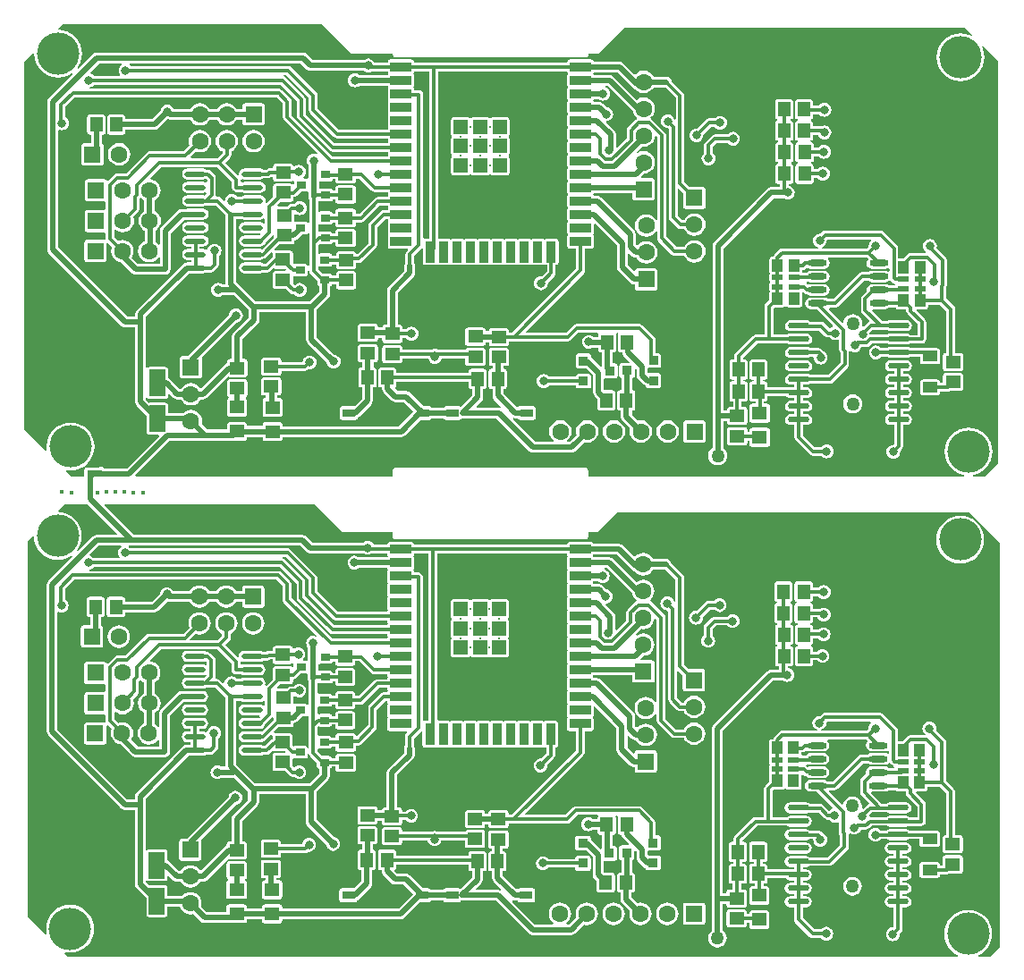
<source format=gtl>
G04*
G04 #@! TF.GenerationSoftware,Altium Limited,Altium Designer,21.2.1 (34)*
G04*
G04 Layer_Physical_Order=1*
G04 Layer_Color=255*
%FSTAX24Y24*%
%MOIN*%
G70*
G04*
G04 #@! TF.SameCoordinates,4836809B-9F31-4557-A587-2B421E0CA4AD*
G04*
G04*
G04 #@! TF.FilePolarity,Positive*
G04*
G01*
G75*
%ADD20O,0.0787X0.0217*%
%ADD21R,0.0591X0.0984*%
%ADD22R,0.0551X0.0472*%
%ADD23R,0.0524X0.0524*%
%ADD24R,0.0787X0.0354*%
%ADD25R,0.0354X0.0787*%
%ADD26R,0.0472X0.0315*%
%ADD27R,0.0472X0.0551*%
%ADD28R,0.0551X0.0394*%
%ADD29R,0.0550X0.0500*%
%ADD30R,0.0354X0.0276*%
%ADD31R,0.0374X0.0354*%
%ADD32R,0.0394X0.0457*%
%ADD33R,0.0394X0.0200*%
%ADD34O,0.0709X0.0236*%
%ADD35O,0.0800X0.0217*%
%ADD60C,0.0197*%
%ADD61C,0.0118*%
%ADD62R,0.0630X0.0630*%
%ADD63C,0.0630*%
%ADD64C,0.0118*%
%ADD65R,0.0630X0.0630*%
%ADD66C,0.0157*%
%ADD67C,0.1575*%
%ADD68C,0.0315*%
%ADD69C,0.0500*%
G36*
X025453Y062992D02*
X026988D01*
Y062965D01*
X026995Y062926D01*
X027017Y062893D01*
X027051Y062871D01*
X02709Y062863D01*
X034176D01*
X034215Y062871D01*
X034248Y062893D01*
X03427Y062926D01*
X034278Y062965D01*
Y062992D01*
X034646D01*
X035602Y063949D01*
X048311D01*
X048569Y063691D01*
X048539Y06365D01*
X048487Y063678D01*
X04832Y063729D01*
X048146Y063746D01*
X047972Y063729D01*
X047804Y063678D01*
X04765Y063596D01*
X047515Y063485D01*
X047404Y06335D01*
X047322Y063196D01*
X047271Y063028D01*
X047254Y062854D01*
X047271Y06268D01*
X047322Y062513D01*
X047404Y062359D01*
X047515Y062224D01*
X04765Y062113D01*
X047804Y062031D01*
X047972Y06198D01*
X048146Y061963D01*
X04832Y06198D01*
X048487Y062031D01*
X048641Y062113D01*
X048776Y062224D01*
X048887Y062359D01*
X048969Y062513D01*
X04902Y06268D01*
X049037Y062854D01*
X04902Y063028D01*
X048969Y063196D01*
X048942Y063247D01*
X048982Y063277D01*
X049535Y062724D01*
Y047717D01*
X049055Y047236D01*
X048611D01*
X048608Y047286D01*
X048615Y047287D01*
X048782Y047338D01*
X048936Y04742D01*
X049071Y047531D01*
X049182Y047666D01*
X049265Y04782D01*
X049316Y047987D01*
X049333Y048161D01*
X049316Y048335D01*
X049265Y048503D01*
X049182Y048657D01*
X049071Y048792D01*
X048936Y048903D01*
X048782Y048985D01*
X048615Y049036D01*
X048441Y049053D01*
X048267Y049036D01*
X0481Y048985D01*
X047946Y048903D01*
X04781Y048792D01*
X0477Y048657D01*
X047617Y048503D01*
X047566Y048335D01*
X047549Y048161D01*
X047566Y047987D01*
X047617Y04782D01*
X0477Y047666D01*
X04781Y047531D01*
X047946Y04742D01*
X0481Y047338D01*
X048267Y047287D01*
X048273Y047286D01*
X048271Y047236D01*
X034262D01*
Y047465D01*
X034255Y047504D01*
X034233Y047537D01*
X034199Y047559D01*
X03416Y047567D01*
X027074D01*
X027035Y047559D01*
X027002Y047537D01*
X02698Y047504D01*
X026972Y047465D01*
Y047236D01*
X017399D01*
X01738Y047282D01*
X018666Y048569D01*
X02085D01*
X020859Y048564D01*
X020898Y048556D01*
X021448D01*
X021487Y048564D01*
X02152Y048586D01*
X021542Y048619D01*
X02155Y048658D01*
Y048703D01*
X022123D01*
Y048654D01*
X022131Y048615D01*
X022153Y048582D01*
X022186Y04856D01*
X022225Y048552D01*
X022775D01*
X022814Y04856D01*
X022847Y048582D01*
X022869Y048615D01*
X022877Y048654D01*
Y048699D01*
X027291D01*
X027369Y048715D01*
X027434Y048759D01*
X028013Y049337D01*
X028331D01*
X02837Y049345D01*
X028403Y049367D01*
X028419Y049392D01*
X028883D01*
X0289Y049367D01*
X028933Y049345D01*
X028972Y049337D01*
X029445D01*
X029484Y049345D01*
X029517Y049367D01*
X029536Y049397D01*
X029559Y049392D01*
X030845D01*
X032066Y048172D01*
X032131Y048128D01*
X032209Y048113D01*
X033642D01*
X033719Y048128D01*
X033785Y048172D01*
X034113Y048501D01*
X034116Y0485D01*
X034224Y048485D01*
X034333Y0485D01*
X034433Y048541D01*
X03452Y048608D01*
X034587Y048695D01*
X034628Y048796D01*
X034643Y048904D01*
X034628Y049012D01*
X034587Y049113D01*
X03452Y0492D01*
X034433Y049266D01*
X034333Y049308D01*
X034224Y049322D01*
X034116Y049308D01*
X034015Y049266D01*
X033928Y0492D01*
X033862Y049113D01*
X03382Y049012D01*
X033806Y048904D01*
X03382Y048796D01*
X033825Y048784D01*
X033558Y048517D01*
X033484D01*
X033467Y048567D01*
X03352Y048608D01*
X033587Y048695D01*
X033628Y048796D01*
X033643Y048904D01*
X033628Y049012D01*
X033587Y049113D01*
X03352Y0492D01*
X033433Y049266D01*
X033333Y049308D01*
X033224Y049322D01*
X033116Y049308D01*
X033015Y049266D01*
X032928Y0492D01*
X032862Y049113D01*
X03282Y049012D01*
X032806Y048904D01*
X03282Y048796D01*
X032862Y048695D01*
X032928Y048608D01*
X032981Y048567D01*
X032964Y048517D01*
X032292D01*
X031458Y049352D01*
X031471Y049405D01*
X031474Y049407D01*
X031547Y049392D01*
X031639D01*
X031656Y049367D01*
X031689Y049345D01*
X031728Y049337D01*
X032201D01*
X03224Y049345D01*
X032273Y049367D01*
X032295Y0494D01*
X032303Y049439D01*
Y049754D01*
X032295Y049793D01*
X032273Y049826D01*
X03224Y049848D01*
X032201Y049856D01*
X031728D01*
X031689Y049848D01*
X031656Y049826D01*
X031598Y04983D01*
X031098Y05033D01*
Y050488D01*
X031128D01*
X031167Y050496D01*
X0312Y050518D01*
X031222Y050551D01*
X03123Y05059D01*
Y051141D01*
X031222Y05118D01*
X0312Y051214D01*
X031167Y051236D01*
X031128Y051243D01*
X031098D01*
Y051343D01*
X031209D01*
X031248Y051351D01*
X031281Y051373D01*
X031303Y051406D01*
X031311Y051445D01*
Y051917D01*
X031303Y051956D01*
X031281Y051989D01*
X031248Y052012D01*
X031209Y052019D01*
X030658D01*
X030619Y052012D01*
X030585Y051989D01*
X030563Y051956D01*
X030556Y051917D01*
Y051445D01*
X030563Y051406D01*
X030585Y051373D01*
X030619Y051351D01*
X030658Y051343D01*
X030694D01*
Y051243D01*
X030656D01*
X030617Y051236D01*
X030583Y051214D01*
X030561Y05118D01*
X030554Y051141D01*
Y05059D01*
X030561Y050551D01*
X030583Y050518D01*
X030617Y050496D01*
X030656Y050488D01*
X030694D01*
Y050246D01*
X030709Y050168D01*
X030753Y050103D01*
X031019Y049837D01*
X031006Y049784D01*
X031003Y049782D01*
X030929Y049797D01*
X030113D01*
X030094Y049843D01*
X030291Y05004D01*
X030335Y050106D01*
X03035Y050183D01*
Y050488D01*
X03038D01*
X030419Y050496D01*
X030452Y050518D01*
X030474Y050551D01*
X030482Y05059D01*
Y051141D01*
X030474Y05118D01*
X030452Y051214D01*
X030419Y051236D01*
X03038Y051243D01*
X029908D01*
X029868Y051236D01*
X029835Y051214D01*
X029813Y05118D01*
X029806Y051141D01*
Y051078D01*
X027115D01*
Y051194D01*
X027108Y051233D01*
X027085Y051266D01*
X027052Y051288D01*
X027013Y051296D01*
X026541D01*
X026502Y051288D01*
X026469Y051266D01*
X026447Y051233D01*
X026439Y051194D01*
Y050643D01*
X026447Y050604D01*
X026469Y050571D01*
X026502Y050548D01*
X026541Y050541D01*
X026579D01*
Y050498D01*
X026594Y050421D01*
X026638Y050355D01*
X026932Y050062D01*
X026997Y050018D01*
X027075Y050002D01*
X027404D01*
X027755Y049652D01*
X027208Y049104D01*
X022877D01*
Y049154D01*
X022869Y049193D01*
X022847Y049226D01*
X022814Y049248D01*
X022775Y049256D01*
X022225D01*
X022186Y049248D01*
X022153Y049226D01*
X022131Y049193D01*
X022123Y049154D01*
Y049108D01*
X02155D01*
Y049158D01*
X021542Y049197D01*
X02152Y04923D01*
X021487Y049252D01*
X021448Y04926D01*
X020898D01*
X020859Y049252D01*
X020826Y04923D01*
X020804Y049197D01*
X020796Y049158D01*
Y048974D01*
X020064D01*
X019854Y049184D01*
X019857Y049189D01*
X019871Y049298D01*
X019857Y049406D01*
X019815Y049507D01*
X019749Y049594D01*
X019662Y04966D01*
X019561Y049702D01*
X019453Y049716D01*
X019344Y049702D01*
X019243Y04966D01*
X019157Y049594D01*
X019146Y04958D01*
X018602D01*
Y049872D01*
X018594Y049911D01*
X018572Y049944D01*
X018539Y049967D01*
X0185Y049974D01*
X017909D01*
X0179Y049973D01*
X017781Y050092D01*
Y050149D01*
X017831Y050164D01*
X017837Y050155D01*
X01787Y050132D01*
X017909Y050125D01*
X0185D01*
X018539Y050132D01*
X018572Y050155D01*
X018594Y050188D01*
X018602Y050227D01*
Y050291D01*
X018648Y05031D01*
X018806Y050152D01*
X018871Y050108D01*
X018949Y050093D01*
X019088D01*
X01909Y050088D01*
X019157Y050002D01*
X019243Y049935D01*
X019344Y049893D01*
X019453Y049879D01*
X019561Y049893D01*
X019662Y049935D01*
X019749Y050002D01*
X019815Y050088D01*
X019817Y050093D01*
X019906D01*
X019983Y050108D01*
X020049Y050152D01*
X020849Y050953D01*
X020866Y050942D01*
X020905Y050934D01*
X021456D01*
X021495Y050942D01*
X021528Y050964D01*
X02155Y050997D01*
X021558Y051036D01*
Y051508D01*
X02155Y051547D01*
X021528Y051581D01*
X021495Y051603D01*
X021456Y05161D01*
X021387D01*
Y052361D01*
X02195Y052924D01*
X021994Y05299D01*
X022009Y053067D01*
Y053361D01*
X023743D01*
Y052339D01*
X023758Y052261D01*
X023802Y052196D01*
X024516Y051481D01*
X024521Y051445D01*
X024547Y051382D01*
X024588Y051328D01*
X024642Y051287D01*
X024704Y051261D01*
X024772Y051252D01*
X024839Y051261D01*
X024902Y051287D01*
X024955Y051328D01*
X024997Y051382D01*
X025023Y051445D01*
X025031Y051512D01*
X025023Y051579D01*
X024997Y051642D01*
X024955Y051695D01*
X024902Y051737D01*
X024839Y051763D01*
X024802Y051768D01*
X024147Y052422D01*
Y053452D01*
X024592Y053896D01*
X024636Y053962D01*
X024651Y054039D01*
Y05432D01*
X024661Y054321D01*
X024694Y054344D01*
X024716Y054377D01*
X024718Y054389D01*
X024862D01*
Y054308D01*
X02487Y054269D01*
X024892Y054236D01*
X024925Y054213D01*
X024964Y054206D01*
X025515D01*
X025554Y054213D01*
X025587Y054236D01*
X025609Y054269D01*
X025617Y054308D01*
Y05478D01*
X025609Y054819D01*
X025587Y054852D01*
X025554Y054874D01*
X025515Y054882D01*
X024964D01*
X024925Y054874D01*
X024892Y054852D01*
X02487Y054819D01*
X024862Y05478D01*
Y054713D01*
X024719D01*
X024716Y05473D01*
X024694Y054763D01*
X024661Y054785D01*
X024622Y054793D01*
X024361D01*
X02419Y054965D01*
Y055035D01*
X024203Y055047D01*
X02424Y055067D01*
X024267Y055062D01*
X024622D01*
X024661Y055069D01*
X024694Y055092D01*
X024716Y055125D01*
X024718Y055137D01*
X024862D01*
Y055056D01*
X02487Y055017D01*
X024892Y054984D01*
X024925Y054961D01*
X024964Y054954D01*
X025515D01*
X025554Y054961D01*
X025587Y054984D01*
X025609Y055017D01*
X025617Y055056D01*
Y055184D01*
X025717D01*
X025779Y055197D01*
X025831Y055232D01*
X026351Y055751D01*
X026386Y055804D01*
X026398Y055866D01*
Y056512D01*
X026719Y056832D01*
X026791D01*
Y056819D01*
X026799Y05678D01*
X026821Y056747D01*
Y056746D01*
X026799Y056713D01*
X026791Y056674D01*
Y056319D01*
X026799Y05628D01*
X026821Y056247D01*
Y056246D01*
X026799Y056213D01*
X026791Y056174D01*
Y055819D01*
X026799Y05578D01*
X026821Y055747D01*
X026854Y055725D01*
X026893Y055717D01*
X027529D01*
X027548Y055671D01*
X027499Y055623D01*
X027464Y05557D01*
X027452Y055508D01*
Y055201D01*
X027427Y055164D01*
X027412Y055087D01*
Y054903D01*
X026825Y054316D01*
X026781Y05425D01*
X026766Y054173D01*
Y052882D01*
X026688D01*
X026649Y052874D01*
X026616Y052852D01*
X026594Y052819D01*
X026586Y05278D01*
Y052779D01*
X026429D01*
Y052815D01*
X026421Y052854D01*
X026399Y052887D01*
X026366Y052909D01*
X026327Y052917D01*
X025776D01*
X025737Y052909D01*
X025704Y052887D01*
X025681Y052854D01*
X025674Y052815D01*
Y052343D01*
X025681Y052304D01*
X025704Y05227D01*
X025737Y052248D01*
X025776Y052241D01*
X026327D01*
X026366Y052248D01*
X026399Y05227D01*
X026421Y052304D01*
X026429Y052343D01*
Y052374D01*
X026586D01*
Y052308D01*
X026594Y052269D01*
X026616Y052236D01*
X026649Y052213D01*
X026688Y052206D01*
X02724D01*
X027279Y052213D01*
X027312Y052236D01*
X027334Y052269D01*
X027342Y052308D01*
Y052393D01*
X027477D01*
X027494Y052371D01*
X027547Y05233D01*
X02761Y052304D01*
X027677Y052295D01*
X027744Y052304D01*
X027807Y05233D01*
X027861Y052371D01*
X027902Y052425D01*
X027928Y052488D01*
X027937Y052555D01*
X027928Y052622D01*
X027902Y052685D01*
X027861Y052739D01*
X027807Y05278D01*
X027744Y052806D01*
X027677Y052815D01*
X02761Y052806D01*
X027547Y05278D01*
X027494Y052739D01*
X027477Y052717D01*
X027342D01*
Y05278D01*
X027334Y052819D01*
X027312Y052852D01*
X027279Y052874D01*
X02724Y052882D01*
X027171D01*
Y054089D01*
X027757Y054676D01*
X027801Y054741D01*
X027816Y054819D01*
Y055087D01*
X027801Y055164D01*
X027776Y055201D01*
Y055441D01*
X028054Y055718D01*
X028092Y055708D01*
X028104Y055699D01*
Y055209D01*
X028111Y05517D01*
X028134Y055137D01*
X028167Y055115D01*
X028206Y055107D01*
X02856D01*
X028599Y055115D01*
X028632Y055137D01*
X028634D01*
X028667Y055115D01*
X028706Y055107D01*
X02906D01*
X029099Y055115D01*
X029132Y055137D01*
X029134D01*
X029167Y055115D01*
X029206Y055107D01*
X02956D01*
X029599Y055115D01*
X029632Y055137D01*
X029634D01*
X029667Y055115D01*
X029706Y055107D01*
X03006D01*
X030099Y055115D01*
X030132Y055137D01*
X030134D01*
X030167Y055115D01*
X030206Y055107D01*
X03056D01*
X030599Y055115D01*
X030632Y055137D01*
X030634D01*
X030667Y055115D01*
X030706Y055107D01*
X03106D01*
X031099Y055115D01*
X031132Y055137D01*
X031134D01*
X031167Y055115D01*
X031206Y055107D01*
X03156D01*
X031599Y055115D01*
X031632Y055137D01*
X031634D01*
X031667Y055115D01*
X031706Y055107D01*
X03206D01*
X032099Y055115D01*
X032132Y055137D01*
X032134D01*
X032167Y055115D01*
X032206Y055107D01*
X03256D01*
X032599Y055115D01*
X032632Y055137D01*
X032634D01*
X032667Y055115D01*
X032706Y055107D01*
X032725D01*
Y054883D01*
X032531Y054689D01*
X032504Y054693D01*
X032437Y054684D01*
X032374Y054658D01*
X03232Y054617D01*
X032279Y054563D01*
X032253Y0545D01*
X032244Y054433D01*
X032253Y054366D01*
X032279Y054303D01*
X03232Y054249D01*
X032374Y054208D01*
X032437Y054182D01*
X032504Y054173D01*
X032571Y054182D01*
X032634Y054208D01*
X032688Y054249D01*
X032729Y054303D01*
X032755Y054366D01*
X032764Y054433D01*
X03276Y05446D01*
X033002Y054701D01*
X033037Y054754D01*
X033049Y054816D01*
Y055107D01*
X03306D01*
X033099Y055115D01*
X033132Y055137D01*
X033154Y05517D01*
X033162Y055209D01*
Y055997D01*
X033154Y056036D01*
X033132Y056069D01*
X033099Y056091D01*
X03306Y056099D01*
X032706D01*
X032667Y056091D01*
X032634Y056069D01*
X032632D01*
X032599Y056091D01*
X03256Y056099D01*
X032206D01*
X032167Y056091D01*
X032134Y056069D01*
X032132D01*
X032099Y056091D01*
X03206Y056099D01*
X031706D01*
X031667Y056091D01*
X031634Y056069D01*
X031632D01*
X031599Y056091D01*
X03156Y056099D01*
X031206D01*
X031167Y056091D01*
X031134Y056069D01*
X031132D01*
X031099Y056091D01*
X03106Y056099D01*
X030706D01*
X030667Y056091D01*
X030634Y056069D01*
X030632D01*
X030599Y056091D01*
X03056Y056099D01*
X030206D01*
X030167Y056091D01*
X030134Y056069D01*
X030132D01*
X030099Y056091D01*
X03006Y056099D01*
X029706D01*
X029667Y056091D01*
X029634Y056069D01*
X029632D01*
X029599Y056091D01*
X02956Y056099D01*
X029206D01*
X029167Y056091D01*
X029134Y056069D01*
X029132D01*
X029099Y056091D01*
X02906Y056099D01*
X028706D01*
X028658Y05614D01*
Y062332D01*
X033484D01*
Y062319D01*
X033491Y06228D01*
X033514Y062247D01*
Y062246D01*
X033491Y062213D01*
X033484Y062174D01*
Y061819D01*
X033491Y06178D01*
X033514Y061747D01*
Y061746D01*
X033491Y061713D01*
X033484Y061674D01*
Y061319D01*
X033491Y06128D01*
X033514Y061247D01*
Y061246D01*
X033491Y061213D01*
X033484Y061174D01*
Y060819D01*
X033491Y06078D01*
X033514Y060747D01*
Y060746D01*
X033491Y060713D01*
X033484Y060674D01*
Y060319D01*
X033491Y06028D01*
X033514Y060247D01*
Y060246D01*
X033491Y060213D01*
X033484Y060174D01*
Y059819D01*
X033491Y05978D01*
X033514Y059747D01*
Y059746D01*
X033491Y059713D01*
X033484Y059674D01*
Y059319D01*
X033491Y05928D01*
X033513Y059247D01*
X033491Y059213D01*
X033484Y059174D01*
Y058819D01*
X033491Y05878D01*
X033514Y058747D01*
Y058746D01*
X033491Y058713D01*
X033484Y058674D01*
Y058319D01*
X033491Y05828D01*
X033514Y058247D01*
Y058246D01*
X033491Y058213D01*
X033484Y058174D01*
Y057819D01*
X033491Y05778D01*
X033514Y057747D01*
Y057746D01*
X033491Y057713D01*
X033484Y057674D01*
Y057319D01*
X033491Y05728D01*
X033514Y057247D01*
Y057246D01*
X033491Y057213D01*
X033484Y057174D01*
Y056819D01*
X033491Y05678D01*
X033514Y056747D01*
Y056746D01*
X033491Y056713D01*
X033484Y056674D01*
Y056319D01*
X033491Y05628D01*
X033514Y056247D01*
Y056246D01*
X033491Y056213D01*
X033484Y056174D01*
Y055819D01*
X033491Y05578D01*
X033514Y055747D01*
X033547Y055725D01*
X033586Y055717D01*
X033821D01*
Y054988D01*
X031423Y052589D01*
X031311D01*
Y052665D01*
X031303Y052704D01*
X031281Y052738D01*
X031248Y05276D01*
X031209Y052767D01*
X030658D01*
X030619Y05276D01*
X030585Y052738D01*
X030563Y052704D01*
X030556Y052665D01*
Y052642D01*
X030436D01*
Y052678D01*
X030428Y052717D01*
X030406Y05275D01*
X030373Y052772D01*
X030334Y05278D01*
X029783D01*
X029744Y052772D01*
X029711Y05275D01*
X029689Y052717D01*
X029681Y052678D01*
Y052205D01*
X029689Y052166D01*
X029711Y052133D01*
X029744Y052111D01*
X029783Y052103D01*
X030334D01*
X030373Y052111D01*
X030406Y052133D01*
X030428Y052166D01*
X030436Y052205D01*
Y052237D01*
X030556D01*
Y052193D01*
X030563Y052154D01*
X030585Y052121D01*
X030619Y052099D01*
X030658Y052091D01*
X031209D01*
X031248Y052099D01*
X031281Y052121D01*
X031303Y052154D01*
X031311Y052193D01*
Y052265D01*
X033502D01*
X033564Y052277D01*
X033616Y052312D01*
X033898Y052594D01*
X034615D01*
X034641Y052544D01*
X03464Y052542D01*
X034632Y052503D01*
Y052427D01*
X034472D01*
X034471Y052428D01*
X034417Y052469D01*
X034355Y052495D01*
X034287Y052504D01*
X03422Y052495D01*
X034158Y052469D01*
X034104Y052428D01*
X034062Y052374D01*
X034037Y052311D01*
X034028Y052244D01*
X034037Y052177D01*
X034062Y052114D01*
X034104Y05206D01*
X034158Y052019D01*
X03422Y051993D01*
X034287Y051984D01*
X034355Y051993D01*
X034417Y052019D01*
X034421Y052022D01*
X034632D01*
Y051951D01*
X03464Y051912D01*
X034662Y051879D01*
X034695Y051857D01*
X034734Y051849D01*
X034772D01*
Y051331D01*
X034726Y051312D01*
X034371Y051667D01*
Y051715D01*
X034364Y051754D01*
X034342Y051787D01*
X034308Y051809D01*
X034269Y051817D01*
X033895D01*
X033856Y051809D01*
X033823Y051787D01*
X033801Y051754D01*
X033793Y051715D01*
Y051361D01*
X033801Y051322D01*
X033823Y051288D01*
X033856Y051266D01*
X033895Y051259D01*
X034207D01*
X034443Y051023D01*
Y050361D01*
X034459Y050283D01*
X034503Y050218D01*
X034597Y050123D01*
Y049794D01*
X034605Y049755D01*
X034627Y049722D01*
X03466Y0497D01*
X034699Y049692D01*
X035171D01*
X03521Y0497D01*
X035243Y049722D01*
X035265Y049755D01*
X035273Y049794D01*
Y050345D01*
X035265Y050384D01*
X035243Y050417D01*
X03521Y050439D01*
X035171Y050447D01*
X034848D01*
Y050859D01*
X03488Y050885D01*
X035254D01*
X035293Y050892D01*
X035326Y050914D01*
X035348Y050948D01*
X035356Y050987D01*
Y051341D01*
X035348Y05138D01*
X035326Y051413D01*
X035293Y051435D01*
X035254Y051443D01*
X035177D01*
Y051849D01*
X035207D01*
X035246Y051857D01*
X035279Y051879D01*
X035301Y051912D01*
X035309Y051951D01*
Y052503D01*
X035302Y052535D01*
X035332Y052578D01*
X035357D01*
X035387Y052535D01*
X03538Y052503D01*
Y051951D01*
X035388Y051912D01*
X03541Y051879D01*
X035443Y051857D01*
X035482Y051849D01*
X035523D01*
X035536Y051787D01*
X03558Y051721D01*
X035796Y051505D01*
X035777Y051459D01*
X035521D01*
X035482Y051451D01*
X035449Y051429D01*
X035427Y051396D01*
X035419Y051357D01*
Y051002D01*
X035427Y050963D01*
X035449Y05093D01*
X035482Y050908D01*
X03551Y050903D01*
Y050447D01*
X035447D01*
X035408Y050439D01*
X035375Y050417D01*
X035353Y050384D01*
X035345Y050345D01*
Y049794D01*
X035353Y049755D01*
X035375Y049722D01*
X035408Y0497D01*
X035447Y049692D01*
X035485D01*
Y049443D01*
X0355Y049365D01*
X035544Y0493D01*
X035823Y04902D01*
X03582Y049012D01*
X035806Y048904D01*
X03582Y048796D01*
X035862Y048695D01*
X035928Y048608D01*
X036015Y048541D01*
X036116Y0485D01*
X036224Y048485D01*
X036333Y0485D01*
X036433Y048541D01*
X03652Y048608D01*
X036587Y048695D01*
X036628Y048796D01*
X036643Y048904D01*
X036628Y049012D01*
X036587Y049113D01*
X03652Y0492D01*
X036433Y049266D01*
X036333Y049308D01*
X036224Y049322D01*
X036116Y049308D01*
X03611Y049306D01*
X03589Y049526D01*
Y049692D01*
X035919D01*
X035958Y0497D01*
X035991Y049722D01*
X036014Y049755D01*
X036021Y049794D01*
Y050345D01*
X036014Y050384D01*
X035991Y050417D01*
X035958Y050439D01*
X035919Y050447D01*
X035915D01*
Y050904D01*
X035934Y050908D01*
X035968Y05093D01*
X03599Y050963D01*
X035997Y051002D01*
Y051223D01*
X036045Y051244D01*
X036073Y051221D01*
Y051D01*
X036089Y050923D01*
X036133Y050857D01*
X036329Y05066D01*
X036395Y050616D01*
X036407Y050614D01*
X036411Y050589D01*
X036434Y050556D01*
X036467Y050534D01*
X036506Y050526D01*
X03688D01*
X036919Y050534D01*
X036952Y050556D01*
X036974Y050589D01*
X036982Y050628D01*
Y050983D01*
X036974Y051022D01*
X036952Y051055D01*
X036919Y051077D01*
X03688Y051085D01*
X036506D01*
X036478Y05113D01*
Y051252D01*
X036506Y051274D01*
X03688D01*
X036919Y051282D01*
X036952Y051304D01*
X036974Y051337D01*
X036982Y051376D01*
Y051731D01*
X036974Y05177D01*
X036952Y051803D01*
X036919Y051825D01*
X03688Y051833D01*
X036776D01*
Y052315D01*
X036764Y052377D01*
X036729Y05243D01*
X036288Y052871D01*
X036235Y052906D01*
X036173Y052918D01*
X033831D01*
X033769Y052906D01*
X033716Y052871D01*
X033435Y052589D01*
X031947D01*
X031928Y052635D01*
X034098Y054806D01*
X034133Y054858D01*
X034146Y05492D01*
Y055717D01*
X034373D01*
X034412Y055725D01*
X034445Y055747D01*
X034467Y05578D01*
X034475Y055819D01*
Y056174D01*
X034467Y056213D01*
X034446Y056247D01*
X034467Y05628D01*
X034475Y056319D01*
Y056621D01*
X034525Y056642D01*
X035335Y055831D01*
Y055021D01*
X035351Y054944D01*
X035395Y054878D01*
X035837Y054436D01*
X035903Y054392D01*
X03598Y054376D01*
X036008D01*
Y054266D01*
X036016Y054227D01*
X036038Y054194D01*
X036071Y054172D01*
X03611Y054164D01*
X03674D01*
X036779Y054172D01*
X036812Y054194D01*
X036834Y054227D01*
X036842Y054266D01*
Y054896D01*
X036834Y054935D01*
X036812Y054968D01*
X036779Y05499D01*
X03674Y054998D01*
X03611D01*
X036071Y05499D01*
X036038Y054968D01*
X036016Y054935D01*
X03601Y054906D01*
X035964Y054881D01*
X03574Y055105D01*
Y055531D01*
X035786Y05555D01*
X0359Y055436D01*
X035966Y055392D01*
X036043Y055376D01*
X036061D01*
X036063Y055372D01*
X036129Y055285D01*
X036216Y055219D01*
X036317Y055177D01*
X036425Y055162D01*
X036533Y055177D01*
X036634Y055219D01*
X036721Y055285D01*
X036787Y055372D01*
X036829Y055473D01*
X036844Y055581D01*
X036829Y055689D01*
X036787Y05579D01*
X036721Y055877D01*
X036634Y055943D01*
X036533Y055985D01*
X036425Y056D01*
X036317Y055985D01*
X036216Y055943D01*
X036129Y055877D01*
X036121Y055867D01*
X036065Y055862D01*
X036037Y055889D01*
Y056264D01*
X036022Y056341D01*
X035978Y056407D01*
X034747Y057637D01*
X034682Y057681D01*
X034604Y057697D01*
X03447D01*
X034467Y057713D01*
X034446Y057747D01*
X034467Y05778D01*
X03447Y057792D01*
X035914D01*
Y057624D01*
X035921Y057585D01*
X035943Y057552D01*
X035977Y05753D01*
X036016Y057522D01*
X036645D01*
X036684Y05753D01*
X036718Y057552D01*
X03674Y057585D01*
X036747Y057624D01*
Y058254D01*
X03674Y058293D01*
X036718Y058326D01*
X036684Y058348D01*
X036645Y058356D01*
X036243D01*
X036224Y058402D01*
X036344Y058523D01*
X036439Y058535D01*
X03654Y058577D01*
X036626Y058643D01*
X036693Y05873D01*
X036735Y058831D01*
X036749Y058939D01*
X036735Y059048D01*
X036693Y059149D01*
X036626Y059235D01*
X03654Y059302D01*
X036439Y059344D01*
X03633Y059358D01*
X036222Y059344D01*
X036121Y059302D01*
X036099Y059285D01*
X036066Y059322D01*
X036272Y059528D01*
X03633Y059521D01*
X036439Y059535D01*
X03654Y059577D01*
X036626Y059643D01*
X036693Y05973D01*
X036735Y059831D01*
X036744Y059898D01*
X036796Y059916D01*
X036834Y059879D01*
Y056809D01*
X036799Y056795D01*
X036784Y056795D01*
X036721Y056877D01*
X036634Y056943D01*
X036533Y056985D01*
X036425Y057D01*
X036317Y056985D01*
X036216Y056943D01*
X036129Y056877D01*
X036063Y05679D01*
X036021Y056689D01*
X036006Y056581D01*
X036021Y056473D01*
X036063Y056372D01*
X036129Y056285D01*
X036216Y056219D01*
X036317Y056177D01*
X036425Y056162D01*
X036533Y056177D01*
X036634Y056219D01*
X036721Y056285D01*
X036784Y056367D01*
X036799Y056367D01*
X036834Y056353D01*
Y05611D01*
X036846Y056048D01*
X036881Y055996D01*
X037374Y055503D01*
X037426Y055468D01*
X037488Y055456D01*
X037838D01*
X037858Y055409D01*
X037925Y055322D01*
X038011Y055256D01*
X038112Y055214D01*
X03822Y0552D01*
X038329Y055214D01*
X03843Y055256D01*
X038516Y055322D01*
X038583Y055409D01*
X038625Y05551D01*
X038639Y055618D01*
X038625Y055726D01*
X038583Y055827D01*
X038516Y055914D01*
X03843Y055981D01*
X038329Y056022D01*
X03822Y056037D01*
X038112Y056022D01*
X038011Y055981D01*
X037925Y055914D01*
X037858Y055827D01*
X037838Y05578D01*
X037555D01*
X037158Y056177D01*
Y059946D01*
X037146Y060008D01*
X037111Y060061D01*
X036646Y060526D01*
X036597Y060558D01*
X03659Y06058D01*
X036586Y060602D01*
X036587Y060613D01*
X036626Y060643D01*
X036693Y06073D01*
X036735Y060831D01*
X036749Y060939D01*
X036735Y061048D01*
X036693Y061149D01*
X036626Y061235D01*
X03654Y061302D01*
X036439Y061344D01*
X03633Y061358D01*
X036222Y061344D01*
X036121Y061302D01*
X036077Y061268D01*
X035208Y062137D01*
X035142Y062181D01*
X035065Y062197D01*
X03447D01*
X034467Y062213D01*
X034446Y062247D01*
X034467Y06228D01*
X03447Y062292D01*
X035347D01*
X035928Y061711D01*
X035993Y061667D01*
X03602Y061662D01*
X036035Y061643D01*
X036121Y061577D01*
X036222Y061535D01*
X03633Y061521D01*
X036439Y061535D01*
X03654Y061577D01*
X036626Y061643D01*
X036693Y06173D01*
X036695Y061735D01*
X03715D01*
X037527Y061358D01*
Y06055D01*
X037479Y06054D01*
X037453Y060602D01*
X037412Y060656D01*
X037358Y060697D01*
X037296Y060723D01*
X037228Y060732D01*
X037161Y060723D01*
X037098Y060697D01*
X037045Y060656D01*
X037003Y060602D01*
X036977Y06054D01*
X036969Y060472D01*
X036977Y060405D01*
X037003Y060343D01*
X037045Y060289D01*
X037098Y060248D01*
X037161Y060222D01*
X037228Y060213D01*
X037267Y06017D01*
Y05689D01*
X037279Y056828D01*
X037314Y056775D01*
X037586Y056503D01*
X037639Y056468D01*
X037701Y056456D01*
X037838D01*
X037858Y056409D01*
X037925Y056322D01*
X038011Y056256D01*
X038112Y056214D01*
X03822Y0562D01*
X038329Y056214D01*
X03843Y056256D01*
X038516Y056322D01*
X038583Y056409D01*
X038625Y05651D01*
X038639Y056618D01*
X038625Y056726D01*
X038583Y056827D01*
X038516Y056914D01*
X03843Y056981D01*
X038329Y057022D01*
X03822Y057037D01*
X038112Y057022D01*
X038011Y056981D01*
X037925Y056914D01*
X037858Y056827D01*
X037838Y05678D01*
X037768D01*
X037591Y056957D01*
Y057953D01*
X037638Y057972D01*
X037804Y057806D01*
Y057303D01*
X037811Y057264D01*
X037833Y057231D01*
X037866Y057209D01*
X037906Y057201D01*
X038535D01*
X038574Y057209D01*
X038608Y057231D01*
X03863Y057264D01*
X038637Y057303D01*
Y057933D01*
X03863Y057972D01*
X038608Y058005D01*
X038574Y058027D01*
X038535Y058035D01*
X038033D01*
X037851Y058217D01*
Y061425D01*
X037839Y061487D01*
X037804Y06154D01*
X037373Y061971D01*
X037364Y062014D01*
X03732Y06208D01*
X037255Y062124D01*
X037177Y062139D01*
X036697D01*
X036693Y062149D01*
X036626Y062235D01*
X03654Y062302D01*
X036439Y062344D01*
X03633Y062358D01*
X036222Y062344D01*
X036121Y062302D01*
X036035Y062235D01*
X036032Y062232D01*
X035982Y062229D01*
X035574Y062637D01*
X035508Y062681D01*
X035431Y062697D01*
X03447D01*
X034467Y062713D01*
X034445Y062746D01*
X034412Y062768D01*
X034373Y062776D01*
X033586D01*
X033547Y062768D01*
X033514Y062746D01*
X033491Y062713D01*
X033484Y062674D01*
Y062656D01*
X027782D01*
Y062674D01*
X027774Y062713D01*
X027752Y062746D01*
X027719Y062768D01*
X02768Y062776D01*
X026893D01*
X026854Y062768D01*
X026821Y062746D01*
X026799Y062713D01*
X026791Y062674D01*
Y062656D01*
X026293D01*
X026284Y062677D01*
X026243Y062731D01*
X026189Y062772D01*
X026126Y062798D01*
X026059Y062807D01*
X025992Y062798D01*
X025929Y062772D01*
X0259Y06275D01*
X023997D01*
X023773Y062974D01*
X023707Y063018D01*
X02363Y063033D01*
X015949D01*
X015871Y063018D01*
X015806Y062974D01*
X015264Y062432D01*
X015227Y062466D01*
X015249Y062493D01*
X015332Y062647D01*
X015382Y062814D01*
X0154Y062988D01*
X015382Y063162D01*
X015332Y063329D01*
X015249Y063484D01*
X015138Y063619D01*
X015003Y06373D01*
X014849Y063812D01*
X014682Y063863D01*
X014528Y063878D01*
X014507Y063928D01*
X014681Y064098D01*
X024291D01*
X024319Y064126D01*
X025453Y062992D01*
D02*
G37*
G36*
X02377Y062404D02*
X023836Y06236D01*
X023913Y062345D01*
X0259D01*
X025929Y062322D01*
X025992Y062296D01*
X026059Y062288D01*
X026126Y062296D01*
X026189Y062322D01*
X026202Y062332D01*
X026791D01*
Y062319D01*
X026799Y06228D01*
X026821Y062247D01*
Y062246D01*
X026799Y062213D01*
X026795Y062197D01*
X025724D01*
X025695Y062219D01*
X025632Y062245D01*
X025565Y062254D01*
X025498Y062245D01*
X025435Y062219D01*
X025382Y062178D01*
X02534Y062124D01*
X025314Y062062D01*
X025305Y061994D01*
X025314Y061927D01*
X02534Y061864D01*
X025382Y061811D01*
X025435Y061769D01*
X025498Y061743D01*
X025565Y061735D01*
X025632Y061743D01*
X025695Y061769D01*
X025724Y061792D01*
X026796D01*
X026799Y06178D01*
X026821Y061747D01*
Y061746D01*
X026799Y061713D01*
X026791Y061674D01*
Y061319D01*
X026799Y06128D01*
X026821Y061247D01*
Y061246D01*
X026799Y061213D01*
X026791Y061174D01*
Y060819D01*
X026799Y06078D01*
X026821Y060747D01*
Y060746D01*
X026799Y060713D01*
X026791Y060674D01*
Y060319D01*
X026799Y06028D01*
X026821Y060247D01*
Y060246D01*
X026799Y060213D01*
X026791Y060174D01*
Y060156D01*
X024971D01*
X024178Y060949D01*
Y061433D01*
X024166Y061495D01*
X02413Y061548D01*
X023201Y062477D01*
X023149Y062512D01*
X023087Y062524D01*
X017216D01*
X017199Y062546D01*
X017157Y062578D01*
X01717Y062628D01*
X023546D01*
X02377Y062404D01*
D02*
G37*
G36*
X016875Y062578D02*
X016832Y062546D01*
X016791Y062492D01*
X016765Y062429D01*
X016756Y062362D01*
X016765Y062295D01*
X016791Y062232D01*
X016812Y062204D01*
X016788Y062154D01*
X015846D01*
X015829Y062176D01*
X015776Y062217D01*
X015713Y062243D01*
X015711Y062243D01*
X015695Y062291D01*
X016033Y062628D01*
X016861D01*
X016875Y062578D01*
D02*
G37*
G36*
X035924Y060849D02*
X035926Y060831D01*
X035968Y06073D01*
X036035Y060643D01*
X036076Y060612D01*
X036076Y060592D01*
X036068Y060555D01*
X036024Y060526D01*
X035746Y060248D01*
X035711Y060195D01*
X035698Y060133D01*
Y059834D01*
X035343Y059479D01*
X035293Y0595D01*
Y05998D01*
X035277Y060058D01*
X035234Y060123D01*
X034927Y06043D01*
X034949Y060479D01*
X035Y060485D01*
X035063Y060511D01*
X035117Y060553D01*
X035158Y060606D01*
X035184Y060669D01*
X035193Y060736D01*
X035184Y060803D01*
X035158Y060866D01*
X035117Y06092D01*
X035063Y060961D01*
X035Y060987D01*
X034963Y060992D01*
X034818Y061137D01*
X034752Y061181D01*
X034675Y061197D01*
X03447D01*
X034467Y061213D01*
X034446Y061247D01*
X034467Y06128D01*
X03447Y061292D01*
X034657D01*
X034687Y061269D01*
X03475Y061243D01*
X034817Y061235D01*
X034884Y061243D01*
X034947Y061269D01*
X035Y061311D01*
X035042Y061364D01*
X035068Y061427D01*
X035076Y061494D01*
X035068Y061562D01*
X035042Y061624D01*
X035Y061678D01*
X034947Y061719D01*
X034884Y061745D01*
X034895Y061792D01*
X034981D01*
X035924Y060849D01*
D02*
G37*
G36*
X022889Y061138D02*
Y060618D01*
X022901Y060556D01*
X022937Y060503D01*
X024157Y059283D01*
X024128Y059241D01*
X024095Y059255D01*
X024028Y059264D01*
X02396Y059255D01*
X023898Y059229D01*
X023844Y059188D01*
X023803Y059134D01*
X023777Y059071D01*
X023768Y059004D01*
X023777Y058937D01*
X023803Y058874D01*
X023825Y058845D01*
Y05837D01*
X023816Y05836D01*
X023775Y058336D01*
X023752Y05834D01*
X023657D01*
X02364Y05839D01*
X023656Y058403D01*
X023697Y058457D01*
X023723Y058519D01*
X023732Y058587D01*
X023723Y058654D01*
X023697Y058716D01*
X023656Y05877D01*
X023602Y058811D01*
X02354Y058837D01*
X023472Y058846D01*
X023405Y058837D01*
X023343Y058811D01*
X02332Y058794D01*
X023317Y058794D01*
X023266Y058816D01*
X023264Y05883D01*
X023241Y058864D01*
X023208Y058886D01*
X023169Y058893D01*
X022618D01*
X022579Y058886D01*
X022546Y058864D01*
X022524Y05883D01*
X022516Y058791D01*
Y058715D01*
X022372D01*
X02231Y058703D01*
X022257Y058668D01*
X022256Y058666D01*
X022166D01*
X022115Y0587D01*
X022033Y058717D01*
X021462D01*
X021381Y0587D01*
X021312Y058654D01*
X021266Y058586D01*
X02125Y058504D01*
X021251Y058497D01*
X021205Y058473D01*
X020745Y058933D01*
X02091Y059098D01*
X020945Y059151D01*
X020957Y059213D01*
Y05935D01*
X021Y059368D01*
X021087Y059435D01*
X021154Y059521D01*
X021195Y059622D01*
X02121Y059731D01*
X021195Y059839D01*
X021154Y05994D01*
X021087Y060027D01*
X021Y060093D01*
X020899Y060135D01*
X020791Y060149D01*
X020683Y060135D01*
X020582Y060093D01*
X020495Y060027D01*
X020429Y05994D01*
X020387Y059839D01*
X020373Y059731D01*
X020387Y059622D01*
X020429Y059521D01*
X020495Y059435D01*
X020582Y059368D01*
X020633Y059347D01*
Y05928D01*
X020449Y059095D01*
X019457D01*
X019438Y059141D01*
X01964Y059344D01*
X019683Y059326D01*
X019791Y059312D01*
X019899Y059326D01*
X02Y059368D01*
X020087Y059435D01*
X020154Y059521D01*
X020195Y059622D01*
X02021Y059731D01*
X020195Y059839D01*
X020154Y05994D01*
X020087Y060027D01*
X02Y060093D01*
X019899Y060135D01*
X019791Y060149D01*
X019683Y060135D01*
X019582Y060093D01*
X019495Y060027D01*
X019429Y05994D01*
X019387Y059839D01*
X019373Y059731D01*
X019387Y059622D01*
X019408Y059571D01*
X019185Y059347D01*
X017909D01*
X017847Y059335D01*
X017795Y0593D01*
X017025Y05853D01*
X016721D01*
X016659Y058518D01*
X016606Y058482D01*
X016373Y058249D01*
X016358Y05825D01*
X016315Y058261D01*
X0163Y058283D01*
X016267Y058305D01*
X016228Y058313D01*
X015598D01*
X015559Y058305D01*
X015526Y058283D01*
X015504Y05825D01*
X015496Y058211D01*
Y057581D01*
X015504Y057542D01*
X015526Y057509D01*
X015559Y057487D01*
X015598Y057479D01*
X016228D01*
X016231Y05748D01*
X016281Y057441D01*
Y057213D01*
X016236Y057171D01*
X015606D01*
X015567Y057163D01*
X015534Y057141D01*
X015512Y057108D01*
X015504Y057069D01*
Y056439D01*
X015512Y0564D01*
X015534Y056367D01*
X015567Y056345D01*
X015606Y056337D01*
X016236D01*
X016281Y056295D01*
Y056092D01*
X016283Y056083D01*
X016275Y056071D01*
X01624Y056044D01*
X016216Y056049D01*
X015586D01*
X015547Y056041D01*
X015514Y056019D01*
X015492Y055986D01*
X015484Y055947D01*
Y055317D01*
X015492Y055278D01*
X015514Y055245D01*
X015547Y055223D01*
X015586Y055215D01*
X016216D01*
X016255Y055223D01*
X016288Y055245D01*
X016311Y055278D01*
X016318Y055317D01*
Y055917D01*
X016368Y055938D01*
X016517Y055789D01*
X016497Y055741D01*
X016483Y055632D01*
X016497Y055524D01*
X016539Y055423D01*
X016605Y055336D01*
X016692Y05527D01*
X016793Y055228D01*
X016838Y055222D01*
X017259Y054802D01*
X017324Y054758D01*
X017402Y054743D01*
X018496D01*
X018573Y054758D01*
X018639Y054802D01*
X018683Y054867D01*
X018698Y054945D01*
Y056302D01*
X019196Y0568D01*
X019297D01*
X019336Y056792D01*
X019907D01*
X019989Y056808D01*
X020057Y056854D01*
X020103Y056923D01*
X02012Y057004D01*
X020103Y057086D01*
X020057Y057154D01*
X019989Y0572D01*
X019907Y057217D01*
X019336D01*
X019275Y057204D01*
X019112D01*
X019035Y057189D01*
X018969Y057145D01*
X018353Y056529D01*
X018309Y056463D01*
X018294Y056386D01*
Y055885D01*
X018244Y055868D01*
X018197Y055928D01*
X018128Y055982D01*
Y056391D01*
X01813Y056392D01*
X018217Y056458D01*
X018284Y056545D01*
X018325Y056646D01*
X01834Y056754D01*
X018325Y056863D01*
X018284Y056964D01*
X018217Y05705D01*
X01813Y057117D01*
X01812Y057121D01*
Y057532D01*
X018122Y057534D01*
X018209Y0576D01*
X018276Y057687D01*
X018317Y057788D01*
X018332Y057896D01*
X018317Y058004D01*
X018276Y058105D01*
X018209Y058192D01*
X018122Y058258D01*
X018022Y0583D01*
X017961Y058308D01*
X017944Y058361D01*
X018354Y058771D01*
X020449D01*
X020989Y05823D01*
Y058002D01*
X021002Y05794D01*
X021037Y057887D01*
X02109Y057852D01*
X021152Y05784D01*
X021334D01*
X021381Y057808D01*
X021462Y057792D01*
X022033D01*
X022115Y057808D01*
X022183Y057854D01*
X022229Y057923D01*
X022246Y058004D01*
X022229Y058086D01*
X022183Y058154D01*
X022115Y0582D01*
X022033Y058217D01*
X021462D01*
X021381Y0582D01*
X021364Y058189D01*
X021314Y058216D01*
Y058293D01*
X021324Y058303D01*
X02136Y058322D01*
X021381Y058308D01*
X021462Y058292D01*
X022033D01*
X022115Y058308D01*
X022165Y058342D01*
X022323D01*
X022385Y058354D01*
X022438Y058389D01*
X022439Y058391D01*
X022516D01*
Y058319D01*
X022524Y05828D01*
X022546Y058247D01*
X022579Y058225D01*
X022618Y058217D01*
X023169D01*
X023208Y058225D01*
X023241Y058247D01*
X023248Y058257D01*
X023295Y058239D01*
Y058125D01*
X023245Y05811D01*
X023241Y058115D01*
X023208Y058138D01*
X023169Y058145D01*
X022618D01*
X022579Y058138D01*
X022546Y058115D01*
X022524Y058082D01*
X022516Y058043D01*
Y057653D01*
X022279Y057415D01*
X022233Y05744D01*
X022246Y057504D01*
X022229Y057586D01*
X022183Y057654D01*
X022115Y0577D01*
X022033Y057717D01*
X021462D01*
X021381Y0577D01*
X021327Y057664D01*
X021178D01*
X021162Y057686D01*
X021108Y057727D01*
X021046Y057753D01*
X020978Y057762D01*
X020911Y057753D01*
X020848Y057727D01*
X020795Y057686D01*
X020753Y057632D01*
X020727Y057569D01*
X020721Y057523D01*
X02067Y057504D01*
X020558Y057617D01*
X020505Y057652D01*
X020443Y057664D01*
X020423D01*
X020382Y057714D01*
X020387Y057736D01*
Y058366D01*
X020374Y058428D01*
X020339Y058481D01*
X020203Y058617D01*
X020151Y058652D01*
X020089Y058664D01*
X020043D01*
X019989Y0587D01*
X019907Y058717D01*
X019336D01*
X019255Y0587D01*
X019186Y058654D01*
X01914Y058586D01*
X019124Y058504D01*
X01914Y058423D01*
X019186Y058354D01*
X019255Y058308D01*
X019336Y058292D01*
X019907D01*
X019989Y058308D01*
X020027Y058334D01*
X020062Y058299D01*
Y058211D01*
X020012Y058185D01*
X019989Y0582D01*
X019907Y058217D01*
X019336D01*
X019255Y0582D01*
X019186Y058154D01*
X01914Y058086D01*
X019124Y058004D01*
X01914Y057923D01*
X019186Y057854D01*
X019255Y057808D01*
X019336Y057792D01*
X019907D01*
X019989Y057808D01*
X020012Y057824D01*
X020043Y057785D01*
X019964Y057705D01*
X019907Y057717D01*
X019336D01*
X019255Y0577D01*
X019186Y057654D01*
X01914Y057586D01*
X019124Y057504D01*
X01914Y057423D01*
X019186Y057354D01*
X019255Y057308D01*
X019336Y057292D01*
X019907D01*
X019989Y057308D01*
X020036Y05734D01*
X020376D01*
X020741Y056975D01*
Y0544D01*
X020731Y054387D01*
X02062D01*
X02059Y05441D01*
X020528Y054436D01*
X020461Y054445D01*
X020393Y054436D01*
X020331Y05441D01*
X020277Y054369D01*
X020236Y054315D01*
X02021Y054252D01*
X020201Y054185D01*
X02021Y054118D01*
X020236Y054055D01*
X020277Y054001D01*
X020331Y05396D01*
X020393Y053934D01*
X020461Y053925D01*
X020528Y053934D01*
X02059Y05396D01*
X02062Y053983D01*
X021063D01*
X021072Y053984D01*
X021605Y053452D01*
Y053151D01*
X021042Y052588D01*
X020998Y052522D01*
X020982Y052445D01*
Y05161D01*
X020905D01*
X020866Y051603D01*
X020833Y051581D01*
X020811Y051547D01*
X020803Y051508D01*
Y051457D01*
X020803Y051457D01*
X020737Y051413D01*
X019856Y050532D01*
X019791Y050538D01*
X019749Y050594D01*
X019662Y05066D01*
X019561Y050702D01*
X019453Y050716D01*
X019344Y050702D01*
X019243Y05066D01*
X019157Y050594D01*
X01909Y050507D01*
X019086Y050498D01*
X019033D01*
X018671Y05086D01*
X018605Y050903D01*
X018602Y050904D01*
Y051211D01*
X018594Y05125D01*
X018572Y051283D01*
X018539Y051305D01*
X0185Y051313D01*
X017909D01*
X01787Y051305D01*
X017837Y051283D01*
X017831Y051274D01*
X017781Y051289D01*
Y05298D01*
Y053192D01*
X019381Y054792D01*
X019907D01*
X019989Y054808D01*
X020036Y05484D01*
X020207D01*
X020269Y054852D01*
X020321Y054887D01*
X020445Y055011D01*
X020481Y055064D01*
X020493Y055126D01*
Y055446D01*
X020514Y055462D01*
X020556Y055516D01*
X020582Y055578D01*
X02059Y055646D01*
X020582Y055713D01*
X020556Y055776D01*
X020514Y055829D01*
X020461Y055871D01*
X020398Y055897D01*
X020331Y055905D01*
X020263Y055897D01*
X020201Y055871D01*
X020147Y055829D01*
X020106Y055776D01*
X02008Y055713D01*
X020078Y055701D01*
X020025Y055676D01*
X019989Y0557D01*
X019907Y055717D01*
X019788D01*
Y055792D01*
X019907D01*
X019989Y055808D01*
X020057Y055854D01*
X020103Y055923D01*
X02012Y056004D01*
X020103Y056086D01*
X020057Y056154D01*
X019989Y0562D01*
X019907Y056217D01*
X019336D01*
X019255Y0562D01*
X019186Y056154D01*
X01914Y056086D01*
X019124Y056004D01*
X01914Y055923D01*
X019186Y055854D01*
X019255Y055808D01*
X019336Y055792D01*
X019464D01*
Y055717D01*
X019336D01*
X019255Y0557D01*
X019186Y055654D01*
X01914Y055586D01*
X019124Y055504D01*
X01914Y055423D01*
X019186Y055354D01*
X019255Y055308D01*
X019336Y055292D01*
X019464D01*
Y055217D01*
X019336D01*
X019255Y0552D01*
X019242Y055192D01*
X019228Y055189D01*
X019162Y055145D01*
X017436Y053419D01*
X017392Y053353D01*
X017376Y053276D01*
Y053183D01*
X017096D01*
X014496Y055782D01*
Y060131D01*
X014546Y060162D01*
X014582Y060147D01*
X01465Y060138D01*
X014717Y060147D01*
X014779Y060173D01*
X014833Y060214D01*
X014875Y060268D01*
X0149Y06033D01*
X014909Y060398D01*
X0149Y060465D01*
X014875Y060527D01*
X014833Y060581D01*
X014779Y060623D01*
X014778Y060623D01*
Y06101D01*
X01513Y061361D01*
X022665D01*
X022889Y061138D01*
D02*
G37*
G36*
X023854Y061366D02*
Y060882D01*
X023866Y06082D01*
X023901Y060767D01*
X024789Y05988D01*
X024841Y059844D01*
X024903Y059832D01*
X026791D01*
Y059819D01*
X026799Y05978D01*
X026821Y059747D01*
Y059746D01*
X026799Y059713D01*
X026791Y059674D01*
Y059656D01*
X024817D01*
X023733Y06074D01*
Y061287D01*
X023721Y061349D01*
X023686Y061402D01*
X022981Y062107D01*
X022928Y062142D01*
X022888Y06215D01*
X022892Y0622D01*
X023019D01*
X023854Y061366D01*
D02*
G37*
G36*
X023409Y06122D02*
Y060673D01*
X023421Y060611D01*
X023456Y060559D01*
X024635Y05938D01*
X024688Y059344D01*
X02475Y059332D01*
X026791D01*
Y059319D01*
X026799Y05928D01*
X026821Y059247D01*
Y059246D01*
X026799Y059213D01*
X026791Y059174D01*
Y059156D01*
X024742D01*
X023213Y060685D01*
Y061205D01*
X023201Y061267D01*
X023166Y061319D01*
X022847Y061638D01*
X022794Y061673D01*
X022732Y061686D01*
X015675D01*
X015671Y061736D01*
X015713Y061741D01*
X015776Y061767D01*
X015829Y061808D01*
X015846Y06183D01*
X022799D01*
X023409Y06122D01*
D02*
G37*
G36*
X026186Y05788D02*
X026239Y057844D01*
X026301Y057832D01*
X026791D01*
Y057819D01*
X026799Y05778D01*
X026821Y057747D01*
Y057746D01*
X026799Y057713D01*
X026791Y057674D01*
Y05765D01*
X026421D01*
X026359Y057638D01*
X026307Y057603D01*
X025734Y057031D01*
X025597D01*
Y057107D01*
X02559Y057146D01*
X025568Y057179D01*
X025535Y057201D01*
X025496Y057209D01*
X024944D01*
X024905Y057201D01*
X024872Y057179D01*
X02485Y057146D01*
X024842Y057107D01*
Y057031D01*
X024735D01*
X024732Y057045D01*
X02471Y057078D01*
X024677Y0571D01*
X024638Y057108D01*
X024283D01*
X024244Y0571D01*
X02424Y057097D01*
X02419Y057124D01*
Y057489D01*
X024207Y057501D01*
X02424Y057511D01*
X024264Y057495D01*
X024303Y057487D01*
X024657D01*
X024696Y057495D01*
X024729Y057517D01*
X024751Y05755D01*
X024754Y057562D01*
X024842D01*
Y057504D01*
X02485Y057465D01*
X024872Y057432D01*
X024905Y05741D01*
X024944Y057403D01*
X025496D01*
X025535Y05741D01*
X025568Y057432D01*
X02559Y057465D01*
X025597Y057504D01*
Y057977D01*
X02559Y058016D01*
X025568Y058049D01*
X025535Y058071D01*
X025496Y058079D01*
X024944D01*
X024905Y058071D01*
X024872Y058049D01*
X02485Y058016D01*
X024842Y057977D01*
Y057887D01*
X024755D01*
X024751Y057903D01*
X024729Y057937D01*
X024696Y057959D01*
X024657Y057966D01*
X024303D01*
X02428Y057962D01*
X024239Y057986D01*
X02423Y057996D01*
Y058205D01*
X024239Y058215D01*
X02428Y05824D01*
X024303Y058235D01*
X024657D01*
X024696Y058243D01*
X024729Y058265D01*
X024751Y058298D01*
X024754Y05831D01*
X024842D01*
Y058253D01*
X02485Y058214D01*
X024872Y05818D01*
X024905Y058158D01*
X024944Y058151D01*
X025496D01*
X025535Y058158D01*
X025568Y05818D01*
X02559Y058214D01*
X025597Y058253D01*
Y058324D01*
X025742D01*
X026186Y05788D01*
D02*
G37*
G36*
X023816Y057842D02*
X023825Y057832D01*
Y057661D01*
X023841Y057584D01*
X023865Y057547D01*
Y056703D01*
X023815Y056687D01*
X023804Y056704D01*
X023771Y056726D01*
X023732Y056734D01*
X023378D01*
X023353Y056729D01*
X023313Y056752D01*
X023303Y056763D01*
Y056994D01*
X023353Y057019D01*
X023378Y057D01*
X023441Y056974D01*
X023508Y056965D01*
X023575Y056974D01*
X023638Y057D01*
X023692Y057041D01*
X023733Y057095D01*
X023759Y057157D01*
X023768Y057224D01*
X023759Y057292D01*
X023733Y057354D01*
X023692Y057408D01*
X023638Y057449D01*
X023575Y057475D01*
X023508Y057484D01*
X023441Y057475D01*
X023378Y057449D01*
X023324Y057408D01*
X023308Y057387D01*
X023195D01*
X023133Y057374D01*
X023081Y057339D01*
X023041Y057299D01*
X022692D01*
X022671Y057349D01*
X022791Y057469D01*
X023169D01*
X023208Y057477D01*
X023241Y057499D01*
X023264Y057532D01*
X023271Y057571D01*
Y057643D01*
X023285D01*
X023347Y057655D01*
X0234Y05769D01*
X023571Y057861D01*
X023752D01*
X023775Y057866D01*
X023816Y057842D01*
D02*
G37*
G36*
X02222Y056825D02*
Y056683D01*
X02217Y056664D01*
X022115Y0567D01*
X022033Y056717D01*
X021462D01*
X021381Y0567D01*
X021312Y056654D01*
X021266Y056586D01*
X02125Y056504D01*
X021266Y056423D01*
X021312Y056354D01*
X021381Y056308D01*
X021462Y056292D01*
X022032D01*
X022036Y056285D01*
X022054Y056247D01*
X02203Y056217D01*
X021462D01*
X021381Y0562D01*
X021312Y056154D01*
X021266Y056086D01*
X02125Y056004D01*
X021266Y055923D01*
X021312Y055854D01*
X021381Y055808D01*
X021462Y055792D01*
X022033D01*
X022115Y055808D01*
X022183Y055854D01*
X022229Y055923D01*
X022237Y05596D01*
X022497Y05622D01*
X022498Y056222D01*
X022548Y056207D01*
Y056139D01*
X02211Y055701D01*
X022033Y055717D01*
X021462D01*
X021381Y0557D01*
X021312Y055654D01*
X021266Y055586D01*
X02125Y055504D01*
X021266Y055423D01*
X021312Y055354D01*
X021381Y055308D01*
X021462Y055292D01*
X022033D01*
X022115Y055308D01*
X022171Y055346D01*
X022202Y055352D01*
X022254Y055387D01*
X022453Y055586D01*
X022465Y055584D01*
X022508Y055544D01*
Y055429D01*
X022494Y05542D01*
X022238Y055164D01*
X022169D01*
X022115Y0552D01*
X022033Y055217D01*
X021462D01*
X021381Y0552D01*
X021312Y055154D01*
X021266Y055086D01*
X02125Y055004D01*
X021266Y054923D01*
X021312Y054854D01*
X021381Y054808D01*
X021462Y054792D01*
X022033D01*
X022115Y054808D01*
X022162Y05484D01*
X022305D01*
X022367Y054852D01*
X02242Y054887D01*
X022532Y055D01*
X022538Y054999D01*
X022571Y054977D01*
X02261Y054969D01*
X022982D01*
X022998Y054948D01*
X022974Y054898D01*
X02261D01*
X022571Y05489D01*
X022538Y054868D01*
X022516Y054835D01*
X022508Y054796D01*
Y054323D01*
X022516Y054284D01*
X022538Y054251D01*
X022571Y054229D01*
X02261Y054221D01*
X022996D01*
X023151Y054066D01*
X023204Y054031D01*
X023266Y054019D01*
X023308D01*
X023324Y053997D01*
X023378Y053956D01*
X023441Y05393D01*
X023508Y053921D01*
X023575Y05393D01*
X023638Y053956D01*
X023692Y053997D01*
X023733Y054051D01*
X023759Y054114D01*
X023768Y054181D01*
X023759Y054248D01*
X023733Y054311D01*
X023692Y054365D01*
X023638Y054406D01*
X023575Y054432D01*
X023508Y054441D01*
X023441Y054432D01*
X023378Y054406D01*
X023324Y054365D01*
X023312Y054364D01*
X023263Y054413D01*
Y054676D01*
X023313Y054702D01*
X023323Y054695D01*
X023362Y054688D01*
X023716D01*
X023755Y054695D01*
X023788Y054718D01*
X023811Y054751D01*
X023818Y05479D01*
Y054878D01*
X023868Y054883D01*
X023878Y054836D01*
X023913Y054783D01*
X024166Y05453D01*
Y054416D01*
X024173Y054377D01*
X024195Y054344D01*
X024228Y054321D01*
X024247Y054318D01*
Y054123D01*
X023889Y053765D01*
X021863D01*
X021253Y054375D01*
X021253Y054375D01*
X021253Y054375D01*
X021145Y054483D01*
Y05684D01*
X021334D01*
X021381Y056808D01*
X021462Y056792D01*
X022033D01*
X022115Y056808D01*
X02217Y056845D01*
X02222Y056825D01*
D02*
G37*
G36*
X026791Y057319D02*
X026799Y05728D01*
X026821Y057247D01*
Y057246D01*
X026799Y057213D01*
X026791Y057174D01*
Y057156D01*
X026652D01*
X02659Y057144D01*
X026537Y057109D01*
X026122Y056693D01*
X026086Y056641D01*
X026074Y056579D01*
Y055933D01*
X025667Y055526D01*
X025653Y055527D01*
X025614Y055544D01*
X025609Y055567D01*
X025587Y0556D01*
X025554Y055622D01*
X025515Y05563D01*
X024964D01*
X024925Y055622D01*
X024892Y0556D01*
X02487Y055567D01*
X024862Y055528D01*
Y055461D01*
X024719D01*
X024716Y055478D01*
X024694Y055511D01*
X024661Y055533D01*
X024622Y055541D01*
X024267D01*
X02424Y055536D01*
X024203Y055556D01*
X02419Y055568D01*
Y055854D01*
X024232Y055896D01*
X024244Y055888D01*
X024283Y055881D01*
X024638D01*
X024677Y055888D01*
X02471Y05591D01*
X024732Y055944D01*
X024734Y055956D01*
X024842D01*
Y055886D01*
X02485Y055847D01*
X024872Y055814D01*
X024905Y055792D01*
X024944Y055784D01*
X025496D01*
X025535Y055792D01*
X025568Y055814D01*
X02559Y055847D01*
X025597Y055886D01*
Y056359D01*
X02559Y056398D01*
X025568Y056431D01*
X025535Y056453D01*
X025496Y056461D01*
X024944D01*
X024905Y056453D01*
X024872Y056431D01*
X02485Y056398D01*
X024842Y056359D01*
Y05628D01*
X024735D01*
X024732Y056297D01*
X02471Y05633D01*
X024677Y056352D01*
X024638Y05636D01*
X024283D01*
X024244Y056352D01*
X02424Y056349D01*
X02419Y056376D01*
Y056613D01*
X02424Y056639D01*
X024244Y056636D01*
X024283Y056629D01*
X024638D01*
X024677Y056636D01*
X02471Y056659D01*
X024732Y056692D01*
X024735Y056706D01*
X024842D01*
Y056634D01*
X02485Y056595D01*
X024872Y056562D01*
X024905Y05654D01*
X024944Y056532D01*
X025496D01*
X025535Y05654D01*
X025568Y056562D01*
X02559Y056595D01*
X025597Y056634D01*
Y056706D01*
X025801D01*
X025863Y056719D01*
X025916Y056754D01*
X026488Y057326D01*
X026791D01*
Y057319D01*
D02*
G37*
G36*
X017617Y0576D02*
X017704Y057534D01*
X017715Y057529D01*
Y057118D01*
X017712Y057117D01*
X017625Y05705D01*
X017559Y056964D01*
X017517Y056863D01*
X017503Y056754D01*
X017517Y056646D01*
X017559Y056545D01*
X017625Y056458D01*
X017712Y056392D01*
X017723Y056387D01*
Y056007D01*
X017692Y055995D01*
X017605Y055928D01*
X017539Y055841D01*
X017497Y055741D01*
X017483Y055632D01*
X017497Y055524D01*
X017539Y055423D01*
X017605Y055336D01*
X017692Y05527D01*
X017793Y055228D01*
X017901Y055214D01*
X01801Y055228D01*
X018111Y05527D01*
X018197Y055336D01*
X018244Y055397D01*
X018294Y05538D01*
Y055147D01*
X017485D01*
X01724Y055392D01*
X017264Y055423D01*
X017306Y055524D01*
X01732Y055632D01*
X017306Y055741D01*
X017264Y055841D01*
X017197Y055928D01*
X017111Y055995D01*
X01701Y056036D01*
X016901Y056051D01*
X016793Y056036D01*
X016747Y056018D01*
X016605Y056159D01*
Y05641D01*
X016655Y056435D01*
X016712Y056392D01*
X016813Y05635D01*
X016921Y056336D01*
X017029Y05635D01*
X01713Y056392D01*
X017217Y056458D01*
X017284Y056545D01*
X017325Y056646D01*
X01734Y056754D01*
X017325Y056863D01*
X017308Y056905D01*
X017481Y057078D01*
X017516Y057131D01*
X017528Y057193D01*
Y05758D01*
X017552Y057603D01*
X017587Y057611D01*
X017608Y057612D01*
X017617Y0576D01*
D02*
G37*
G36*
X028334Y056099D02*
X028206D01*
X028167Y056091D01*
X028161Y056087D01*
X028111Y056114D01*
Y061469D01*
X028099Y061531D01*
X028063Y061583D01*
X028011Y061618D01*
X027949Y061631D01*
X027782D01*
Y061674D01*
X027774Y061713D01*
X027752Y061746D01*
Y061747D01*
X027774Y06178D01*
X027782Y061819D01*
Y062174D01*
X027774Y062213D01*
X027752Y062246D01*
Y062247D01*
X027774Y06228D01*
X027782Y062319D01*
Y062332D01*
X028334D01*
Y056099D01*
D02*
G37*
G36*
X023865Y056286D02*
Y055921D01*
Y055085D01*
X023815Y05508D01*
X023811Y055104D01*
X023788Y055137D01*
X023755Y055159D01*
X023716Y055167D01*
X023362D01*
X023323Y055159D01*
X023308Y055149D01*
X023263Y055179D01*
Y055544D01*
X023255Y055583D01*
X023233Y055616D01*
X0232Y055638D01*
X023161Y055646D01*
X02261D01*
X022569Y055689D01*
X022568Y055701D01*
X022742Y055874D01*
X023201D01*
X02324Y055882D01*
X023273Y055904D01*
X023295Y055937D01*
X023303Y055976D01*
Y056013D01*
X023355Y056023D01*
X02342Y056067D01*
X023608Y056255D01*
X023732D01*
X023771Y056262D01*
X023804Y056285D01*
X023815Y056301D01*
X023865Y056286D01*
D02*
G37*
G36*
X029806Y05059D02*
X029813Y050551D01*
X029835Y050518D01*
X029868Y050496D01*
X029908Y050488D01*
X029946D01*
Y050267D01*
X02951Y049831D01*
X029484Y049848D01*
X029445Y049856D01*
X028972D01*
X028933Y049848D01*
X0289Y049826D01*
X02888Y049797D01*
X028422D01*
X028403Y049826D01*
X02837Y049848D01*
X028331Y049856D01*
X028123D01*
X027631Y050348D01*
X027566Y050392D01*
X027488Y050407D01*
X027159D01*
X027062Y050503D01*
X027074Y050563D01*
X027085Y050571D01*
X027108Y050604D01*
X027115Y050643D01*
Y050754D01*
X029806D01*
Y05059D01*
D02*
G37*
G36*
X013602Y062995D02*
X013617Y062984D01*
X013633Y062814D01*
X013684Y062647D01*
X013766Y062493D01*
X013877Y062358D01*
X014012Y062247D01*
X014167Y062164D01*
X014334Y062114D01*
X014508Y062096D01*
X014682Y062114D01*
X014849Y062164D01*
X015003Y062247D01*
X01503Y062269D01*
X015064Y062232D01*
X014151Y061319D01*
X014107Y061253D01*
X014091Y061176D01*
Y055698D01*
X014107Y055621D01*
X014151Y055555D01*
X016869Y052837D01*
X016934Y052793D01*
X017012Y052778D01*
X017376D01*
Y050008D01*
X017392Y04993D01*
X017436Y049865D01*
X017807Y049493D01*
Y048888D01*
X017815Y048849D01*
X017837Y048816D01*
X01787Y048794D01*
X017909Y048786D01*
X018246D01*
X018265Y04874D01*
X017064Y047539D01*
X016215D01*
X016178Y047576D01*
X016145Y047598D01*
X016106Y047606D01*
X016067Y047598D01*
X016034Y047576D01*
X016029Y04757D01*
X015591D01*
X015552Y047563D01*
X015518Y047541D01*
X015496Y047508D01*
X015489Y047469D01*
Y047236D01*
X015035D01*
X015008Y047209D01*
X014795Y047421D01*
X014818Y047469D01*
X014965Y047455D01*
X015139Y047472D01*
X015306Y047523D01*
X01546Y047605D01*
X015595Y047716D01*
X015706Y047851D01*
X015788Y048005D01*
X015839Y048172D01*
X015856Y048346D01*
X015839Y04852D01*
X015788Y048688D01*
X015706Y048842D01*
X015595Y048977D01*
X01546Y049088D01*
X015306Y04917D01*
X015139Y049221D01*
X014965Y049238D01*
X014791Y049221D01*
X014623Y04917D01*
X014469Y049088D01*
X014334Y048977D01*
X014223Y048842D01*
X014141Y048688D01*
X01409Y04852D01*
X014073Y048346D01*
X014087Y0482D01*
X014039Y048177D01*
X013248Y048969D01*
Y062693D01*
X013571Y06301D01*
X013602Y062995D01*
D02*
G37*
G36*
X016177Y047433D02*
Y047217D01*
X015854D01*
X015711Y047073D01*
X015728Y047055D01*
X015657Y04702D01*
X015711Y047073D01*
X015591Y047193D01*
Y047469D01*
X016071D01*
X016106Y047504D01*
X016177Y047433D01*
D02*
G37*
G36*
X014811Y046197D02*
X014811Y046197D01*
X015615D01*
X016713Y045099D01*
X016694Y045053D01*
X015933D01*
X015856Y045037D01*
X01579Y044993D01*
X015249Y044452D01*
X015212Y044486D01*
X015234Y044512D01*
X015316Y044667D01*
X015367Y044834D01*
X015384Y045008D01*
X015367Y045182D01*
X015316Y045349D01*
X015234Y045503D01*
X015123Y045638D01*
X014988Y045749D01*
X014833Y045832D01*
X014666Y045882D01*
X014526Y045896D01*
X014507Y045948D01*
X014781Y046222D01*
X014811Y046197D01*
D02*
G37*
G36*
X023755Y044424D02*
X02382Y04438D01*
X023898Y044365D01*
X025884D01*
X025913Y044342D01*
X025976Y044316D01*
X026043Y044307D01*
X026111Y044316D01*
X026173Y044342D01*
X026186Y044352D01*
X026775D01*
Y044339D01*
X026783Y0443D01*
X026805Y044267D01*
Y044266D01*
X026783Y044232D01*
X02678Y044216D01*
X025709D01*
X025679Y044239D01*
X025617Y044265D01*
X025549Y044274D01*
X025482Y044265D01*
X02542Y044239D01*
X025366Y044198D01*
X025324Y044144D01*
X025299Y044081D01*
X02529Y044014D01*
X025299Y043947D01*
X025324Y043884D01*
X025366Y04383D01*
X02542Y043789D01*
X025482Y043763D01*
X025549Y043754D01*
X025617Y043763D01*
X025679Y043789D01*
X025709Y043812D01*
X02678D01*
X026783Y0438D01*
X026805Y043767D01*
Y043766D01*
X026783Y043732D01*
X026775Y043693D01*
Y043339D01*
X026783Y0433D01*
X026805Y043267D01*
Y043266D01*
X026783Y043232D01*
X026775Y043193D01*
Y042839D01*
X026783Y0428D01*
X026805Y042767D01*
Y042766D01*
X026783Y042732D01*
X026775Y042693D01*
Y042339D01*
X026783Y0423D01*
X026805Y042267D01*
Y042266D01*
X026783Y042232D01*
X026775Y042193D01*
Y042176D01*
X024955D01*
X024162Y042969D01*
Y043453D01*
X02415Y043515D01*
X024115Y043567D01*
X023186Y044497D01*
X023133Y044532D01*
X023071Y044544D01*
X0172D01*
X017184Y044566D01*
X017141Y044598D01*
X017154Y044648D01*
X02353D01*
X023755Y044424D01*
D02*
G37*
G36*
X016859Y044598D02*
X016816Y044566D01*
X016775Y044512D01*
X016749Y044449D01*
X01674Y044382D01*
X016749Y044315D01*
X016775Y044252D01*
X016797Y044224D01*
X016772Y044174D01*
X01583D01*
X015814Y044195D01*
X01576Y044237D01*
X015697Y044263D01*
X015695Y044263D01*
X015679Y04431D01*
X016017Y044648D01*
X016846D01*
X016859Y044598D01*
D02*
G37*
G36*
X035908Y042869D02*
X03591Y042851D01*
X035952Y04275D01*
X036019Y042663D01*
X03606Y042631D01*
X03606Y042612D01*
X036052Y042575D01*
X036008Y042545D01*
X03573Y042268D01*
X035695Y042215D01*
X035683Y042153D01*
Y041854D01*
X035327Y041499D01*
X035277Y041519D01*
Y042D01*
X035262Y042077D01*
X035218Y042143D01*
X034911Y04245D01*
X034933Y042498D01*
X034985Y042505D01*
X035047Y042531D01*
X035101Y042572D01*
X035142Y042626D01*
X035168Y042689D01*
X035177Y042756D01*
X035168Y042823D01*
X035142Y042886D01*
X035101Y04294D01*
X035047Y042981D01*
X034985Y043007D01*
X034948Y043012D01*
X034802Y043157D01*
X034737Y043201D01*
X034659Y043216D01*
X034455D01*
X034451Y043232D01*
X03443Y043266D01*
X034451Y0433D01*
X034454Y043312D01*
X034642D01*
X034671Y043289D01*
X034734Y043263D01*
X034801Y043254D01*
X034868Y043263D01*
X034931Y043289D01*
X034985Y04333D01*
X035026Y043384D01*
X035052Y043447D01*
X035061Y043514D01*
X035052Y043581D01*
X035026Y043644D01*
X034985Y043698D01*
X034931Y043739D01*
X034868Y043765D01*
X034879Y043812D01*
X034965D01*
X035908Y042869D01*
D02*
G37*
G36*
X017985Y046193D02*
X018043Y046182D01*
X024078D01*
X025118Y045142D01*
X026972D01*
Y044985D01*
X02698Y044946D01*
X027002Y044913D01*
X027035Y044891D01*
X027074Y044883D01*
X03416D01*
X034199Y044891D01*
X034233Y044913D01*
X034255Y044946D01*
X034262Y044985D01*
Y045142D01*
X034614D01*
X035374Y045902D01*
X048449D01*
X049591Y04476D01*
Y029677D01*
X04924Y029327D01*
X048815D01*
X048803Y029377D01*
X048921Y02944D01*
X049056Y029551D01*
X049167Y029686D01*
X049249Y02984D01*
X0493Y030007D01*
X049317Y030181D01*
X0493Y030355D01*
X049249Y030522D01*
X049167Y030677D01*
X049056Y030812D01*
X048921Y030923D01*
X048766Y031005D01*
X048599Y031056D01*
X048425Y031073D01*
X048251Y031056D01*
X048084Y031005D01*
X04793Y030923D01*
X047795Y030812D01*
X047684Y030677D01*
X047601Y030522D01*
X047551Y030355D01*
X047533Y030181D01*
X047551Y030007D01*
X047601Y02984D01*
X047684Y029686D01*
X047795Y029551D01*
X04793Y02944D01*
X048047Y029377D01*
X048035Y029327D01*
X014862D01*
X014736Y029453D01*
X014762Y029495D01*
X014775Y029492D01*
X014949Y029474D01*
X015123Y029492D01*
X01529Y029542D01*
X015444Y029625D01*
X015579Y029736D01*
X01569Y029871D01*
X015773Y030025D01*
X015823Y030192D01*
X015841Y030366D01*
X015823Y03054D01*
X015773Y030707D01*
X01569Y030862D01*
X015579Y030997D01*
X015444Y031108D01*
X01529Y03119D01*
X015123Y031241D01*
X014949Y031258D01*
X014775Y031241D01*
X014608Y03119D01*
X014453Y031108D01*
X014318Y030997D01*
X014207Y030862D01*
X014125Y030707D01*
X014074Y03054D01*
X014057Y030366D01*
X014074Y030192D01*
X014078Y030179D01*
X014035Y030154D01*
X013374Y030815D01*
Y044815D01*
X013552Y044993D01*
X013604Y044974D01*
X013618Y044834D01*
X013668Y044667D01*
X013751Y044512D01*
X013862Y044377D01*
X013997Y044266D01*
X014151Y044184D01*
X014318Y044133D01*
X014492Y044116D01*
X014666Y044133D01*
X014833Y044184D01*
X014988Y044266D01*
X015014Y044288D01*
X015048Y044251D01*
X014135Y043338D01*
X014091Y043273D01*
X014076Y043195D01*
Y037718D01*
X014091Y037641D01*
X014135Y037575D01*
X016853Y034857D01*
X016919Y034813D01*
X016996Y034798D01*
X017361D01*
Y032028D01*
X017376Y03195D01*
X01742Y031885D01*
X017792Y031513D01*
Y030908D01*
X017799Y030869D01*
X017821Y030836D01*
X017854Y030814D01*
X017893Y030806D01*
X018484D01*
X018523Y030814D01*
X018556Y030836D01*
X018578Y030869D01*
X018586Y030908D01*
Y031195D01*
X019038D01*
X019074Y031108D01*
X019141Y031021D01*
X019228Y030955D01*
X019328Y030913D01*
X019437Y030899D01*
X019545Y030913D01*
X019553Y030916D01*
X019822Y030648D01*
X019887Y030604D01*
X019965Y030589D01*
X020835D01*
X020843Y030583D01*
X020882Y030576D01*
X021432D01*
X021471Y030583D01*
X021504Y030605D01*
X021526Y030638D01*
X021534Y030677D01*
Y030723D01*
X022107D01*
Y030674D01*
X022115Y030635D01*
X022137Y030601D01*
X02217Y030579D01*
X022209Y030572D01*
X022759D01*
X022798Y030579D01*
X022831Y030601D01*
X022853Y030635D01*
X022861Y030674D01*
Y030719D01*
X027276D01*
X027353Y030734D01*
X027419Y030778D01*
X027997Y031357D01*
X028315D01*
X028354Y031365D01*
X028387Y031387D01*
X028404Y031412D01*
X028868D01*
X028884Y031387D01*
X028917Y031365D01*
X028956Y031357D01*
X029429D01*
X029468Y031365D01*
X029501Y031387D01*
X029521Y031416D01*
X029543Y031412D01*
X03083D01*
X03205Y030192D01*
X032115Y030148D01*
X032193Y030132D01*
X033626D01*
X033703Y030148D01*
X033769Y030192D01*
X034098Y03052D01*
X0341Y030519D01*
X034208Y030505D01*
X034317Y030519D01*
X034418Y030561D01*
X034504Y030628D01*
X034571Y030714D01*
X034613Y030815D01*
X034627Y030924D01*
X034613Y031032D01*
X034571Y031133D01*
X034504Y031219D01*
X034418Y031286D01*
X034317Y031328D01*
X034208Y031342D01*
X0341Y031328D01*
X033999Y031286D01*
X033912Y031219D01*
X033846Y031133D01*
X033804Y031032D01*
X03379Y030924D01*
X033804Y030815D01*
X033809Y030804D01*
X033542Y030537D01*
X033468D01*
X033451Y030587D01*
X033504Y030628D01*
X033571Y030714D01*
X033613Y030815D01*
X033627Y030924D01*
X033613Y031032D01*
X033571Y031133D01*
X033504Y031219D01*
X033418Y031286D01*
X033317Y031328D01*
X033208Y031342D01*
X0331Y031328D01*
X032999Y031286D01*
X032912Y031219D01*
X032846Y031133D01*
X032804Y031032D01*
X03279Y030924D01*
X032804Y030815D01*
X032846Y030714D01*
X032912Y030628D01*
X032965Y030587D01*
X032948Y030537D01*
X032277D01*
X031442Y031372D01*
X031455Y031424D01*
X031458Y031427D01*
X031532Y031412D01*
X031624D01*
X03164Y031387D01*
X031673Y031365D01*
X031712Y031357D01*
X032185D01*
X032224Y031365D01*
X032257Y031387D01*
X032279Y03142D01*
X032287Y031459D01*
Y031774D01*
X032279Y031813D01*
X032257Y031846D01*
X032224Y031868D01*
X032185Y031876D01*
X031712D01*
X031673Y031868D01*
X03164Y031846D01*
X031582Y031849D01*
X031082Y032349D01*
Y032508D01*
X031112D01*
X031151Y032516D01*
X031184Y032538D01*
X031206Y032571D01*
X031214Y03261D01*
Y033161D01*
X031206Y0332D01*
X031184Y033233D01*
X031151Y033255D01*
X031112Y033263D01*
X031082D01*
Y033363D01*
X031193D01*
X031232Y03337D01*
X031265Y033393D01*
X031287Y033426D01*
X031295Y033465D01*
Y033937D01*
X031287Y033976D01*
X031265Y034009D01*
X031232Y034031D01*
X031193Y034039D01*
X030642D01*
X030603Y034031D01*
X03057Y034009D01*
X030548Y033976D01*
X03054Y033937D01*
Y033465D01*
X030548Y033426D01*
X03057Y033393D01*
X030603Y03337D01*
X030642Y033363D01*
X030678D01*
Y033263D01*
X03064D01*
X030601Y033255D01*
X030568Y033233D01*
X030546Y0332D01*
X030538Y033161D01*
Y03261D01*
X030546Y032571D01*
X030568Y032538D01*
X030601Y032516D01*
X03064Y032508D01*
X030678D01*
Y032266D01*
X030693Y032188D01*
X030737Y032122D01*
X031003Y031857D01*
X03099Y031804D01*
X030987Y031802D01*
X030913Y031816D01*
X030097D01*
X030078Y031863D01*
X030275Y03206D01*
X030319Y032126D01*
X030334Y032203D01*
Y032508D01*
X030364D01*
X030403Y032516D01*
X030436Y032538D01*
X030458Y032571D01*
X030466Y03261D01*
Y033161D01*
X030458Y0332D01*
X030436Y033233D01*
X030403Y033255D01*
X030364Y033263D01*
X029892D01*
X029853Y033255D01*
X02982Y033233D01*
X029798Y0332D01*
X02979Y033161D01*
Y033098D01*
X0271D01*
Y033214D01*
X027092Y033253D01*
X02707Y033286D01*
X027037Y033308D01*
X026998Y033315D01*
X026525D01*
X026486Y033308D01*
X026453Y033286D01*
X026431Y033253D01*
X026423Y033214D01*
Y032662D01*
X026431Y032623D01*
X026453Y03259D01*
X026486Y032568D01*
X026525Y03256D01*
X026563D01*
Y032518D01*
X026579Y032441D01*
X026622Y032375D01*
X026916Y032081D01*
X026982Y032037D01*
X027059Y032022D01*
X027389D01*
X027739Y031671D01*
X027192Y031124D01*
X022861D01*
Y031174D01*
X022853Y031213D01*
X022831Y031246D01*
X022798Y031268D01*
X022759Y031275D01*
X022209D01*
X02217Y031268D01*
X022137Y031246D01*
X022115Y031213D01*
X022107Y031174D01*
Y031128D01*
X021534D01*
Y031177D01*
X021526Y031216D01*
X021504Y03125D01*
X021471Y031272D01*
X021432Y031279D01*
X020882D01*
X020843Y031272D01*
X02081Y03125D01*
X020788Y031216D01*
X02078Y031177D01*
Y030994D01*
X020048D01*
X019839Y031203D01*
X019841Y031209D01*
X019855Y031317D01*
X019841Y031426D01*
X019799Y031527D01*
X019733Y031613D01*
X019646Y03168D01*
X019545Y031722D01*
X019437Y031736D01*
X019328Y031722D01*
X019228Y03168D01*
X019141Y031613D01*
X019131Y0316D01*
X018586D01*
Y031892D01*
X018578Y031931D01*
X018556Y031964D01*
X018523Y031986D01*
X018484Y031994D01*
X017893D01*
X017884Y031992D01*
X017765Y032111D01*
Y032168D01*
X017815Y032183D01*
X017821Y032174D01*
X017854Y032152D01*
X017893Y032144D01*
X018484D01*
X018523Y032152D01*
X018556Y032174D01*
X018578Y032207D01*
X018586Y032246D01*
Y032311D01*
X018632Y03233D01*
X01879Y032172D01*
X018856Y032128D01*
X018933Y032113D01*
X019072D01*
X019074Y032108D01*
X019141Y032021D01*
X019228Y031955D01*
X019328Y031913D01*
X019437Y031899D01*
X019545Y031913D01*
X019646Y031955D01*
X019733Y032021D01*
X019799Y032108D01*
X019801Y032113D01*
X01989D01*
X019967Y032128D01*
X020033Y032172D01*
X020834Y032973D01*
X02085Y032961D01*
X020889Y032954D01*
X02144D01*
X021479Y032961D01*
X021513Y032984D01*
X021535Y033017D01*
X021542Y033056D01*
Y033528D01*
X021535Y033567D01*
X021513Y0336D01*
X021479Y033622D01*
X02144Y03363D01*
X021371D01*
Y03438D01*
X021934Y034944D01*
X021978Y035009D01*
X021994Y035087D01*
Y03538D01*
X023727D01*
Y034358D01*
X023742Y034281D01*
X023786Y034215D01*
X0245Y033501D01*
X024505Y033464D01*
X024531Y033402D01*
X024572Y033348D01*
X024626Y033307D01*
X024689Y033281D01*
X024756Y033272D01*
X024823Y033281D01*
X024886Y033307D01*
X02494Y033348D01*
X024981Y033402D01*
X025007Y033464D01*
X025016Y033531D01*
X025007Y033599D01*
X024981Y033661D01*
X02494Y033715D01*
X024886Y033756D01*
X024823Y033782D01*
X024786Y033787D01*
X024131Y034442D01*
Y035471D01*
X024576Y035916D01*
X02462Y035982D01*
X024635Y036059D01*
Y036339D01*
X024645Y036341D01*
X024678Y036363D01*
X0247Y036396D01*
X024703Y036409D01*
X024846D01*
Y036327D01*
X024854Y036288D01*
X024876Y036255D01*
X024909Y036233D01*
X024948Y036225D01*
X025499D01*
X025538Y036233D01*
X025572Y036255D01*
X025594Y036288D01*
X025601Y036327D01*
Y0368D01*
X025594Y036839D01*
X025572Y036872D01*
X025538Y036894D01*
X025499Y036902D01*
X024948D01*
X024909Y036894D01*
X024876Y036872D01*
X024854Y036839D01*
X024846Y0368D01*
Y036733D01*
X024704D01*
X0247Y03675D01*
X024678Y036783D01*
X024645Y036805D01*
X024606Y036813D01*
X024346D01*
X024174Y036985D01*
Y037055D01*
X024188Y037067D01*
X024224Y037087D01*
X024252Y037081D01*
X024606D01*
X024645Y037089D01*
X024678Y037111D01*
X0247Y037144D01*
X024703Y037157D01*
X024846D01*
Y037075D01*
X024854Y037036D01*
X024876Y037003D01*
X024909Y036981D01*
X024948Y036973D01*
X025499D01*
X025538Y036981D01*
X025572Y037003D01*
X025594Y037036D01*
X025601Y037075D01*
Y037204D01*
X025701D01*
X025763Y037216D01*
X025815Y037251D01*
X026335Y037771D01*
X02637Y037824D01*
X026383Y037886D01*
Y038531D01*
X026703Y038852D01*
X026775D01*
Y038839D01*
X026783Y0388D01*
X026805Y038767D01*
Y038766D01*
X026783Y038732D01*
X026775Y038693D01*
Y038339D01*
X026783Y0383D01*
X026805Y038267D01*
Y038266D01*
X026783Y038232D01*
X026775Y038193D01*
Y037839D01*
X026783Y0378D01*
X026805Y037767D01*
X026838Y037745D01*
X026877Y037737D01*
X027513D01*
X027532Y037691D01*
X027484Y037642D01*
X027449Y03759D01*
X027436Y037528D01*
Y037221D01*
X027412Y037184D01*
X027396Y037106D01*
Y036922D01*
X026809Y036336D01*
X026766Y03627D01*
X02675Y036193D01*
Y034902D01*
X026673D01*
X026634Y034894D01*
X026601Y034872D01*
X026579Y034839D01*
X026571Y0348D01*
Y034799D01*
X026413D01*
Y034835D01*
X026405Y034874D01*
X026383Y034907D01*
X02635Y034929D01*
X026311Y034937D01*
X02576D01*
X025721Y034929D01*
X025688Y034907D01*
X025666Y034874D01*
X025658Y034835D01*
Y034362D01*
X025666Y034323D01*
X025688Y03429D01*
X025721Y034268D01*
X02576Y03426D01*
X026311D01*
X02635Y034268D01*
X026383Y03429D01*
X026405Y034323D01*
X026413Y034362D01*
Y034394D01*
X026571D01*
Y034327D01*
X026579Y034288D01*
X026601Y034255D01*
X026634Y034233D01*
X026673Y034225D01*
X027224D01*
X027263Y034233D01*
X027296Y034255D01*
X027318Y034288D01*
X027326Y034327D01*
Y034413D01*
X027461D01*
X027478Y034391D01*
X027532Y03435D01*
X027594Y034324D01*
X027661Y034315D01*
X027729Y034324D01*
X027791Y03435D01*
X027845Y034391D01*
X027886Y034445D01*
X027912Y034508D01*
X027921Y034575D01*
X027912Y034642D01*
X027886Y034705D01*
X027845Y034758D01*
X027791Y0348D01*
X027729Y034826D01*
X027661Y034834D01*
X027594Y034826D01*
X027532Y0348D01*
X027478Y034758D01*
X027461Y034737D01*
X027326D01*
Y0348D01*
X027318Y034839D01*
X027296Y034872D01*
X027263Y034894D01*
X027224Y034902D01*
X027155D01*
Y036109D01*
X027741Y036696D01*
X027785Y036761D01*
X027801Y036839D01*
Y037106D01*
X027785Y037184D01*
X027761Y037221D01*
Y03746D01*
X028038Y037738D01*
X028076Y037727D01*
X028088Y037719D01*
Y037229D01*
X028096Y03719D01*
X028118Y037157D01*
X028151Y037135D01*
X02819Y037127D01*
X028544D01*
X028583Y037135D01*
X028616Y037157D01*
X028618D01*
X028651Y037135D01*
X02869Y037127D01*
X029044D01*
X029083Y037135D01*
X029116Y037157D01*
X029118D01*
X029151Y037135D01*
X02919Y037127D01*
X029544D01*
X029583Y037135D01*
X029616Y037157D01*
X029618D01*
X029651Y037135D01*
X02969Y037127D01*
X030044D01*
X030083Y037135D01*
X030116Y037157D01*
X030118D01*
X030151Y037135D01*
X03019Y037127D01*
X030544D01*
X030583Y037135D01*
X030616Y037157D01*
X030618D01*
X030651Y037135D01*
X03069Y037127D01*
X031044D01*
X031083Y037135D01*
X031116Y037157D01*
X031118D01*
X031151Y037135D01*
X03119Y037127D01*
X031544D01*
X031583Y037135D01*
X031616Y037157D01*
X031618D01*
X031651Y037135D01*
X03169Y037127D01*
X032044D01*
X032083Y037135D01*
X032116Y037157D01*
X032118D01*
X032151Y037135D01*
X03219Y037127D01*
X032544D01*
X032583Y037135D01*
X032616Y037157D01*
X032618D01*
X032651Y037135D01*
X03269Y037127D01*
X032709D01*
Y036903D01*
X032515Y036709D01*
X032488Y036712D01*
X032421Y036704D01*
X032358Y036678D01*
X032305Y036636D01*
X032263Y036583D01*
X032237Y03652D01*
X032228Y036453D01*
X032237Y036386D01*
X032263Y036323D01*
X032305Y036269D01*
X032358Y036228D01*
X032421Y036202D01*
X032488Y036193D01*
X032555Y036202D01*
X032618Y036228D01*
X032672Y036269D01*
X032713Y036323D01*
X032739Y036386D01*
X032748Y036453D01*
X032744Y03648D01*
X032986Y036721D01*
X033021Y036774D01*
X033033Y036836D01*
Y037127D01*
X033044D01*
X033083Y037135D01*
X033116Y037157D01*
X033138Y03719D01*
X033146Y037229D01*
Y038016D01*
X033138Y038055D01*
X033116Y038088D01*
X033083Y03811D01*
X033044Y038118D01*
X03269D01*
X032651Y03811D01*
X032618Y038088D01*
X032616D01*
X032583Y03811D01*
X032544Y038118D01*
X03219D01*
X032151Y03811D01*
X032118Y038088D01*
X032116D01*
X032083Y03811D01*
X032044Y038118D01*
X03169D01*
X031651Y03811D01*
X031618Y038088D01*
X031616D01*
X031583Y03811D01*
X031544Y038118D01*
X03119D01*
X031151Y03811D01*
X031118Y038088D01*
X031116D01*
X031083Y03811D01*
X031044Y038118D01*
X03069D01*
X030651Y03811D01*
X030618Y038088D01*
X030616D01*
X030583Y03811D01*
X030544Y038118D01*
X03019D01*
X030151Y03811D01*
X030118Y038088D01*
X030116D01*
X030083Y03811D01*
X030044Y038118D01*
X02969D01*
X029651Y03811D01*
X029618Y038088D01*
X029616D01*
X029583Y03811D01*
X029544Y038118D01*
X02919D01*
X029151Y03811D01*
X029118Y038088D01*
X029116D01*
X029083Y03811D01*
X029044Y038118D01*
X02869D01*
X028642Y03816D01*
Y044352D01*
X033468D01*
Y044339D01*
X033476Y0443D01*
X033498Y044267D01*
Y044266D01*
X033476Y044232D01*
X033468Y044193D01*
Y043839D01*
X033476Y0438D01*
X033498Y043767D01*
Y043766D01*
X033476Y043732D01*
X033468Y043693D01*
Y043339D01*
X033476Y0433D01*
X033498Y043267D01*
Y043266D01*
X033476Y043232D01*
X033468Y043193D01*
Y042839D01*
X033476Y0428D01*
X033498Y042767D01*
Y042766D01*
X033476Y042732D01*
X033468Y042693D01*
Y042339D01*
X033476Y0423D01*
X033498Y042267D01*
Y042266D01*
X033476Y042232D01*
X033468Y042193D01*
Y041839D01*
X033476Y0418D01*
X033498Y041767D01*
Y041766D01*
X033476Y041732D01*
X033468Y041693D01*
Y041339D01*
X033476Y0413D01*
X033498Y041267D01*
Y041266D01*
X033476Y041232D01*
X033468Y041193D01*
Y040839D01*
X033476Y0408D01*
X033498Y040767D01*
Y040766D01*
X033476Y040732D01*
X033468Y040693D01*
Y040339D01*
X033476Y0403D01*
X033498Y040267D01*
Y040266D01*
X033476Y040232D01*
X033468Y040193D01*
Y039839D01*
X033476Y0398D01*
X033498Y039767D01*
Y039766D01*
X033476Y039732D01*
X033468Y039693D01*
Y039339D01*
X033476Y0393D01*
X033498Y039267D01*
Y039266D01*
X033476Y039232D01*
X033468Y039193D01*
Y038839D01*
X033476Y0388D01*
X033498Y038767D01*
Y038766D01*
X033476Y038732D01*
X033468Y038693D01*
Y038339D01*
X033476Y0383D01*
X033498Y038267D01*
Y038266D01*
X033476Y038232D01*
X033468Y038193D01*
Y037839D01*
X033476Y0378D01*
X033498Y037767D01*
X033531Y037745D01*
X03357Y037737D01*
X033806D01*
Y037007D01*
X031407Y034609D01*
X031295D01*
Y034685D01*
X031287Y034724D01*
X031265Y034757D01*
X031232Y034779D01*
X031193Y034787D01*
X030642D01*
X030603Y034779D01*
X03057Y034757D01*
X030548Y034724D01*
X03054Y034685D01*
Y034661D01*
X03042D01*
Y034697D01*
X030413Y034736D01*
X03039Y034769D01*
X030357Y034792D01*
X030318Y034799D01*
X029767D01*
X029728Y034792D01*
X029695Y034769D01*
X029673Y034736D01*
X029665Y034697D01*
Y034225D01*
X029673Y034186D01*
X029695Y034153D01*
X029728Y034131D01*
X029767Y034123D01*
X030318D01*
X030357Y034131D01*
X03039Y034153D01*
X030413Y034186D01*
X03042Y034225D01*
Y034257D01*
X03054D01*
Y034213D01*
X030548Y034174D01*
X03057Y034141D01*
X030603Y034118D01*
X030642Y034111D01*
X031193D01*
X031232Y034118D01*
X031265Y034141D01*
X031287Y034174D01*
X031295Y034213D01*
Y034284D01*
X033486D01*
X033548Y034297D01*
X033601Y034332D01*
X033882Y034613D01*
X034599D01*
X034626Y034563D01*
X034624Y034561D01*
X034617Y034522D01*
Y034447D01*
X034456D01*
X034455Y034447D01*
X034402Y034489D01*
X034339Y034515D01*
X034272Y034523D01*
X034204Y034515D01*
X034142Y034489D01*
X034088Y034447D01*
X034047Y034394D01*
X034021Y034331D01*
X034012Y034264D01*
X034021Y034197D01*
X034047Y034134D01*
X034088Y03408D01*
X034142Y034039D01*
X034204Y034013D01*
X034272Y034004D01*
X034339Y034013D01*
X034402Y034039D01*
X034406Y034042D01*
X034617D01*
Y033971D01*
X034624Y033932D01*
X034646Y033899D01*
X03468Y033877D01*
X034719Y033869D01*
X034757D01*
Y033351D01*
X03471Y033332D01*
X034356Y033686D01*
Y033735D01*
X034348Y033774D01*
X034326Y033807D01*
X034293Y033829D01*
X034254Y033837D01*
X03388D01*
X033841Y033829D01*
X033808Y033807D01*
X033786Y033774D01*
X033778Y033735D01*
Y03338D01*
X033786Y033341D01*
X033808Y033308D01*
X033841Y033286D01*
X03388Y033278D01*
X034192D01*
X034428Y033042D01*
Y03238D01*
X034443Y032303D01*
X034487Y032237D01*
X034581Y032143D01*
Y031814D01*
X034589Y031775D01*
X034611Y031742D01*
X034644Y031719D01*
X034683Y031712D01*
X035156D01*
X035195Y031719D01*
X035228Y031742D01*
X03525Y031775D01*
X035257Y031814D01*
Y032365D01*
X03525Y032404D01*
X035228Y032437D01*
X035195Y032459D01*
X035156Y032467D01*
X034832D01*
Y032878D01*
X034864Y032904D01*
X035238D01*
X035277Y032912D01*
X03531Y032934D01*
X035332Y032967D01*
X03534Y033006D01*
Y033361D01*
X035332Y0334D01*
X03531Y033433D01*
X035277Y033455D01*
X035238Y033463D01*
X035161D01*
Y033869D01*
X035191D01*
X03523Y033877D01*
X035263Y033899D01*
X035285Y033932D01*
X035293Y033971D01*
Y034522D01*
X035287Y034554D01*
X035316Y034598D01*
X035341D01*
X035371Y034554D01*
X035365Y034522D01*
Y033971D01*
X035372Y033932D01*
X035394Y033899D01*
X035428Y033877D01*
X035467Y033869D01*
X035508D01*
X03552Y033806D01*
X035564Y033741D01*
X03578Y033524D01*
X035761Y033478D01*
X035506D01*
X035467Y03347D01*
X035434Y033448D01*
X035411Y033415D01*
X035404Y033376D01*
Y033022D01*
X035411Y032983D01*
X035434Y03295D01*
X035467Y032928D01*
X035495Y032922D01*
Y032467D01*
X035431D01*
X035392Y032459D01*
X035359Y032437D01*
X035337Y032404D01*
X035329Y032365D01*
Y031814D01*
X035337Y031775D01*
X035359Y031742D01*
X035392Y031719D01*
X035431Y031712D01*
X035469D01*
Y031462D01*
X035485Y031385D01*
X035528Y031319D01*
X035808Y03104D01*
X035804Y031032D01*
X03579Y030924D01*
X035804Y030815D01*
X035846Y030714D01*
X035912Y030628D01*
X035999Y030561D01*
X0361Y030519D01*
X036208Y030505D01*
X036317Y030519D01*
X036418Y030561D01*
X036504Y030628D01*
X036571Y030714D01*
X036613Y030815D01*
X036627Y030924D01*
X036613Y031032D01*
X036571Y031133D01*
X036504Y031219D01*
X036418Y031286D01*
X036317Y031328D01*
X036208Y031342D01*
X0361Y031328D01*
X036094Y031325D01*
X035874Y031546D01*
Y031712D01*
X035904D01*
X035943Y031719D01*
X035976Y031742D01*
X035998Y031775D01*
X036006Y031814D01*
Y032365D01*
X035998Y032404D01*
X035976Y032437D01*
X035943Y032459D01*
X035904Y032467D01*
X035899D01*
Y032924D01*
X035919Y032928D01*
X035952Y03295D01*
X035974Y032983D01*
X035982Y033022D01*
Y033243D01*
X036029Y033264D01*
X036058Y033241D01*
Y03302D01*
X036073Y032942D01*
X036117Y032877D01*
X036314Y03268D01*
X036379Y032636D01*
X036391Y032634D01*
X036396Y032609D01*
X036418Y032576D01*
X036451Y032554D01*
X03649Y032546D01*
X036864D01*
X036903Y032554D01*
X036936Y032576D01*
X036958Y032609D01*
X036966Y032648D01*
Y033002D01*
X036958Y033041D01*
X036936Y033074D01*
X036903Y033096D01*
X036864Y033104D01*
X03649D01*
X036462Y03315D01*
Y033271D01*
X03649Y033294D01*
X036864D01*
X036903Y033302D01*
X036936Y033324D01*
X036958Y033357D01*
X036966Y033396D01*
Y03375D01*
X036958Y033789D01*
X036936Y033822D01*
X036903Y033844D01*
X036864Y033852D01*
X036761D01*
Y034335D01*
X036748Y034397D01*
X036713Y034449D01*
X036272Y03489D01*
X03622Y034925D01*
X036157Y034938D01*
X033815D01*
X033753Y034925D01*
X0337Y03489D01*
X033419Y034609D01*
X031931D01*
X031912Y034655D01*
X034082Y036825D01*
X034118Y036878D01*
X03413Y03694D01*
Y037737D01*
X034357D01*
X034396Y037745D01*
X034429Y037767D01*
X034451Y0378D01*
X034459Y037839D01*
Y038193D01*
X034451Y038232D01*
X03443Y038266D01*
X034451Y0383D01*
X034459Y038339D01*
Y038641D01*
X034509Y038661D01*
X03532Y037851D01*
Y037041D01*
X035335Y036964D01*
X035379Y036898D01*
X035822Y036455D01*
X035887Y036412D01*
X035965Y036396D01*
X035992D01*
Y036286D01*
X036Y036247D01*
X036022Y036214D01*
X036055Y036192D01*
X036094Y036184D01*
X036724D01*
X036763Y036192D01*
X036796Y036214D01*
X036818Y036247D01*
X036826Y036286D01*
Y036916D01*
X036818Y036955D01*
X036796Y036988D01*
X036763Y03701D01*
X036724Y037018D01*
X036094D01*
X036055Y03701D01*
X036022Y036988D01*
X036Y036955D01*
X035994Y036926D01*
X035948Y036901D01*
X035724Y037125D01*
Y03755D01*
X035771Y037569D01*
X035884Y037455D01*
X03595Y037412D01*
X036028Y037396D01*
X036045D01*
X036047Y037391D01*
X036113Y037305D01*
X0362Y037238D01*
X036301Y037196D01*
X036409Y037182D01*
X036518Y037196D01*
X036619Y037238D01*
X036705Y037305D01*
X036772Y037391D01*
X036814Y037492D01*
X036828Y037601D01*
X036814Y037709D01*
X036772Y03781D01*
X036705Y037897D01*
X036619Y037963D01*
X036518Y038005D01*
X036409Y038019D01*
X036301Y038005D01*
X0362Y037963D01*
X036113Y037897D01*
X036105Y037886D01*
X036049Y037882D01*
X036021Y037908D01*
Y038283D01*
X036006Y038361D01*
X035962Y038427D01*
X034731Y039657D01*
X034666Y039701D01*
X034588Y039716D01*
X034455D01*
X034451Y039732D01*
X03443Y039766D01*
X034451Y0398D01*
X034454Y039812D01*
X035898D01*
Y039644D01*
X035906Y039605D01*
X035928Y039572D01*
X035961Y03955D01*
X036Y039542D01*
X03663D01*
X036669Y03955D01*
X036702Y039572D01*
X036724Y039605D01*
X036732Y039644D01*
Y040274D01*
X036724Y040313D01*
X036702Y040346D01*
X036669Y040368D01*
X03663Y040376D01*
X036227D01*
X036208Y040422D01*
X036328Y040542D01*
X036423Y040555D01*
X036524Y040596D01*
X036611Y040663D01*
X036677Y04075D01*
X036719Y040851D01*
X036733Y040959D01*
X036719Y041067D01*
X036677Y041168D01*
X036611Y041255D01*
X036524Y041321D01*
X036423Y041363D01*
X036315Y041378D01*
X036206Y041363D01*
X036105Y041321D01*
X036083Y041304D01*
X03605Y041342D01*
X036256Y041548D01*
X036315Y04154D01*
X036423Y041555D01*
X036524Y041596D01*
X036611Y041663D01*
X036677Y04175D01*
X036719Y041851D01*
X036728Y041918D01*
X036781Y041936D01*
X036818Y041898D01*
Y038829D01*
X036784Y038815D01*
X036768Y038815D01*
X036705Y038897D01*
X036619Y038963D01*
X036518Y039005D01*
X036409Y039019D01*
X036301Y039005D01*
X0362Y038963D01*
X036113Y038897D01*
X036047Y03881D01*
X036005Y038709D01*
X035991Y038601D01*
X036005Y038492D01*
X036047Y038391D01*
X036113Y038305D01*
X0362Y038238D01*
X036301Y038196D01*
X036409Y038182D01*
X036518Y038196D01*
X036619Y038238D01*
X036705Y038305D01*
X036768Y038387D01*
X036784Y038387D01*
X036818Y038373D01*
Y03813D01*
X03683Y038068D01*
X036866Y038015D01*
X037358Y037523D01*
X03741Y037488D01*
X037472Y037476D01*
X037823D01*
X037842Y037429D01*
X037909Y037342D01*
X037995Y037275D01*
X038096Y037234D01*
X038205Y037219D01*
X038313Y037234D01*
X038414Y037275D01*
X038501Y037342D01*
X038567Y037429D01*
X038609Y037529D01*
X038623Y037638D01*
X038609Y037746D01*
X038567Y037847D01*
X038501Y037934D01*
X038414Y038D01*
X038313Y038042D01*
X038205Y038056D01*
X038096Y038042D01*
X037995Y038D01*
X037909Y037934D01*
X037842Y037847D01*
X037823Y0378D01*
X03754D01*
X037142Y038197D01*
Y041966D01*
X03713Y042028D01*
X037095Y04208D01*
X03663Y042545D01*
X036582Y042578D01*
X036576Y042595D01*
X036571Y042633D01*
X036611Y042663D01*
X036677Y04275D01*
X036719Y042851D01*
X036733Y042959D01*
X036719Y043067D01*
X036677Y043168D01*
X036611Y043255D01*
X036524Y043321D01*
X036423Y043363D01*
X036315Y043378D01*
X036206Y043363D01*
X036105Y043321D01*
X036061Y043288D01*
X035192Y044157D01*
X035126Y044201D01*
X035049Y044216D01*
X034455D01*
X034451Y044232D01*
X03443Y044266D01*
X034451Y0443D01*
X034454Y044312D01*
X035331D01*
X035912Y043731D01*
X035978Y043687D01*
X036004Y043682D01*
X036019Y043663D01*
X036105Y043597D01*
X036206Y043555D01*
X036315Y04354D01*
X036423Y043555D01*
X036524Y043597D01*
X036611Y043663D01*
X036677Y04375D01*
X036679Y043754D01*
X037134D01*
X037511Y043378D01*
Y042569D01*
X037463Y042559D01*
X037438Y042622D01*
X037396Y042676D01*
X037342Y042717D01*
X03728Y042743D01*
X037213Y042752D01*
X037145Y042743D01*
X037083Y042717D01*
X037029Y042676D01*
X036988Y042622D01*
X036962Y042559D01*
X036953Y042492D01*
X036962Y042425D01*
X036988Y042362D01*
X037029Y042308D01*
X037083Y042267D01*
X037145Y042241D01*
X037213Y042232D01*
X037251Y042189D01*
Y038909D01*
X037264Y038847D01*
X037299Y038795D01*
X03757Y038523D01*
X037623Y038488D01*
X037685Y038476D01*
X037823D01*
X037842Y038429D01*
X037909Y038342D01*
X037995Y038275D01*
X038096Y038234D01*
X038205Y038219D01*
X038313Y038234D01*
X038414Y038275D01*
X038501Y038342D01*
X038567Y038429D01*
X038609Y038529D01*
X038623Y038638D01*
X038609Y038746D01*
X038567Y038847D01*
X038501Y038934D01*
X038414Y039D01*
X038313Y039042D01*
X038205Y039056D01*
X038096Y039042D01*
X037995Y039D01*
X037909Y038934D01*
X037842Y038847D01*
X037823Y0388D01*
X037752D01*
X037576Y038977D01*
Y039972D01*
X037622Y039991D01*
X037788Y039825D01*
Y039323D01*
X037796Y039284D01*
X037818Y039251D01*
X037851Y039229D01*
X03789Y039221D01*
X03852D01*
X038559Y039229D01*
X038592Y039251D01*
X038614Y039284D01*
X038622Y039323D01*
Y039953D01*
X038614Y039992D01*
X038592Y040025D01*
X038559Y040047D01*
X03852Y040055D01*
X038017D01*
X037835Y040236D01*
Y043445D01*
X037823Y043507D01*
X037788Y04356D01*
X037357Y04399D01*
X037348Y044034D01*
X037304Y0441D01*
X037239Y044144D01*
X037161Y044159D01*
X036681D01*
X036677Y044168D01*
X036611Y044255D01*
X036524Y044321D01*
X036423Y044363D01*
X036315Y044378D01*
X036206Y044363D01*
X036105Y044321D01*
X036019Y044255D01*
X036016Y044252D01*
X035967Y044249D01*
X035558Y044657D01*
X035493Y044701D01*
X035415Y044716D01*
X034455D01*
X034451Y044732D01*
X034429Y044766D01*
X034396Y044788D01*
X034357Y044795D01*
X03357D01*
X033531Y044788D01*
X033498Y044766D01*
X033476Y044732D01*
X033468Y044693D01*
Y044676D01*
X027766D01*
Y044693D01*
X027759Y044732D01*
X027736Y044766D01*
X027703Y044788D01*
X027664Y044795D01*
X026877D01*
X026838Y044788D01*
X026805Y044766D01*
X026783Y044732D01*
X026775Y044693D01*
Y044676D01*
X026277D01*
X026268Y044697D01*
X026227Y044751D01*
X026173Y044792D01*
X026111Y044818D01*
X026043Y044827D01*
X025976Y044818D01*
X025913Y044792D01*
X025884Y044769D01*
X023981D01*
X023757Y044993D01*
X023692Y045037D01*
X023614Y045053D01*
X017332D01*
X016234Y046151D01*
X016253Y046197D01*
X01798D01*
X017985Y046193D01*
D02*
G37*
G36*
X022873Y043157D02*
Y042638D01*
X022886Y042576D01*
X022921Y042523D01*
X024141Y041303D01*
X024113Y041261D01*
X024079Y041274D01*
X024012Y041283D01*
X023945Y041274D01*
X023882Y041249D01*
X023828Y041207D01*
X023787Y041153D01*
X023761Y041091D01*
X023752Y041024D01*
X023761Y040956D01*
X023787Y040894D01*
X023809Y040864D01*
Y040389D01*
X0238Y040379D01*
X02376Y040355D01*
X023736Y04036D01*
X023641D01*
X023624Y04041D01*
X02364Y040423D01*
X023682Y040476D01*
X023707Y040539D01*
X023716Y040606D01*
X023707Y040673D01*
X023682Y040736D01*
X02364Y04079D01*
X023586Y040831D01*
X023524Y040857D01*
X023457Y040866D01*
X023389Y040857D01*
X023327Y040831D01*
X023304Y040814D01*
X023301Y040814D01*
X023251Y040836D01*
X023248Y04085D01*
X023226Y040883D01*
X023193Y040905D01*
X023154Y040913D01*
X022602D01*
X022563Y040905D01*
X02253Y040883D01*
X022508Y04085D01*
X022501Y040811D01*
Y040735D01*
X022356D01*
X022294Y040722D01*
X022241Y040687D01*
X02224Y040686D01*
X02215D01*
X022099Y04072D01*
X022018Y040736D01*
X021447D01*
X021365Y04072D01*
X021296Y040674D01*
X02125Y040605D01*
X021234Y040524D01*
X021236Y040517D01*
X02119Y040493D01*
X020729Y040953D01*
X020894Y041118D01*
X020929Y04117D01*
X020942Y041232D01*
Y04137D01*
X020985Y041388D01*
X021071Y041454D01*
X021138Y041541D01*
X02118Y041642D01*
X021194Y04175D01*
X02118Y041859D01*
X021138Y04196D01*
X021071Y042046D01*
X020985Y042113D01*
X020884Y042155D01*
X020775Y042169D01*
X020667Y042155D01*
X020566Y042113D01*
X020479Y042046D01*
X020413Y04196D01*
X020371Y041859D01*
X020357Y04175D01*
X020371Y041642D01*
X020413Y041541D01*
X020479Y041454D01*
X020566Y041388D01*
X020617Y041367D01*
Y041299D01*
X020433Y041115D01*
X019441D01*
X019422Y041161D01*
X019624Y041364D01*
X019667Y041346D01*
X019775Y041332D01*
X019884Y041346D01*
X019985Y041388D01*
X020071Y041454D01*
X020138Y041541D01*
X02018Y041642D01*
X020194Y04175D01*
X02018Y041859D01*
X020138Y04196D01*
X020071Y042046D01*
X019985Y042113D01*
X019884Y042155D01*
X019775Y042169D01*
X019667Y042155D01*
X019566Y042113D01*
X019479Y042046D01*
X019413Y04196D01*
X019371Y041859D01*
X019357Y04175D01*
X019371Y041642D01*
X019392Y04159D01*
X019169Y041367D01*
X017894D01*
X017832Y041355D01*
X017779Y041319D01*
X017009Y04055D01*
X016705D01*
X016643Y040537D01*
X016591Y040502D01*
X016358Y040269D01*
X016342Y040269D01*
X016299Y040281D01*
X016284Y040303D01*
X016251Y040325D01*
X016212Y040333D01*
X015582D01*
X015543Y040325D01*
X01551Y040303D01*
X015488Y04027D01*
X015481Y040231D01*
Y039601D01*
X015488Y039562D01*
X01551Y039529D01*
X015543Y039506D01*
X015582Y039499D01*
X016212D01*
X016215Y039499D01*
X016265Y03946D01*
Y039233D01*
X01622Y039191D01*
X01559D01*
X015551Y039183D01*
X015518Y039161D01*
X015496Y039128D01*
X015488Y039089D01*
Y038459D01*
X015496Y03842D01*
X015518Y038387D01*
X015551Y038365D01*
X01559Y038357D01*
X01622D01*
X016265Y038315D01*
Y038112D01*
X016267Y038103D01*
X016259Y038091D01*
X016224Y038064D01*
X016201Y038069D01*
X015571D01*
X015532Y038061D01*
X015499Y038039D01*
X015476Y038006D01*
X015469Y037967D01*
Y037337D01*
X015476Y037298D01*
X015499Y037265D01*
X015532Y037243D01*
X015571Y037235D01*
X016201D01*
X01624Y037243D01*
X016273Y037265D01*
X016295Y037298D01*
X016303Y037337D01*
Y037937D01*
X016353Y037957D01*
X016501Y037809D01*
X016481Y03776D01*
X016467Y037652D01*
X016481Y037544D01*
X016523Y037443D01*
X01659Y037356D01*
X016676Y037289D01*
X016777Y037248D01*
X016823Y037242D01*
X017243Y036822D01*
X017308Y036778D01*
X017386Y036762D01*
X01848D01*
X018558Y036778D01*
X018623Y036822D01*
X018667Y036887D01*
X018683Y036965D01*
Y038322D01*
X01918Y038819D01*
X019282D01*
X019321Y038812D01*
X019892D01*
X019973Y038828D01*
X020042Y038874D01*
X020088Y038943D01*
X020104Y039024D01*
X020088Y039105D01*
X020042Y039174D01*
X019973Y03922D01*
X019892Y039236D01*
X019321D01*
X019259Y039224D01*
X019096D01*
X019019Y039209D01*
X018953Y039165D01*
X018337Y038549D01*
X018293Y038483D01*
X018278Y038406D01*
Y037904D01*
X018228Y037887D01*
X018182Y037948D01*
X018112Y038001D01*
Y03841D01*
X018115Y038411D01*
X018201Y038478D01*
X018268Y038565D01*
X01831Y038666D01*
X018324Y038774D01*
X01831Y038882D01*
X018268Y038983D01*
X018201Y03907D01*
X018115Y039136D01*
X018104Y039141D01*
Y039552D01*
X018107Y039553D01*
X018193Y03962D01*
X01826Y039706D01*
X018302Y039807D01*
X018316Y039916D01*
X018302Y040024D01*
X01826Y040125D01*
X018193Y040212D01*
X018107Y040278D01*
X018006Y04032D01*
X017946Y040328D01*
X017928Y040381D01*
X018338Y040791D01*
X020433D01*
X020974Y04025D01*
Y040022D01*
X020986Y03996D01*
X021021Y039907D01*
X021074Y039872D01*
X021136Y039859D01*
X021318D01*
X021365Y039828D01*
X021447Y039812D01*
X022018D01*
X022099Y039828D01*
X022168Y039874D01*
X022214Y039943D01*
X02223Y040024D01*
X022214Y040105D01*
X022168Y040174D01*
X022099Y04022D01*
X022018Y040236D01*
X021447D01*
X021365Y04022D01*
X021348Y040209D01*
X021298Y040235D01*
Y040313D01*
X021309Y040323D01*
X021344Y040342D01*
X021365Y040328D01*
X021447Y040312D01*
X022018D01*
X022099Y040328D01*
X022149Y040361D01*
X022307D01*
X022369Y040374D01*
X022422Y040409D01*
X022423Y04041D01*
X022501D01*
Y040339D01*
X022508Y0403D01*
X02253Y040267D01*
X022563Y040244D01*
X022602Y040237D01*
X023154D01*
X023193Y040244D01*
X023226Y040267D01*
X023232Y040276D01*
X02328Y040258D01*
Y040144D01*
X02323Y040129D01*
X023226Y040135D01*
X023193Y040157D01*
X023154Y040165D01*
X022602D01*
X022563Y040157D01*
X02253Y040135D01*
X022508Y040102D01*
X022501Y040063D01*
Y039672D01*
X022263Y039435D01*
X022217Y039459D01*
X02223Y039524D01*
X022214Y039605D01*
X022168Y039674D01*
X022099Y03972D01*
X022018Y039736D01*
X021447D01*
X021365Y03972D01*
X021311Y039684D01*
X021163D01*
X021146Y039705D01*
X021092Y039747D01*
X02103Y039773D01*
X020963Y039781D01*
X020895Y039773D01*
X020833Y039747D01*
X020779Y039705D01*
X020738Y039652D01*
X020712Y039589D01*
X020706Y039543D01*
X020655Y039524D01*
X020542Y039636D01*
X020489Y039671D01*
X020427Y039684D01*
X020407D01*
X020366Y039734D01*
X020371Y039756D01*
Y040386D01*
X020358Y040448D01*
X020323Y0405D01*
X020188Y040636D01*
X020135Y040671D01*
X020073Y040684D01*
X020027D01*
X019973Y04072D01*
X019892Y040736D01*
X019321D01*
X019239Y04072D01*
X019171Y040674D01*
X019124Y040605D01*
X019108Y040524D01*
X019124Y040443D01*
X019171Y040374D01*
X019239Y040328D01*
X019321Y040312D01*
X019892D01*
X019973Y040328D01*
X020012Y040354D01*
X020046Y040319D01*
Y040231D01*
X019996Y040204D01*
X019973Y04022D01*
X019892Y040236D01*
X019321D01*
X019239Y04022D01*
X019171Y040174D01*
X019124Y040105D01*
X019108Y040024D01*
X019124Y039943D01*
X019171Y039874D01*
X019239Y039828D01*
X019321Y039812D01*
X019892D01*
X019973Y039828D01*
X019996Y039843D01*
X020028Y039804D01*
X019948Y039725D01*
X019892Y039736D01*
X019321D01*
X019239Y03972D01*
X019171Y039674D01*
X019124Y039605D01*
X019108Y039524D01*
X019124Y039443D01*
X019171Y039374D01*
X019239Y039328D01*
X019321Y039312D01*
X019892D01*
X019973Y039328D01*
X02002Y039359D01*
X02036D01*
X020725Y038995D01*
Y036419D01*
X020715Y036407D01*
X020604D01*
X020575Y03643D01*
X020512Y036456D01*
X020445Y036464D01*
X020378Y036456D01*
X020315Y03643D01*
X020261Y036388D01*
X02022Y036335D01*
X020194Y036272D01*
X020185Y036205D01*
X020194Y036138D01*
X02022Y036075D01*
X020261Y036021D01*
X020315Y03598D01*
X020378Y035954D01*
X020445Y035945D01*
X020512Y035954D01*
X020575Y03598D01*
X020604Y036002D01*
X021047D01*
X021056Y036004D01*
X021589Y035471D01*
Y03517D01*
X021026Y034607D01*
X020982Y034542D01*
X020967Y034464D01*
Y03363D01*
X020889D01*
X02085Y033622D01*
X020817Y0336D01*
X020795Y033567D01*
X020787Y033528D01*
Y033477D01*
X020787Y033477D01*
X020721Y033433D01*
X01984Y032552D01*
X019775Y032557D01*
X019733Y032613D01*
X019646Y03268D01*
X019545Y032722D01*
X019437Y032736D01*
X019328Y032722D01*
X019228Y03268D01*
X019141Y032613D01*
X019074Y032527D01*
X019071Y032517D01*
X019017D01*
X018655Y032879D01*
X018589Y032923D01*
X018586Y032924D01*
Y033231D01*
X018578Y03327D01*
X018556Y033303D01*
X018523Y033325D01*
X018484Y033333D01*
X017893D01*
X017854Y033325D01*
X017821Y033303D01*
X017815Y033294D01*
X017765Y033309D01*
Y035D01*
Y035211D01*
X019365Y036812D01*
X019892D01*
X019973Y036828D01*
X02002Y036859D01*
X020191D01*
X020253Y036872D01*
X020306Y036907D01*
X02043Y037031D01*
X020465Y037084D01*
X020477Y037146D01*
Y037465D01*
X020499Y037482D01*
X02054Y037536D01*
X020566Y037598D01*
X020575Y037665D01*
X020566Y037733D01*
X02054Y037795D01*
X020499Y037849D01*
X020445Y03789D01*
X020382Y037916D01*
X020315Y037925D01*
X020248Y037916D01*
X020185Y03789D01*
X020131Y037849D01*
X02009Y037795D01*
X020064Y037733D01*
X020062Y03772D01*
X020009Y037696D01*
X019973Y03772D01*
X019892Y037736D01*
X019772D01*
Y037812D01*
X019892D01*
X019973Y037828D01*
X020042Y037874D01*
X020088Y037943D01*
X020104Y038024D01*
X020088Y038105D01*
X020042Y038174D01*
X019973Y03822D01*
X019892Y038236D01*
X019321D01*
X019239Y03822D01*
X019171Y038174D01*
X019124Y038105D01*
X019108Y038024D01*
X019124Y037943D01*
X019171Y037874D01*
X019239Y037828D01*
X019321Y037812D01*
X019448D01*
Y037736D01*
X019321D01*
X019239Y03772D01*
X019171Y037674D01*
X019124Y037605D01*
X019108Y037524D01*
X019124Y037443D01*
X019171Y037374D01*
X019239Y037328D01*
X019321Y037312D01*
X019448D01*
Y037236D01*
X019321D01*
X019239Y03722D01*
X019226Y037211D01*
X019212Y037209D01*
X019146Y037165D01*
X01742Y035438D01*
X017376Y035373D01*
X017361Y035295D01*
Y035202D01*
X01708D01*
X01448Y037802D01*
Y042151D01*
X01453Y042182D01*
X014567Y042166D01*
X014634Y042158D01*
X014701Y042166D01*
X014764Y042192D01*
X014817Y042234D01*
X014859Y042287D01*
X014885Y04235D01*
X014894Y042417D01*
X014885Y042485D01*
X014859Y042547D01*
X014817Y042601D01*
X014764Y042642D01*
X014763Y042643D01*
Y043029D01*
X015114Y043381D01*
X022649D01*
X022873Y043157D01*
D02*
G37*
G36*
X023838Y043386D02*
Y042902D01*
X02385Y04284D01*
X023885Y042787D01*
X024773Y041899D01*
X024826Y041864D01*
X024888Y041852D01*
X026775D01*
Y041839D01*
X026783Y0418D01*
X026805Y041767D01*
Y041766D01*
X026783Y041732D01*
X026775Y041693D01*
Y041676D01*
X024801D01*
X023717Y04276D01*
Y043307D01*
X023705Y043369D01*
X02367Y043422D01*
X022965Y044126D01*
X022912Y044162D01*
X022872Y04417D01*
X022877Y04422D01*
X023004D01*
X023838Y043386D01*
D02*
G37*
G36*
X023393Y04324D02*
Y042693D01*
X023405Y042631D01*
X02344Y042578D01*
X024619Y041399D01*
X024672Y041364D01*
X024734Y041352D01*
X026775D01*
Y041339D01*
X026783Y0413D01*
X026805Y041267D01*
Y041266D01*
X026783Y041232D01*
X026775Y041193D01*
Y041176D01*
X024726D01*
X023198Y042705D01*
Y043224D01*
X023185Y043286D01*
X02315Y043339D01*
X022831Y043658D01*
X022779Y043693D01*
X022717Y043705D01*
X015659D01*
X015656Y043755D01*
X015697Y043761D01*
X01576Y043787D01*
X015814Y043828D01*
X01583Y04385D01*
X022783D01*
X023393Y04324D01*
D02*
G37*
G36*
X026171Y039899D02*
X026223Y039864D01*
X026285Y039852D01*
X026775D01*
Y039839D01*
X026783Y0398D01*
X026805Y039767D01*
Y039766D01*
X026783Y039732D01*
X026775Y039693D01*
Y03967D01*
X026406D01*
X026343Y039658D01*
X026291Y039623D01*
X025719Y03905D01*
X025582D01*
Y039127D01*
X025574Y039166D01*
X025552Y039199D01*
X025519Y039221D01*
X02548Y039228D01*
X024929D01*
X02489Y039221D01*
X024857Y039199D01*
X024834Y039166D01*
X024827Y039127D01*
Y03905D01*
X024719D01*
X024716Y039065D01*
X024694Y039098D01*
X024661Y03912D01*
X024622Y039128D01*
X024267D01*
X024228Y03912D01*
X024224Y039117D01*
X024174Y039144D01*
Y039508D01*
X024191Y03952D01*
X024224Y039531D01*
X024248Y039514D01*
X024287Y039507D01*
X024642D01*
X024681Y039514D01*
X024714Y039536D01*
X024736Y03957D01*
X024738Y039582D01*
X024827D01*
Y039524D01*
X024834Y039485D01*
X024857Y039452D01*
X02489Y03943D01*
X024929Y039422D01*
X02548D01*
X025519Y03943D01*
X025552Y039452D01*
X025574Y039485D01*
X025582Y039524D01*
Y039997D01*
X025574Y040036D01*
X025552Y040069D01*
X025519Y040091D01*
X02548Y040099D01*
X024929D01*
X02489Y040091D01*
X024857Y040069D01*
X024834Y040036D01*
X024827Y039997D01*
Y039906D01*
X024739D01*
X024736Y039923D01*
X024714Y039956D01*
X024681Y039978D01*
X024642Y039986D01*
X024287D01*
X024264Y039982D01*
X024223Y040006D01*
X024214Y040016D01*
Y040225D01*
X024223Y040235D01*
X024264Y040259D01*
X024287Y040255D01*
X024642D01*
X024681Y040262D01*
X024714Y040285D01*
X024736Y040318D01*
X024738Y04033D01*
X024827D01*
Y040272D01*
X024834Y040233D01*
X024857Y0402D01*
X02489Y040178D01*
X024929Y04017D01*
X02548D01*
X025519Y040178D01*
X025552Y0402D01*
X025574Y040233D01*
X025582Y040272D01*
Y040344D01*
X025726D01*
X026171Y039899D01*
D02*
G37*
G36*
X0238Y039861D02*
X023809Y039851D01*
Y039681D01*
X023825Y039604D01*
X02385Y039567D01*
Y038722D01*
X0238Y038707D01*
X023788Y038724D01*
X023755Y038746D01*
X023716Y038754D01*
X023362D01*
X023337Y038749D01*
X023298Y038772D01*
X023287Y038782D01*
Y039014D01*
X023337Y039039D01*
X023362Y039019D01*
X023425Y038993D01*
X023492Y038984D01*
X023559Y038993D01*
X023622Y039019D01*
X023676Y03906D01*
X023717Y039114D01*
X023743Y039177D01*
X023752Y039244D01*
X023743Y039311D01*
X023717Y039374D01*
X023676Y039428D01*
X023622Y039469D01*
X023559Y039495D01*
X023492Y039504D01*
X023425Y039495D01*
X023362Y039469D01*
X023308Y039428D01*
X023292Y039406D01*
X02318D01*
X023118Y039394D01*
X023065Y039359D01*
X023025Y039319D01*
X022676D01*
X022656Y039369D01*
X022776Y039489D01*
X023154D01*
X023193Y039496D01*
X023226Y039519D01*
X023248Y039552D01*
X023256Y039591D01*
Y039662D01*
X023269D01*
X023332Y039675D01*
X023384Y03971D01*
X023555Y039881D01*
X023736D01*
X02376Y039885D01*
X0238Y039861D01*
D02*
G37*
G36*
X022204Y038845D02*
Y038703D01*
X022154Y038683D01*
X022099Y03872D01*
X022018Y038736D01*
X021447D01*
X021365Y03872D01*
X021296Y038674D01*
X02125Y038605D01*
X021234Y038524D01*
X02125Y038443D01*
X021296Y038374D01*
X021365Y038328D01*
X021447Y038312D01*
X022016D01*
X022021Y038305D01*
X022039Y038267D01*
X022014Y038236D01*
X021447D01*
X021365Y03822D01*
X021296Y038174D01*
X02125Y038105D01*
X021234Y038024D01*
X02125Y037943D01*
X021296Y037874D01*
X021365Y037828D01*
X021447Y037812D01*
X022018D01*
X022099Y037828D01*
X022168Y037874D01*
X022214Y037943D01*
X022221Y03798D01*
X022481Y03824D01*
X022482Y038241D01*
X022532Y038226D01*
Y038159D01*
X022094Y037721D01*
X022018Y037736D01*
X021447D01*
X021365Y03772D01*
X021296Y037674D01*
X02125Y037605D01*
X021234Y037524D01*
X02125Y037443D01*
X021296Y037374D01*
X021365Y037328D01*
X021447Y037312D01*
X022018D01*
X022099Y037328D01*
X022156Y037366D01*
X022186Y037372D01*
X022239Y037407D01*
X022437Y037606D01*
X022449Y037604D01*
X022492Y037564D01*
Y037449D01*
X022478Y03744D01*
X022222Y037184D01*
X022153D01*
X022099Y03722D01*
X022018Y037236D01*
X021447D01*
X021365Y03722D01*
X021296Y037174D01*
X02125Y037105D01*
X021234Y037024D01*
X02125Y036943D01*
X021296Y036874D01*
X021365Y036828D01*
X021447Y036812D01*
X022018D01*
X022099Y036828D01*
X022146Y036859D01*
X022289D01*
X022351Y036872D01*
X022404Y036907D01*
X022517Y03702D01*
X022522Y037019D01*
X022555Y036997D01*
X022594Y036989D01*
X022966D01*
X022983Y036967D01*
X022958Y036917D01*
X022594D01*
X022555Y03691D01*
X022522Y036888D01*
X0225Y036855D01*
X022492Y036816D01*
Y036343D01*
X0225Y036304D01*
X022522Y036271D01*
X022555Y036249D01*
X022594Y036241D01*
X02298D01*
X023135Y036086D01*
X023188Y036051D01*
X02325Y036039D01*
X023292D01*
X023308Y036017D01*
X023362Y035976D01*
X023425Y03595D01*
X023492Y035941D01*
X023559Y03595D01*
X023622Y035976D01*
X023676Y036017D01*
X023717Y036071D01*
X023743Y036134D01*
X023752Y036201D01*
X023743Y036268D01*
X023717Y036331D01*
X023676Y036384D01*
X023622Y036426D01*
X023559Y036452D01*
X023492Y03646D01*
X023425Y036452D01*
X023362Y036426D01*
X023308Y036384D01*
X023296Y036384D01*
X023247Y036433D01*
Y036695D01*
X023297Y036722D01*
X023307Y036715D01*
X023346Y036707D01*
X023701D01*
X02374Y036715D01*
X023773Y036737D01*
X023795Y03677D01*
X023803Y036809D01*
Y036898D01*
X023853Y036903D01*
X023862Y036855D01*
X023897Y036803D01*
X02415Y03655D01*
Y036435D01*
X024158Y036396D01*
X02418Y036363D01*
X024213Y036341D01*
X024231Y036338D01*
Y036143D01*
X023873Y035785D01*
X021848D01*
X021238Y036395D01*
X021238Y036395D01*
X021238Y036395D01*
X021129Y036503D01*
Y038859D01*
X021318D01*
X021365Y038828D01*
X021447Y038812D01*
X022018D01*
X022099Y038828D01*
X022154Y038865D01*
X022204Y038845D01*
D02*
G37*
G36*
X026775Y039339D02*
X026783Y0393D01*
X026805Y039267D01*
Y039266D01*
X026783Y039232D01*
X026775Y039193D01*
Y039176D01*
X026636D01*
X026574Y039164D01*
X026521Y039129D01*
X026106Y038713D01*
X026071Y03866D01*
X026058Y038598D01*
Y037953D01*
X025651Y037546D01*
X025637Y037547D01*
X025598Y037564D01*
X025594Y037587D01*
X025572Y03762D01*
X025538Y037642D01*
X025499Y03765D01*
X024948D01*
X024909Y037642D01*
X024876Y03762D01*
X024854Y037587D01*
X024846Y037548D01*
Y037481D01*
X024704D01*
X0247Y037498D01*
X024678Y037531D01*
X024645Y037553D01*
X024606Y037561D01*
X024252D01*
X024224Y037555D01*
X024188Y037575D01*
X024174Y037587D01*
Y037874D01*
X024216Y037916D01*
X024228Y037908D01*
X024267Y0379D01*
X024622D01*
X024661Y037908D01*
X024694Y03793D01*
X024716Y037963D01*
X024718Y037976D01*
X024827D01*
Y037906D01*
X024834Y037867D01*
X024857Y037834D01*
X02489Y037812D01*
X024929Y037804D01*
X02548D01*
X025519Y037812D01*
X025552Y037834D01*
X025574Y037867D01*
X025582Y037906D01*
Y038378D01*
X025574Y038418D01*
X025552Y038451D01*
X025519Y038473D01*
X02548Y03848D01*
X024929D01*
X02489Y038473D01*
X024857Y038451D01*
X024834Y038418D01*
X024827Y038378D01*
Y0383D01*
X024719D01*
X024716Y038317D01*
X024694Y03835D01*
X024661Y038372D01*
X024622Y03838D01*
X024267D01*
X024228Y038372D01*
X024224Y038369D01*
X024174Y038396D01*
Y038632D01*
X024224Y038659D01*
X024228Y038656D01*
X024267Y038648D01*
X024622D01*
X024661Y038656D01*
X024694Y038678D01*
X024716Y038711D01*
X024719Y038726D01*
X024827D01*
Y038654D01*
X024834Y038615D01*
X024857Y038582D01*
X02489Y03856D01*
X024929Y038552D01*
X02548D01*
X025519Y03856D01*
X025552Y038582D01*
X025574Y038615D01*
X025582Y038654D01*
Y038726D01*
X025786D01*
X025848Y038738D01*
X0259Y038773D01*
X026473Y039346D01*
X026775D01*
Y039339D01*
D02*
G37*
G36*
X017601Y03962D02*
X017688Y039553D01*
X017699Y039549D01*
Y039138D01*
X017696Y039136D01*
X017609Y03907D01*
X017543Y038983D01*
X017501Y038882D01*
X017487Y038774D01*
X017501Y038666D01*
X017543Y038565D01*
X017609Y038478D01*
X017696Y038411D01*
X017707Y038407D01*
Y038027D01*
X017676Y038014D01*
X01759Y037948D01*
X017523Y037861D01*
X017481Y03776D01*
X017467Y037652D01*
X017481Y037544D01*
X017523Y037443D01*
X01759Y037356D01*
X017676Y037289D01*
X017777Y037248D01*
X017886Y037233D01*
X017994Y037248D01*
X018095Y037289D01*
X018182Y037356D01*
X018228Y037416D01*
X018278Y037399D01*
Y037167D01*
X01747D01*
X017225Y037412D01*
X017248Y037443D01*
X01729Y037544D01*
X017304Y037652D01*
X01729Y03776D01*
X017248Y037861D01*
X017182Y037948D01*
X017095Y038014D01*
X016994Y038056D01*
X016886Y03807D01*
X016777Y038056D01*
X016732Y038037D01*
X01659Y038179D01*
Y03843D01*
X01664Y038455D01*
X016696Y038411D01*
X016797Y03837D01*
X016905Y038355D01*
X017014Y03837D01*
X017115Y038411D01*
X017201Y038478D01*
X017268Y038565D01*
X01731Y038666D01*
X017324Y038774D01*
X01731Y038882D01*
X017292Y038925D01*
X017465Y039098D01*
X0175Y039151D01*
X017513Y039213D01*
Y039599D01*
X017536Y039623D01*
X017571Y039631D01*
X017593Y039631D01*
X017601Y03962D01*
D02*
G37*
G36*
X028318Y038118D02*
X02819D01*
X028151Y03811D01*
X028145Y038107D01*
X028095Y038133D01*
Y043488D01*
X028083Y04355D01*
X028048Y043603D01*
X027995Y043638D01*
X027933Y04365D01*
X027766D01*
Y043693D01*
X027759Y043732D01*
X027736Y043766D01*
Y043767D01*
X027759Y0438D01*
X027766Y043839D01*
Y044193D01*
X027759Y044232D01*
X027736Y044266D01*
Y044267D01*
X027759Y0443D01*
X027766Y044339D01*
Y044352D01*
X028318D01*
Y038118D01*
D02*
G37*
G36*
X02385Y038306D02*
Y037941D01*
Y037104D01*
X0238Y037099D01*
X023795Y037124D01*
X023773Y037157D01*
X02374Y037179D01*
X023701Y037187D01*
X023346D01*
X023307Y037179D01*
X023292Y037169D01*
X023247Y037199D01*
Y037564D01*
X023239Y037603D01*
X023217Y037636D01*
X023184Y037658D01*
X023145Y037666D01*
X022594D01*
X022553Y037708D01*
X022552Y03772D01*
X022726Y037894D01*
X023185D01*
X023224Y037902D01*
X023257Y037924D01*
X023279Y037957D01*
X023287Y037996D01*
Y038033D01*
X023339Y038043D01*
X023405Y038087D01*
X023592Y038274D01*
X023716D01*
X023755Y038282D01*
X023788Y038304D01*
X0238Y038321D01*
X02385Y038306D01*
D02*
G37*
G36*
X02979Y03261D02*
X029798Y032571D01*
X02982Y032538D01*
X029853Y032516D01*
X029892Y032508D01*
X02993D01*
Y032287D01*
X029494Y031851D01*
X029468Y031868D01*
X029429Y031876D01*
X028956D01*
X028917Y031868D01*
X028884Y031846D01*
X028865Y031816D01*
X028407D01*
X028387Y031846D01*
X028354Y031868D01*
X028315Y031876D01*
X028107D01*
X027615Y032367D01*
X02755Y032411D01*
X027472Y032427D01*
X027143D01*
X027047Y032523D01*
X027058Y032582D01*
X02707Y03259D01*
X027092Y032623D01*
X0271Y032662D01*
Y032773D01*
X02979D01*
Y03261D01*
D02*
G37*
%LPC*%
G36*
X042546Y061295D02*
X042073D01*
X042034Y061287D01*
X042001Y061265D01*
X041979Y061232D01*
X041971Y061193D01*
Y060642D01*
X041979Y060603D01*
X042001Y06057D01*
X042034Y060548D01*
X042056Y060544D01*
Y060493D01*
X042034Y060488D01*
X042001Y060466D01*
X041979Y060433D01*
X041971Y060394D01*
Y059843D01*
X041979Y059804D01*
X042001Y059771D01*
X042034Y059749D01*
X042073Y059741D01*
X042077D01*
X042082Y059691D01*
X042052Y059685D01*
X042018Y059663D01*
X041996Y05963D01*
X041989Y059591D01*
Y059039D01*
X041996Y059D01*
X042018Y058967D01*
X042052Y058945D01*
X042072Y058941D01*
Y05889D01*
X04205Y058886D01*
X042017Y058864D01*
X041995Y058831D01*
X041987Y058792D01*
Y05824D01*
X041995Y058201D01*
X042017Y058168D01*
X04205Y058146D01*
X042089Y058139D01*
X042561D01*
X0426Y058146D01*
X042633Y058168D01*
X042655Y058201D01*
X042663Y05824D01*
Y058354D01*
X042808D01*
X042825Y058332D01*
X042878Y058291D01*
X042941Y058265D01*
X043008Y058256D01*
X043075Y058265D01*
X043138Y058291D01*
X043192Y058332D01*
X043233Y058386D01*
X043259Y058449D01*
X043268Y058516D01*
X043259Y058583D01*
X043233Y058646D01*
X043192Y0587D01*
X043138Y058741D01*
X043075Y058767D01*
X043008Y058776D01*
X042941Y058767D01*
X042878Y058741D01*
X042825Y0587D01*
X042808Y058678D01*
X042663D01*
Y058792D01*
X042655Y058831D01*
X042633Y058864D01*
X0426Y058886D01*
X04258Y05889D01*
Y058941D01*
X042602Y058945D01*
X042635Y058967D01*
X042657Y059D01*
X042665Y059039D01*
Y059165D01*
X042851D01*
X042868Y059143D01*
X042921Y059102D01*
X042984Y059076D01*
X043051Y059067D01*
X043118Y059076D01*
X043181Y059102D01*
X043235Y059143D01*
X043276Y059197D01*
X043302Y05926D01*
X043311Y059327D01*
X043302Y059394D01*
X043276Y059457D01*
X043235Y05951D01*
X043181Y059552D01*
X043118Y059578D01*
X043051Y059586D01*
X042984Y059578D01*
X042921Y059552D01*
X042868Y05951D01*
X042851Y059489D01*
X042665D01*
Y059591D01*
X042657Y05963D01*
X042635Y059663D01*
X042602Y059685D01*
X042563Y059693D01*
X042559D01*
X042554Y059743D01*
X042585Y059749D01*
X042618Y059771D01*
X04264Y059804D01*
X042647Y059843D01*
Y059956D01*
X042825D01*
X042838Y059925D01*
X042879Y059871D01*
X042933Y05983D01*
X042996Y059804D01*
X043063Y059795D01*
X04313Y059804D01*
X043193Y05983D01*
X043247Y059871D01*
X043288Y059925D01*
X043314Y059988D01*
X043323Y060055D01*
X043314Y060122D01*
X043288Y060185D01*
X043247Y060239D01*
X043193Y06028D01*
X04313Y060306D01*
X043063Y060315D01*
X042996Y060306D01*
X042935Y060281D01*
X042647D01*
Y060394D01*
X04264Y060433D01*
X042618Y060466D01*
X042585Y060488D01*
X042563Y060493D01*
Y060544D01*
X042585Y060548D01*
X042618Y06057D01*
X04264Y060603D01*
X042647Y060642D01*
Y060735D01*
X042867D01*
X042883Y060714D01*
X042937Y060673D01*
X043Y060647D01*
X043067Y060638D01*
X043134Y060647D01*
X043197Y060673D01*
X043251Y060714D01*
X043292Y060768D01*
X043318Y06083D01*
X043327Y060898D01*
X043318Y060965D01*
X043292Y061027D01*
X043251Y061081D01*
X043197Y061123D01*
X043134Y061148D01*
X043067Y061157D01*
X043Y061148D01*
X042937Y061123D01*
X042883Y061081D01*
X042867Y06106D01*
X042647D01*
Y061193D01*
X04264Y061232D01*
X042618Y061265D01*
X042585Y061287D01*
X042546Y061295D01*
D02*
G37*
G36*
X031223Y06063D02*
X0307D01*
X030661Y060622D01*
X030628Y0606D01*
X030573D01*
X03054Y060622D01*
X030501Y06063D01*
X029977D01*
X029938Y060622D01*
X029905Y0606D01*
X029851D01*
X029818Y060622D01*
X029779Y06063D01*
X029255D01*
X029216Y060622D01*
X029183Y0606D01*
X029161Y060567D01*
X029153Y060528D01*
Y060004D01*
X029161Y059965D01*
X029183Y059932D01*
Y059878D01*
X029161Y059845D01*
X029153Y059806D01*
Y059282D01*
X029161Y059243D01*
X029183Y05921D01*
Y059155D01*
X029161Y059122D01*
X029153Y059083D01*
Y05856D01*
X029161Y058521D01*
X029183Y058487D01*
X029216Y058465D01*
X029255Y058458D01*
X029779D01*
X029818Y058465D01*
X029851Y058487D01*
X029905D01*
X029938Y058465D01*
X029977Y058458D01*
X030501D01*
X03054Y058465D01*
X030573Y058487D01*
X030628D01*
X030661Y058465D01*
X0307Y058458D01*
X031223D01*
X031262Y058465D01*
X031295Y058487D01*
X031318Y058521D01*
X031325Y05856D01*
Y059083D01*
X031318Y059122D01*
X031295Y059155D01*
Y05921D01*
X031318Y059243D01*
X031325Y059282D01*
Y059806D01*
X031318Y059845D01*
X031295Y059878D01*
Y059932D01*
X031318Y059965D01*
X031325Y060004D01*
Y060528D01*
X031318Y060567D01*
X031295Y0606D01*
X031262Y060622D01*
X031223Y06063D01*
D02*
G37*
G36*
X039173Y060673D02*
X039106Y060664D01*
X039043Y060638D01*
X03899Y060597D01*
X038973Y060576D01*
X038768D01*
X038706Y060563D01*
X038653Y060528D01*
X038322Y060197D01*
X038295Y060201D01*
X038228Y060192D01*
X038165Y060166D01*
X038112Y060125D01*
X03807Y060071D01*
X038044Y060008D01*
X038036Y059941D01*
X038044Y059874D01*
X03807Y059811D01*
X038112Y059757D01*
X038165Y059716D01*
X038228Y05969D01*
X038295Y059681D01*
X038362Y05969D01*
X038425Y059716D01*
X038479Y059757D01*
X03852Y059811D01*
X038546Y059874D01*
X038555Y059941D01*
X038551Y059968D01*
X038835Y060251D01*
X038973D01*
X03899Y06023D01*
X039043Y060188D01*
X039106Y060163D01*
X039173Y060154D01*
X03924Y060163D01*
X039303Y060188D01*
X039357Y06023D01*
X039398Y060284D01*
X039424Y060346D01*
X039433Y060413D01*
X039424Y060481D01*
X039398Y060543D01*
X039357Y060597D01*
X039303Y060638D01*
X03924Y060664D01*
X039173Y060673D01*
D02*
G37*
G36*
X039659Y060077D02*
X039592Y060068D01*
X03953Y060042D01*
X039476Y060001D01*
X039459Y059979D01*
X038986D01*
X038924Y059967D01*
X038872Y059932D01*
X038633Y059693D01*
X038598Y059641D01*
X038586Y059579D01*
Y059283D01*
X038564Y059266D01*
X038523Y059213D01*
X038497Y05915D01*
X038488Y059083D01*
X038497Y059015D01*
X038523Y058953D01*
X038564Y058899D01*
X038618Y058858D01*
X038681Y058832D01*
X038748Y058823D01*
X038815Y058832D01*
X038878Y058858D01*
X038932Y058899D01*
X038973Y058953D01*
X038999Y059015D01*
X039008Y059083D01*
X038999Y05915D01*
X038973Y059213D01*
X038932Y059266D01*
X03891Y059283D01*
Y059512D01*
X039053Y059655D01*
X039459D01*
X039476Y059633D01*
X03953Y059592D01*
X039592Y059566D01*
X039659Y059557D01*
X039727Y059566D01*
X039789Y059592D01*
X039843Y059633D01*
X039884Y059687D01*
X03991Y05975D01*
X039919Y059817D01*
X03991Y059884D01*
X039884Y059947D01*
X039843Y060001D01*
X039789Y060042D01*
X039727Y060068D01*
X039659Y060077D01*
D02*
G37*
G36*
X041797Y061295D02*
X041325D01*
X041286Y061287D01*
X041253Y061265D01*
X041231Y061232D01*
X041223Y061193D01*
Y060642D01*
X041231Y060603D01*
X041253Y06057D01*
X041286Y060548D01*
X041308Y060544D01*
Y060493D01*
X041286Y060488D01*
X041253Y060466D01*
X041231Y060433D01*
X041223Y060394D01*
Y059843D01*
X041231Y059804D01*
X041253Y059771D01*
X041286Y059749D01*
X041325Y059741D01*
X041329D01*
X041334Y059691D01*
X041304Y059685D01*
X04127Y059663D01*
X041248Y05963D01*
X041241Y059591D01*
Y059039D01*
X041248Y059D01*
X04127Y058967D01*
X041304Y058945D01*
X041324Y058941D01*
Y05889D01*
X041302Y058886D01*
X041269Y058864D01*
X041247Y058831D01*
X041239Y058792D01*
Y05824D01*
X041247Y058201D01*
X041269Y058168D01*
X041302Y058146D01*
X041341Y058139D01*
X041399D01*
Y058009D01*
X041083D01*
X041005Y057994D01*
X04094Y05795D01*
X038951Y055962D01*
X038908Y055896D01*
X038892Y055819D01*
Y049421D01*
Y048286D01*
X038845Y04825D01*
X038789Y048177D01*
X038753Y048091D01*
X038741Y048D01*
X038753Y047909D01*
X038789Y047823D01*
X038845Y04775D01*
X038918Y047694D01*
X039003Y047659D01*
X039094Y047647D01*
X039186Y047659D01*
X039271Y047694D01*
X039344Y04775D01*
X0394Y047823D01*
X039435Y047909D01*
X039448Y048D01*
X039435Y048091D01*
X0394Y048177D01*
X039344Y04825D01*
X039297Y048286D01*
Y049278D01*
X039437D01*
Y049246D01*
X039445Y049207D01*
X039467Y049174D01*
X0395Y049152D01*
X039539Y049144D01*
X04009D01*
X040129Y049152D01*
X040162Y049174D01*
X040185Y049207D01*
X040192Y049246D01*
Y049719D01*
X040185Y049758D01*
X040162Y049791D01*
X040129Y049813D01*
X04009Y049821D01*
X039981D01*
Y050022D01*
X040098D01*
X040137Y05003D01*
X04017Y050052D01*
X040192Y050085D01*
X0402Y050124D01*
Y050676D01*
X040192Y050715D01*
X04017Y050748D01*
X040137Y05077D01*
X040098Y050777D01*
X040028D01*
Y050833D01*
X040098D01*
X040137Y050841D01*
X04017Y050863D01*
X040192Y050896D01*
X0402Y050935D01*
Y051487D01*
X040192Y051526D01*
X04017Y051559D01*
X040137Y051581D01*
X040098Y051588D01*
X040028D01*
Y051645D01*
X040573Y05219D01*
X041688D01*
X041735Y052158D01*
X041816Y052142D01*
X0424D01*
X042481Y052158D01*
X04255Y052204D01*
X042596Y052273D01*
X042612Y052355D01*
X042596Y052436D01*
X04255Y052505D01*
X042481Y052551D01*
X0424Y052567D01*
X041816D01*
X041735Y052551D01*
X041681Y052515D01*
X041158D01*
Y053504D01*
X041191Y053537D01*
X041514D01*
X041553Y053544D01*
X041587Y053566D01*
X0416Y053586D01*
X041609Y053589D01*
X041646D01*
X041655Y053586D01*
X041669Y053566D01*
X041702Y053544D01*
X041741Y053537D01*
X042134D01*
X042173Y053544D01*
X042207Y053566D01*
X042229Y053599D01*
X042236Y053639D01*
Y054074D01*
X042286Y054095D01*
X042307Y054074D01*
X042359Y054039D01*
X042415Y054028D01*
X042417Y054024D01*
X042489Y053976D01*
X042575Y053959D01*
X043047D01*
X043132Y053976D01*
X043204Y054024D01*
X043252Y054096D01*
X043269Y054181D01*
X043252Y054267D01*
X043204Y054339D01*
X043132Y054387D01*
X043047Y054404D01*
X042575D01*
X042489Y054387D01*
X042467Y054372D01*
X042421Y054418D01*
X042399Y054433D01*
X042414Y054483D01*
X042479D01*
X042489Y054476D01*
X042575Y054459D01*
X043047D01*
X043132Y054476D01*
X043204Y054524D01*
X043252Y054596D01*
X043269Y054681D01*
X043252Y054767D01*
X043204Y054839D01*
X043132Y054887D01*
X043047Y054904D01*
X042575D01*
X042489Y054887D01*
X042417Y054839D01*
X042397Y054808D01*
X042276D01*
X042236Y054858D01*
X042236Y054858D01*
Y054922D01*
X042258D01*
X04232Y054935D01*
X042372Y05497D01*
X04242Y055017D01*
X042428D01*
X042489Y054976D01*
X042575Y054959D01*
X043047D01*
X043132Y054976D01*
X043204Y055024D01*
X043252Y055096D01*
X043269Y055181D01*
X043252Y055267D01*
X043204Y055339D01*
X043192Y055347D01*
X043207Y055397D01*
X044651D01*
X044702Y055347D01*
X044701Y055339D01*
X044653Y055267D01*
X044636Y055181D01*
X044653Y055096D01*
X044701Y055024D01*
X044773Y054976D01*
X044858Y054959D01*
X045331D01*
X045416Y054976D01*
X045444Y054995D01*
X045494Y054968D01*
Y054895D01*
X045444Y054868D01*
X045416Y054887D01*
X045331Y054904D01*
X044858D01*
X044773Y054887D01*
X044705Y054841D01*
X044459D01*
X044397Y054829D01*
X044344Y054794D01*
X043391Y053841D01*
X0432D01*
X043132Y053887D01*
X043047Y053904D01*
X042575D01*
X042489Y053887D01*
X042417Y053839D01*
X042369Y053767D01*
X042352Y053681D01*
X042369Y053596D01*
X042417Y053524D01*
X042489Y053476D01*
X042575Y053459D01*
X04279D01*
X043381Y052868D01*
X043366Y052812D01*
X043327Y052796D01*
X043273Y052754D01*
X043248Y052753D01*
X04306Y052941D01*
X043007Y052977D01*
X042945Y052989D01*
X042561D01*
X04255Y053005D01*
X042481Y053051D01*
X0424Y053067D01*
X041816D01*
X041735Y053051D01*
X041666Y053005D01*
X04162Y052936D01*
X041604Y052855D01*
X04162Y052773D01*
X041666Y052704D01*
X041735Y052658D01*
X041816Y052642D01*
X0424D01*
X042481Y052658D01*
X04249Y052665D01*
X042878D01*
X043086Y052456D01*
X043139Y052421D01*
X043201Y052409D01*
X043256D01*
X043273Y052387D01*
X043327Y052346D01*
X043389Y05232D01*
X043457Y052311D01*
X043524Y05232D01*
X043572Y05234D01*
X043622Y052316D01*
Y051945D01*
X043634Y051883D01*
X043665Y051837D01*
Y051481D01*
X043199Y051015D01*
X042535D01*
X042481Y051051D01*
X0424Y051067D01*
X041816D01*
X041735Y051051D01*
X041666Y051005D01*
X04162Y050936D01*
X041604Y050855D01*
X04162Y050773D01*
X041666Y050704D01*
X041735Y050658D01*
X041816Y050642D01*
X04195D01*
Y050567D01*
X041816D01*
X04178Y05056D01*
X040948D01*
Y050676D01*
X04094Y050715D01*
X040918Y050748D01*
X040885Y05077D01*
X040846Y050777D01*
X040776D01*
Y050833D01*
X040846D01*
X040885Y050841D01*
X040918Y050863D01*
X04094Y050896D01*
X040948Y050935D01*
Y051487D01*
X04094Y051526D01*
X040918Y051559D01*
X040885Y051581D01*
X040846Y051588D01*
X040374D01*
X040335Y051581D01*
X040302Y051559D01*
X04028Y051526D01*
X040272Y051487D01*
Y050935D01*
X04028Y050896D01*
X040302Y050863D01*
X040335Y050841D01*
X040374Y050833D01*
X040452D01*
Y050777D01*
X040374D01*
X040335Y05077D01*
X040302Y050748D01*
X04028Y050715D01*
X040272Y050676D01*
Y050124D01*
X04028Y050085D01*
X040302Y050052D01*
X040335Y05003D01*
X040374Y050022D01*
X040495D01*
Y049941D01*
X040378D01*
X040339Y049933D01*
X040306Y049911D01*
X040284Y049878D01*
X040276Y049839D01*
Y049339D01*
X040284Y0493D01*
X040306Y049267D01*
X040339Y049245D01*
X040378Y049237D01*
X040928D01*
X040967Y049245D01*
X041Y049267D01*
X041023Y0493D01*
X04103Y049339D01*
Y049839D01*
X041023Y049878D01*
X041Y049911D01*
X040967Y049933D01*
X040928Y049941D01*
X04082D01*
Y050022D01*
X040846D01*
X040885Y05003D01*
X040918Y050052D01*
X04094Y050085D01*
X040948Y050124D01*
Y050235D01*
X041645D01*
X041666Y050204D01*
X041735Y050158D01*
X041816Y050142D01*
X04195D01*
Y050067D01*
X041816D01*
X041735Y050051D01*
X041666Y050005D01*
X04162Y049936D01*
X041604Y049855D01*
X04162Y049773D01*
X041666Y049704D01*
X041735Y049658D01*
X041816Y049642D01*
X04195D01*
Y049567D01*
X041816D01*
X041735Y049551D01*
X041666Y049505D01*
X04162Y049436D01*
X041604Y049355D01*
X04162Y049273D01*
X041666Y049204D01*
X041735Y049158D01*
X041816Y049142D01*
X04195D01*
Y048699D01*
X041962Y048637D01*
X041998Y048584D01*
X042535Y048047D01*
X042588Y048012D01*
X04265Y047999D01*
X042953D01*
X04297Y047978D01*
X043024Y047937D01*
X043086Y047911D01*
X043154Y047902D01*
X043221Y047911D01*
X043283Y047937D01*
X043337Y047978D01*
X043378Y048032D01*
X043404Y048094D01*
X043413Y048161D01*
X043404Y048229D01*
X043378Y048291D01*
X043337Y048345D01*
X043283Y048386D01*
X043221Y048412D01*
X043154Y048421D01*
X043086Y048412D01*
X043024Y048386D01*
X04297Y048345D01*
X042953Y048324D01*
X042717D01*
X042274Y048766D01*
Y049142D01*
X0424D01*
X042481Y049158D01*
X04255Y049204D01*
X042596Y049273D01*
X042612Y049355D01*
X042596Y049436D01*
X04255Y049505D01*
X042481Y049551D01*
X0424Y049567D01*
X042274D01*
Y049642D01*
X0424D01*
X042481Y049658D01*
X04255Y049704D01*
X042596Y049773D01*
X042612Y049855D01*
X042596Y049936D01*
X04255Y050005D01*
X042481Y050051D01*
X0424Y050067D01*
X042274D01*
Y050142D01*
X0424D01*
X042481Y050158D01*
X04255Y050204D01*
X042596Y050273D01*
X042612Y050355D01*
X042596Y050436D01*
X04255Y050505D01*
X042481Y050551D01*
X0424Y050567D01*
X042274D01*
Y050642D01*
X0424D01*
X042481Y050658D01*
X042529Y05069D01*
X043266D01*
X043328Y050703D01*
X04338Y050738D01*
X043941Y051299D01*
X043977Y051351D01*
X043989Y051413D01*
Y051883D01*
X044031Y051908D01*
X044037Y051909D01*
X044063Y051889D01*
X044126Y051863D01*
X044193Y051854D01*
X04426Y051863D01*
X044323Y051889D01*
X044376Y05193D01*
X044418Y051984D01*
X044444Y052047D01*
X044444Y052049D01*
X044631D01*
X044693Y052061D01*
X044746Y052096D01*
X04484Y05219D01*
X045408D01*
X045456Y052158D01*
X045537Y052142D01*
X04612D01*
X046202Y052158D01*
X046234Y05218D01*
X046705D01*
X046767Y052193D01*
X046819Y052228D01*
X046855Y05228D01*
X046867Y052343D01*
Y052977D01*
X046855Y053039D01*
X046819Y053092D01*
X046492Y053419D01*
X046511Y053465D01*
X046825D01*
X046864Y053473D01*
X046897Y053495D01*
X046919Y053528D01*
X046926Y053567D01*
Y053631D01*
X047384D01*
X047617Y053397D01*
Y051837D01*
X04759D01*
X047551Y051829D01*
X047518Y051807D01*
X047496Y051774D01*
X047488Y051735D01*
Y051262D01*
X047496Y051223D01*
X047518Y05119D01*
X047551Y051168D01*
X04759Y05116D01*
X048142D01*
X048181Y051168D01*
X048214Y05119D01*
X048236Y051223D01*
X048243Y051262D01*
Y051735D01*
X048236Y051774D01*
X048214Y051807D01*
X048181Y051829D01*
X048142Y051837D01*
X047942D01*
Y053465D01*
X047929Y053527D01*
X047894Y053579D01*
X047613Y05386D01*
Y054279D01*
X047616Y054283D01*
X047628Y054345D01*
Y055294D01*
X047616Y055356D01*
X047581Y055408D01*
X047244Y055745D01*
X047247Y055752D01*
X047256Y055819D01*
X047247Y055886D01*
X047221Y055949D01*
X04718Y056003D01*
X047126Y056044D01*
X047063Y05607D01*
X046996Y056079D01*
X046929Y05607D01*
X046866Y056044D01*
X046812Y056003D01*
X046771Y055949D01*
X046745Y055886D01*
X046736Y055819D01*
X046745Y055752D01*
X046771Y055689D01*
X046812Y055635D01*
X046842Y055613D01*
X046825Y055563D01*
X046278D01*
X046216Y05555D01*
X046164Y055515D01*
X045994Y055346D01*
X04582D01*
Y055728D01*
X045807Y05579D01*
X045772Y055843D01*
X045272Y056343D01*
X04522Y056378D01*
X045157Y056391D01*
X043098D01*
X043036Y056378D01*
X042984Y056343D01*
X042917Y056276D01*
X04289Y056279D01*
X042823Y056271D01*
X04276Y056245D01*
X042706Y056203D01*
X042665Y05615D01*
X042639Y056087D01*
X04263Y05602D01*
X042639Y055952D01*
X042665Y05589D01*
X042706Y055836D01*
X04276Y055795D01*
X042823Y055769D01*
X042813Y055721D01*
X0415D01*
X041438Y055709D01*
X041385Y055674D01*
X041207Y055495D01*
X041172Y055443D01*
X041167Y055417D01*
X041121D01*
X041082Y055409D01*
X041049Y055387D01*
X041027Y055354D01*
X041019Y055315D01*
Y054858D01*
X041027Y054819D01*
X041037Y054804D01*
X041026Y054787D01*
X041018Y054748D01*
Y054548D01*
X041026Y054509D01*
X041047Y054477D01*
X041026Y054445D01*
X041018Y054406D01*
Y054206D01*
X041026Y054167D01*
X041037Y05415D01*
X041027Y054134D01*
X041019Y054095D01*
Y053823D01*
X040881Y053686D01*
X040846Y053633D01*
X040834Y053571D01*
Y052515D01*
X040506D01*
X040444Y052502D01*
X040391Y052467D01*
X039751Y051827D01*
X039716Y051775D01*
X039704Y051713D01*
Y051588D01*
X039626D01*
X039587Y051581D01*
X039554Y051559D01*
X039532Y051526D01*
X039524Y051487D01*
Y050935D01*
X039532Y050896D01*
X039554Y050863D01*
X039587Y050841D01*
X039626Y050833D01*
X039704D01*
Y050777D01*
X039626D01*
X039587Y05077D01*
X039554Y050748D01*
X039532Y050715D01*
X039524Y050676D01*
Y050124D01*
X039532Y050085D01*
X039554Y050052D01*
X039587Y05003D01*
X039626Y050022D01*
X039657D01*
Y049821D01*
X039539D01*
X0395Y049813D01*
X039467Y049791D01*
X039445Y049758D01*
X039437Y049719D01*
Y049683D01*
X039297D01*
Y055735D01*
X041166Y057605D01*
X041541D01*
X041571Y057582D01*
X041634Y057556D01*
X041701Y057547D01*
X041768Y057556D01*
X041831Y057582D01*
X041884Y057623D01*
X041926Y057677D01*
X041952Y05774D01*
X04196Y057807D01*
X041952Y057874D01*
X041926Y057937D01*
X041884Y057991D01*
X041831Y058032D01*
X041768Y058058D01*
X041723Y058064D01*
Y058139D01*
X041813D01*
X041852Y058146D01*
X041885Y058168D01*
X041907Y058201D01*
X041915Y05824D01*
Y058792D01*
X041907Y058831D01*
X041885Y058864D01*
X041852Y058886D01*
X041832Y05889D01*
Y058941D01*
X041854Y058945D01*
X041887Y058967D01*
X041909Y059D01*
X041917Y059039D01*
Y059591D01*
X041909Y05963D01*
X041887Y059663D01*
X041854Y059685D01*
X041815Y059693D01*
X041811D01*
X041806Y059743D01*
X041837Y059749D01*
X04187Y059771D01*
X041892Y059804D01*
X041899Y059843D01*
Y060394D01*
X041892Y060433D01*
X04187Y060466D01*
X041837Y060488D01*
X041815Y060493D01*
Y060544D01*
X041837Y060548D01*
X04187Y06057D01*
X041892Y060603D01*
X041899Y060642D01*
Y061193D01*
X041892Y061232D01*
X04187Y061265D01*
X041837Y061287D01*
X041797Y061295D01*
D02*
G37*
G36*
X023874Y05174D02*
X023807Y051731D01*
X023744Y051705D01*
X02369Y051664D01*
X023649Y05161D01*
X023623Y051548D01*
X023615Y051487D01*
X02283D01*
Y051564D01*
X022822Y051603D01*
X0228Y051636D01*
X022767Y051658D01*
X022728Y051665D01*
X022177D01*
X022138Y051658D01*
X022105Y051636D01*
X022082Y051603D01*
X022075Y051564D01*
Y051091D01*
X022082Y051052D01*
X022105Y051019D01*
X022138Y050997D01*
X022177Y050989D01*
X022728D01*
X022767Y050997D01*
X0228Y051019D01*
X022822Y051052D01*
X02283Y051091D01*
Y051163D01*
X023719D01*
X023781Y051175D01*
X023833Y05121D01*
X023847Y051224D01*
X023874Y051221D01*
X023941Y051229D01*
X024004Y051255D01*
X024058Y051297D01*
X024099Y05135D01*
X024125Y051413D01*
X024134Y05148D01*
X024125Y051548D01*
X024099Y05161D01*
X024058Y051664D01*
X024004Y051705D01*
X023941Y051731D01*
X023874Y05174D01*
D02*
G37*
G36*
X044986Y052112D02*
X044919Y052103D01*
X044856Y052077D01*
X044803Y052036D01*
X044761Y051982D01*
X044735Y05192D01*
X044727Y051852D01*
X044735Y051785D01*
X044761Y051723D01*
X044803Y051669D01*
X044856Y051627D01*
X044919Y051602D01*
X044986Y051593D01*
X045053Y051602D01*
X045116Y051627D01*
X04517Y051669D01*
X045186Y05169D01*
X045408D01*
X045456Y051658D01*
X045537Y051642D01*
X04612D01*
X046202Y051658D01*
X046249Y05169D01*
X04663D01*
Y051512D01*
X046638Y051473D01*
X04666Y05144D01*
X046693Y051418D01*
X046732Y05141D01*
X047283D01*
X047322Y051418D01*
X047355Y05144D01*
X047377Y051473D01*
X047385Y051512D01*
Y051906D01*
X047377Y051945D01*
X047355Y051978D01*
X047322Y052D01*
X047283Y052008D01*
X0469D01*
X046866Y052015D01*
X046256D01*
X046202Y052051D01*
X04612Y052067D01*
X045537D01*
X045456Y052051D01*
X045401Y052015D01*
X045186D01*
X04517Y052036D01*
X045116Y052077D01*
X045053Y052103D01*
X044986Y052112D01*
D02*
G37*
G36*
X0424Y052067D02*
X041816D01*
X041735Y052051D01*
X041666Y052005D01*
X04162Y051936D01*
X041604Y051855D01*
X04162Y051773D01*
X041666Y051704D01*
X041735Y051658D01*
X041816Y051642D01*
X0424D01*
X042481Y051658D01*
X042529Y05169D01*
X042644D01*
X042669Y051661D01*
X042678Y051594D01*
X042704Y051532D01*
X042745Y051478D01*
X042799Y051437D01*
X042862Y051411D01*
X042929Y051402D01*
X042996Y051411D01*
X043059Y051437D01*
X043113Y051478D01*
X043154Y051532D01*
X04318Y051594D01*
X043189Y051661D01*
X04318Y051729D01*
X043154Y051791D01*
X043113Y051845D01*
X043059Y051886D01*
X043045Y051892D01*
X043044Y051894D01*
X042971Y051967D01*
X042918Y052002D01*
X042856Y052015D01*
X042535D01*
X042481Y052051D01*
X0424Y052067D01*
D02*
G37*
G36*
X02724Y052134D02*
X026688D01*
X026649Y052126D01*
X026616Y052104D01*
X026594Y052071D01*
X026586Y052032D01*
Y05156D01*
X026594Y051521D01*
X026616Y051487D01*
X026649Y051465D01*
X026688Y051458D01*
X02724D01*
X027279Y051465D01*
X027312Y051487D01*
X027334Y051521D01*
X027342Y05156D01*
Y051631D01*
X028299D01*
X0283Y051618D01*
X028326Y051555D01*
X028368Y051501D01*
X028421Y05146D01*
X028484Y051434D01*
X028551Y051425D01*
X028618Y051434D01*
X028681Y05146D01*
X028735Y051501D01*
X028776Y051555D01*
X028802Y051618D01*
X028804Y051631D01*
X029681D01*
Y051457D01*
X029689Y051418D01*
X029711Y051385D01*
X029744Y051363D01*
X029783Y051355D01*
X030334D01*
X030373Y051363D01*
X030406Y051385D01*
X030428Y051418D01*
X030436Y051457D01*
Y05193D01*
X030428Y051969D01*
X030406Y052002D01*
X030373Y052024D01*
X030334Y052032D01*
X029783D01*
X029744Y052024D01*
X029711Y052002D01*
X029689Y051969D01*
X029686Y051956D01*
X028662D01*
X028629Y051978D01*
X028551Y051994D01*
X028474Y051978D01*
X02844Y051956D01*
X027342D01*
Y052032D01*
X027334Y052071D01*
X027312Y052104D01*
X027279Y052126D01*
X02724Y052134D01*
D02*
G37*
G36*
X0424Y051567D02*
X041816D01*
X041735Y051551D01*
X041666Y051505D01*
X04162Y051436D01*
X041604Y051355D01*
X04162Y051273D01*
X041666Y051204D01*
X041735Y051158D01*
X041816Y051142D01*
X0424D01*
X042481Y051158D01*
X04255Y051204D01*
X042596Y051273D01*
X042612Y051355D01*
X042596Y051436D01*
X04255Y051505D01*
X042481Y051551D01*
X0424Y051567D01*
D02*
G37*
G36*
X034269Y051069D02*
X033895D01*
X033856Y051061D01*
X033823Y051039D01*
X033801Y051006D01*
X033793Y050967D01*
Y05095D01*
X032795D01*
X032778Y050971D01*
X032724Y051012D01*
X032662Y051038D01*
X032594Y051047D01*
X032527Y051038D01*
X032465Y051012D01*
X032411Y050971D01*
X03237Y050917D01*
X032344Y050855D01*
X032335Y050787D01*
X032344Y05072D01*
X03237Y050658D01*
X032411Y050604D01*
X032465Y050562D01*
X032527Y050537D01*
X032594Y050528D01*
X032662Y050537D01*
X032724Y050562D01*
X032778Y050604D01*
X032795Y050625D01*
X033793D01*
Y050613D01*
X033801Y050573D01*
X033823Y05054D01*
X033856Y050518D01*
X033895Y050511D01*
X034269D01*
X034308Y050518D01*
X034342Y05054D01*
X034364Y050573D01*
X034371Y050613D01*
Y050967D01*
X034364Y051006D01*
X034342Y051039D01*
X034308Y051061D01*
X034269Y051069D01*
D02*
G37*
G36*
X048142Y051088D02*
X04759D01*
X047551Y051081D01*
X047518Y051059D01*
X047496Y051026D01*
X047488Y050987D01*
Y050707D01*
X047385D01*
Y050744D01*
X047377Y050783D01*
X047355Y050816D01*
X047322Y050839D01*
X047283Y050846D01*
X046732D01*
X046693Y050839D01*
X04666Y050816D01*
X046638Y050783D01*
X04663Y050744D01*
Y050351D01*
X046638Y050312D01*
X04666Y050279D01*
X046693Y050257D01*
X046732Y050249D01*
X047283D01*
X047322Y050257D01*
X047355Y050279D01*
X047377Y050312D01*
X047385Y050351D01*
Y050383D01*
X047667D01*
X047729Y050395D01*
X047754Y050412D01*
X048142D01*
X048181Y05042D01*
X048214Y050442D01*
X048236Y050475D01*
X048243Y050514D01*
Y050987D01*
X048236Y051026D01*
X048214Y051059D01*
X048181Y051081D01*
X048142Y051088D01*
D02*
G37*
G36*
X044126Y050286D02*
X044034Y050274D01*
X043949Y050239D01*
X043876Y050183D01*
X04382Y05011D01*
X043785Y050024D01*
X043773Y049933D01*
X043785Y049842D01*
X04382Y049757D01*
X043876Y049683D01*
X043949Y049627D01*
X044034Y049592D01*
X044126Y04958D01*
X044217Y049592D01*
X044302Y049627D01*
X044375Y049683D01*
X044432Y049757D01*
X044467Y049842D01*
X044479Y049933D01*
X044467Y050024D01*
X044432Y05011D01*
X044375Y050183D01*
X044302Y050239D01*
X044217Y050274D01*
X044126Y050286D01*
D02*
G37*
G36*
X021456Y050862D02*
X020905D01*
X020866Y050855D01*
X020833Y050832D01*
X020811Y050799D01*
X020803Y05076D01*
Y050288D01*
X020811Y050249D01*
X020833Y050216D01*
X020854Y050202D01*
X020856Y050176D01*
X020855Y050157D01*
X020852Y050147D01*
X020826Y05013D01*
X020804Y050097D01*
X020796Y050058D01*
Y049558D01*
X020804Y049519D01*
X020826Y049486D01*
X020859Y049464D01*
X020898Y049456D01*
X021448D01*
X021487Y049464D01*
X02152Y049486D01*
X021542Y049519D01*
X02155Y049558D01*
Y050058D01*
X021542Y050097D01*
X02152Y05013D01*
X0215Y050144D01*
X021497Y050171D01*
X021499Y05019D01*
X021501Y050198D01*
X021528Y050216D01*
X02155Y050249D01*
X021558Y050288D01*
Y05076D01*
X02155Y050799D01*
X021528Y050832D01*
X021495Y050855D01*
X021456Y050862D01*
D02*
G37*
G36*
X022728Y050917D02*
X022177D01*
X022138Y05091D01*
X022105Y050888D01*
X022082Y050855D01*
X022075Y050816D01*
Y050343D01*
X022082Y050304D01*
X022105Y050271D01*
X022138Y050249D01*
X022177Y050241D01*
X022254D01*
Y050156D01*
X022225D01*
X022186Y050148D01*
X022153Y050126D01*
X022131Y050093D01*
X022123Y050054D01*
Y049554D01*
X022131Y049515D01*
X022153Y049482D01*
X022186Y04946D01*
X022225Y049452D01*
X022775D01*
X022814Y04946D01*
X022847Y049482D01*
X022869Y049515D01*
X022877Y049554D01*
Y050054D01*
X022869Y050093D01*
X022847Y050126D01*
X022814Y050148D01*
X022775Y050156D01*
X022659D01*
Y050241D01*
X022728D01*
X022767Y050249D01*
X0228Y050271D01*
X022822Y050304D01*
X02283Y050343D01*
Y050816D01*
X022822Y050855D01*
X0228Y050888D01*
X022767Y05091D01*
X022728Y050917D01*
D02*
G37*
G36*
X026327Y052169D02*
X025776D01*
X025737Y052161D01*
X025704Y052139D01*
X025681Y052106D01*
X025674Y052067D01*
Y051595D01*
X025681Y051556D01*
X025704Y051522D01*
X025737Y0515D01*
X025776Y051493D01*
X025853D01*
Y051296D01*
X025793D01*
X025754Y051288D01*
X025721Y051266D01*
X025699Y051233D01*
X025691Y051194D01*
Y050643D01*
X025699Y050604D01*
X025721Y050571D01*
X025754Y050548D01*
X025793Y050541D01*
X025831D01*
Y050129D01*
X025558Y049856D01*
X025102D01*
X025063Y049848D01*
X02503Y049826D01*
X025008Y049793D01*
X025Y049754D01*
Y049439D01*
X025008Y0494D01*
X02503Y049367D01*
X025063Y049345D01*
X025102Y049337D01*
X025575D01*
X025614Y049345D01*
X025647Y049367D01*
X025669Y0494D01*
X025672Y049415D01*
X025726Y049451D01*
X026176Y049902D01*
X02622Y049968D01*
X026236Y050045D01*
Y050541D01*
X026265D01*
X026304Y050548D01*
X026337Y050571D01*
X02636Y050604D01*
X026367Y050643D01*
Y051194D01*
X02636Y051233D01*
X026337Y051266D01*
X026304Y051288D01*
X026265Y051296D01*
X026258D01*
Y051493D01*
X026327D01*
X026366Y0515D01*
X026399Y051522D01*
X026421Y051556D01*
X026429Y051595D01*
Y052067D01*
X026421Y052106D01*
X026399Y052139D01*
X026366Y052161D01*
X026327Y052169D01*
D02*
G37*
G36*
X038539Y049321D02*
X037909D01*
X03787Y049313D01*
X037837Y049291D01*
X037815Y049258D01*
X037807Y049219D01*
Y048589D01*
X037815Y04855D01*
X037837Y048517D01*
X03787Y048495D01*
X037909Y048487D01*
X038539D01*
X038578Y048495D01*
X038611Y048517D01*
X038633Y04855D01*
X038641Y048589D01*
Y049219D01*
X038633Y049258D01*
X038611Y049291D01*
X038578Y049313D01*
X038539Y049321D01*
D02*
G37*
G36*
X037224Y049322D02*
X037116Y049308D01*
X037015Y049266D01*
X036928Y0492D01*
X036862Y049113D01*
X03682Y049012D01*
X036806Y048904D01*
X03682Y048796D01*
X036862Y048695D01*
X036928Y048608D01*
X037015Y048541D01*
X037116Y0485D01*
X037224Y048485D01*
X037333Y0485D01*
X037433Y048541D01*
X03752Y048608D01*
X037587Y048695D01*
X037628Y048796D01*
X037643Y048904D01*
X037628Y049012D01*
X037587Y049113D01*
X03752Y0492D01*
X037433Y049266D01*
X037333Y049308D01*
X037224Y049322D01*
D02*
G37*
G36*
X035224D02*
X035116Y049308D01*
X035015Y049266D01*
X034928Y0492D01*
X034862Y049113D01*
X03482Y049012D01*
X034806Y048904D01*
X03482Y048796D01*
X034862Y048695D01*
X034928Y048608D01*
X035015Y048541D01*
X035116Y0485D01*
X035224Y048485D01*
X035333Y0485D01*
X035433Y048541D01*
X03552Y048608D01*
X035587Y048695D01*
X035628Y048796D01*
X035643Y048904D01*
X035628Y049012D01*
X035587Y049113D01*
X03552Y0492D01*
X035433Y049266D01*
X035333Y049308D01*
X035224Y049322D01*
D02*
G37*
G36*
X04009Y049073D02*
X039539D01*
X0395Y049065D01*
X039467Y049043D01*
X039445Y04901D01*
X039437Y048971D01*
Y048498D01*
X039445Y048459D01*
X039467Y048426D01*
X0395Y048404D01*
X039539Y048396D01*
X04009D01*
X040129Y048404D01*
X040162Y048426D01*
X040185Y048459D01*
X040192Y048498D01*
Y04857D01*
X040276D01*
Y048439D01*
X040284Y0484D01*
X040306Y048367D01*
X040339Y048345D01*
X040378Y048337D01*
X040928D01*
X040967Y048345D01*
X041Y048367D01*
X041023Y0484D01*
X04103Y048439D01*
Y048939D01*
X041023Y048978D01*
X041Y049011D01*
X040967Y049033D01*
X040928Y049041D01*
X040378D01*
X040339Y049033D01*
X040306Y049011D01*
X040284Y048978D01*
X040276Y048939D01*
Y048894D01*
X040192D01*
Y048971D01*
X040185Y04901D01*
X040162Y049043D01*
X040129Y049065D01*
X04009Y049073D01*
D02*
G37*
G36*
X04612Y051567D02*
X045537D01*
X045456Y051551D01*
X045387Y051505D01*
X045341Y051436D01*
X045324Y051355D01*
X045341Y051273D01*
X045387Y051204D01*
X045456Y051158D01*
X045537Y051142D01*
X045671D01*
Y051067D01*
X045537D01*
X045456Y051051D01*
X045387Y051005D01*
X045341Y050936D01*
X045324Y050855D01*
X045341Y050773D01*
X045387Y050704D01*
X045456Y050658D01*
X045537Y050642D01*
X045671D01*
Y050567D01*
X045537D01*
X045456Y050551D01*
X045387Y050505D01*
X045341Y050436D01*
X045324Y050355D01*
X045341Y050273D01*
X045387Y050204D01*
X045456Y050158D01*
X045537Y050142D01*
X045671D01*
Y050067D01*
X045537D01*
X045456Y050051D01*
X045387Y050005D01*
X045341Y049936D01*
X045324Y049855D01*
X045341Y049773D01*
X045387Y049704D01*
X045456Y049658D01*
X045537Y049642D01*
X045671D01*
Y049567D01*
X045537D01*
X045456Y049551D01*
X045387Y049505D01*
X045341Y049436D01*
X045324Y049355D01*
X045341Y049273D01*
X045387Y049204D01*
X045456Y049158D01*
X045537Y049142D01*
X045671D01*
Y04845D01*
X045634Y048405D01*
X045567Y048397D01*
X045504Y048371D01*
X04545Y048329D01*
X045409Y048276D01*
X045383Y048213D01*
X045374Y048146D01*
X045383Y048078D01*
X045409Y048016D01*
X04545Y047962D01*
X045504Y047921D01*
X045567Y047895D01*
X045634Y047886D01*
X045701Y047895D01*
X045764Y047921D01*
X045817Y047962D01*
X045859Y048016D01*
X045885Y048078D01*
X045894Y048146D01*
X04589Y048172D01*
X045947Y04823D01*
X045982Y048282D01*
X045995Y048344D01*
Y049142D01*
X04612D01*
X046202Y049158D01*
X04627Y049204D01*
X046316Y049273D01*
X046333Y049355D01*
X046316Y049436D01*
X04627Y049505D01*
X046202Y049551D01*
X04612Y049567D01*
X045995D01*
Y049642D01*
X04612D01*
X046202Y049658D01*
X04627Y049704D01*
X046316Y049773D01*
X046333Y049855D01*
X046316Y049936D01*
X04627Y050005D01*
X046202Y050051D01*
X04612Y050067D01*
X045995D01*
Y050142D01*
X04612D01*
X046202Y050158D01*
X04627Y050204D01*
X046316Y050273D01*
X046333Y050355D01*
X046316Y050436D01*
X04627Y050505D01*
X046202Y050551D01*
X04612Y050567D01*
X045995D01*
Y050642D01*
X04612D01*
X046202Y050658D01*
X04627Y050704D01*
X046316Y050773D01*
X046333Y050855D01*
X046316Y050936D01*
X04627Y051005D01*
X046202Y051051D01*
X04612Y051067D01*
X045995D01*
Y051142D01*
X04612D01*
X046202Y051158D01*
X04627Y051204D01*
X046316Y051273D01*
X046333Y051355D01*
X046316Y051436D01*
X04627Y051505D01*
X046202Y051551D01*
X04612Y051567D01*
D02*
G37*
%LPD*%
G36*
X044812Y056016D02*
X044795Y056003D01*
X044753Y055949D01*
X044727Y055886D01*
X044719Y055819D01*
X044722Y055792D01*
X044651Y055721D01*
X042967D01*
X042957Y055769D01*
X04302Y055795D01*
X043073Y055836D01*
X043115Y05589D01*
X043141Y055952D01*
X043149Y05602D01*
X043149Y056023D01*
X043188Y056066D01*
X044796D01*
X044812Y056016D01*
D02*
G37*
G36*
X045541Y054507D02*
X045589Y054459D01*
X045641Y054424D01*
X045664Y05442D01*
X045695Y054371D01*
X045694Y054366D01*
X045671Y054343D01*
X045482D01*
X045416Y054387D01*
X045331Y054404D01*
X044858D01*
X044773Y054387D01*
X044701Y054339D01*
X044653Y054267D01*
X044636Y054181D01*
X044644Y054138D01*
X04447Y053963D01*
X044435Y053911D01*
X044423Y053849D01*
Y053433D01*
X044435Y053371D01*
X04447Y053318D01*
X044739Y05305D01*
X044723Y052994D01*
X044683Y052967D01*
X044533Y052818D01*
X044515Y052819D01*
X044512Y05282D01*
X044473Y052872D01*
X044481Y052927D01*
X044469Y053018D01*
X044433Y053104D01*
X044377Y053177D01*
X044304Y053233D01*
X044219Y053268D01*
X044128Y05328D01*
X044036Y053268D01*
X043951Y053233D01*
X043878Y053177D01*
X043822Y053104D01*
X043787Y053018D01*
X043783Y052988D01*
X043735Y052972D01*
X043241Y053467D01*
X043261Y053517D01*
X043459D01*
X043521Y053529D01*
X043573Y053564D01*
X044526Y054517D01*
X044712D01*
X044773Y054476D01*
X044858Y054459D01*
X045331D01*
X045416Y054476D01*
X045488Y054524D01*
X045529D01*
X045541Y054507D01*
D02*
G37*
G36*
X045739Y053495D02*
X045772Y053473D01*
X045811Y053465D01*
X046111D01*
X046114Y053462D01*
Y053406D01*
X046126Y053344D01*
X046161Y053291D01*
X046543Y05291D01*
Y052505D01*
X04627D01*
X04627Y052505D01*
X046202Y052551D01*
X04612Y052567D01*
X045537D01*
X045456Y052551D01*
X045401Y052515D01*
X044808D01*
X044769Y052525D01*
X044755Y052562D01*
X044753Y052579D01*
X044864Y05269D01*
X045408D01*
X045456Y052658D01*
X045537Y052642D01*
X04612D01*
X046202Y052658D01*
X04627Y052704D01*
X046316Y052773D01*
X046333Y052855D01*
X046316Y052936D01*
X04627Y053005D01*
X046202Y053051D01*
X04612Y053067D01*
X045537D01*
X045456Y053051D01*
X045401Y053015D01*
X045233D01*
X044834Y053413D01*
X044857Y053457D01*
X044859Y053459D01*
X045331D01*
X045416Y053476D01*
X045477Y053517D01*
X045724D01*
X045739Y053495D01*
D02*
G37*
%LPC*%
G36*
X020791Y061149D02*
X020683Y061135D01*
X020582Y061093D01*
X020495Y061027D01*
X020429Y06094D01*
X020425Y060931D01*
X020157D01*
X020154Y06094D01*
X020087Y061027D01*
X02Y061093D01*
X019899Y061135D01*
X019791Y061149D01*
X019683Y061135D01*
X019582Y061093D01*
X019495Y061027D01*
X019429Y06094D01*
X019425Y060931D01*
X018809D01*
X0188Y060953D01*
X018758Y061006D01*
X018705Y061048D01*
X018642Y061074D01*
X018575Y061083D01*
X018508Y061074D01*
X018445Y061048D01*
X018391Y061006D01*
X01835Y060953D01*
X018324Y06089D01*
X018319Y060853D01*
X018018Y060552D01*
X017013D01*
Y060626D01*
X017005Y060665D01*
X016983Y060698D01*
X01695Y06072D01*
X016911Y060728D01*
X016439D01*
X0164Y06072D01*
X016367Y060698D01*
X016345Y060665D01*
X016337Y060626D01*
Y060074D01*
X016345Y060035D01*
X016367Y060002D01*
X0164Y05998D01*
X016439Y059973D01*
X016911D01*
X01695Y05998D01*
X016983Y060002D01*
X017005Y060035D01*
X017013Y060074D01*
Y060148D01*
X018102D01*
X018179Y060163D01*
X018245Y060207D01*
X018584Y060546D01*
X018592Y060541D01*
X018669Y060526D01*
X019427D01*
X019429Y060521D01*
X019495Y060435D01*
X019582Y060368D01*
X019683Y060326D01*
X019791Y060312D01*
X019899Y060326D01*
X02Y060368D01*
X020087Y060435D01*
X020154Y060521D01*
X020156Y060526D01*
X020427D01*
X020429Y060521D01*
X020495Y060435D01*
X020582Y060368D01*
X020683Y060326D01*
X020791Y060312D01*
X020899Y060326D01*
X021Y060368D01*
X021087Y060435D01*
X021154Y060521D01*
X021156Y060526D01*
X021374D01*
Y060416D01*
X021382Y060377D01*
X021404Y060344D01*
X021437Y060321D01*
X021476Y060314D01*
X022106D01*
X022145Y060321D01*
X022178Y060344D01*
X0222Y060377D01*
X022208Y060416D01*
Y061046D01*
X0222Y061085D01*
X022178Y061118D01*
X022145Y06114D01*
X022106Y061148D01*
X021476D01*
X021437Y06114D01*
X021404Y061118D01*
X021382Y061085D01*
X021374Y061046D01*
Y060931D01*
X021157D01*
X021154Y06094D01*
X021087Y061027D01*
X021Y061093D01*
X020899Y061135D01*
X020791Y061149D01*
D02*
G37*
G36*
X021791Y060149D02*
X021683Y060135D01*
X021582Y060093D01*
X021495Y060027D01*
X021429Y05994D01*
X021387Y059839D01*
X021373Y059731D01*
X021387Y059622D01*
X021429Y059521D01*
X021495Y059435D01*
X021582Y059368D01*
X021683Y059326D01*
X021791Y059312D01*
X021899Y059326D01*
X022Y059368D01*
X022087Y059435D01*
X022154Y059521D01*
X022195Y059622D01*
X02221Y059731D01*
X022195Y059839D01*
X022154Y05994D01*
X022087Y060027D01*
X022Y060093D01*
X021899Y060135D01*
X021791Y060149D01*
D02*
G37*
G36*
X016163Y060728D02*
X015691D01*
X015652Y06072D01*
X015619Y060698D01*
X015597Y060665D01*
X015589Y060626D01*
Y060074D01*
X015597Y060035D01*
X015619Y060002D01*
X015652Y05998D01*
X015691Y059973D01*
X015725D01*
Y059655D01*
X015468D01*
X015429Y059648D01*
X015396Y059626D01*
X015374Y059592D01*
X015366Y059553D01*
Y058924D01*
X015374Y058885D01*
X015396Y058851D01*
X015429Y058829D01*
X015468Y058822D01*
X016098D01*
X016137Y058829D01*
X01617Y058851D01*
X016192Y058885D01*
X0162Y058924D01*
Y059553D01*
X016192Y059592D01*
X01617Y059626D01*
X016137Y059648D01*
X016129Y059649D01*
Y059973D01*
X016163D01*
X016202Y05998D01*
X016235Y060002D01*
X016257Y060035D01*
X016265Y060074D01*
Y060626D01*
X016257Y060665D01*
X016235Y060698D01*
X016202Y06072D01*
X016163Y060728D01*
D02*
G37*
G36*
X016783Y059657D02*
X016675Y059643D01*
X016574Y059601D01*
X016487Y059534D01*
X016421Y059448D01*
X016379Y059347D01*
X016365Y059239D01*
X016379Y05913D01*
X016421Y059029D01*
X016487Y058943D01*
X016574Y058876D01*
X016675Y058834D01*
X016783Y05882D01*
X016892Y058834D01*
X016993Y058876D01*
X017079Y058943D01*
X017146Y059029D01*
X017188Y05913D01*
X017202Y059239D01*
X017188Y059347D01*
X017146Y059448D01*
X017079Y059534D01*
X016993Y059601D01*
X016892Y059643D01*
X016783Y059657D01*
D02*
G37*
G36*
X019907Y056717D02*
X019336D01*
X019255Y0567D01*
X019186Y056654D01*
X01914Y056586D01*
X019124Y056504D01*
X01914Y056423D01*
X019186Y056354D01*
X019255Y056308D01*
X019336Y056292D01*
X019907D01*
X019989Y056308D01*
X020057Y056354D01*
X020103Y056423D01*
X02012Y056504D01*
X020103Y056586D01*
X020057Y056654D01*
X019989Y0567D01*
X019907Y056717D01*
D02*
G37*
G36*
X02113Y053488D02*
X021063Y053479D01*
X021Y053453D01*
X020946Y053412D01*
X020905Y053358D01*
X020879Y053296D01*
X020874Y053259D01*
X01933Y051714D01*
X019138D01*
X019099Y051707D01*
X019065Y051685D01*
X019043Y051652D01*
X019036Y051613D01*
Y050983D01*
X019043Y050944D01*
X019065Y050911D01*
X019099Y050888D01*
X019138Y050881D01*
X019768D01*
X019807Y050888D01*
X01984Y050911D01*
X019862Y050944D01*
X019869Y050983D01*
Y051613D01*
X019862Y051652D01*
X019853Y051665D01*
X02116Y052973D01*
X021197Y052977D01*
X02126Y053003D01*
X021314Y053045D01*
X021355Y053099D01*
X021381Y053161D01*
X02139Y053228D01*
X021381Y053296D01*
X021355Y053358D01*
X021314Y053412D01*
X02126Y053453D01*
X021197Y053479D01*
X02113Y053488D01*
D02*
G37*
G36*
X04813Y045766D02*
X047956Y045749D01*
X047789Y045698D01*
X047635Y045615D01*
X047499Y045505D01*
X047389Y045369D01*
X047306Y045215D01*
X047255Y045048D01*
X047238Y044874D01*
X047255Y0447D01*
X047306Y044533D01*
X047389Y044379D01*
X047499Y044243D01*
X047635Y044133D01*
X047789Y04405D01*
X047956Y043999D01*
X04813Y043982D01*
X048304Y043999D01*
X048471Y04405D01*
X048625Y044133D01*
X04876Y044243D01*
X048871Y044379D01*
X048954Y044533D01*
X049004Y0447D01*
X049022Y044874D01*
X049004Y045048D01*
X048954Y045215D01*
X048871Y045369D01*
X04876Y045505D01*
X048625Y045615D01*
X048471Y045698D01*
X048304Y045749D01*
X04813Y045766D01*
D02*
G37*
G36*
X04253Y043315D02*
X042057D01*
X042018Y043307D01*
X041985Y043285D01*
X041963Y043252D01*
X041955Y043213D01*
Y042662D01*
X041963Y042623D01*
X041985Y04259D01*
X042018Y042568D01*
X04204Y042563D01*
Y042512D01*
X042018Y042508D01*
X041985Y042486D01*
X041963Y042453D01*
X041955Y042414D01*
Y041863D01*
X041963Y041824D01*
X041985Y04179D01*
X042018Y041768D01*
X042057Y041761D01*
X042062D01*
X042067Y041711D01*
X042036Y041704D01*
X042003Y041682D01*
X041981Y041649D01*
X041973Y04161D01*
Y041059D01*
X041981Y04102D01*
X042003Y040987D01*
X042036Y040965D01*
X042056Y040961D01*
Y04091D01*
X042034Y040906D01*
X042001Y040883D01*
X041979Y04085D01*
X041971Y040811D01*
Y04026D01*
X041979Y040221D01*
X042001Y040188D01*
X042034Y040166D01*
X042073Y040158D01*
X042546D01*
X042585Y040166D01*
X042618Y040188D01*
X04264Y040221D01*
X042647Y04026D01*
Y040374D01*
X042792D01*
X042809Y040352D01*
X042863Y040311D01*
X042925Y040285D01*
X042992Y040276D01*
X04306Y040285D01*
X043122Y040311D01*
X043176Y040352D01*
X043217Y040406D01*
X043243Y040469D01*
X043252Y040536D01*
X043243Y040603D01*
X043217Y040666D01*
X043176Y040719D01*
X043122Y040761D01*
X04306Y040787D01*
X042992Y040795D01*
X042925Y040787D01*
X042863Y040761D01*
X042809Y040719D01*
X042792Y040698D01*
X042647D01*
Y040811D01*
X04264Y04085D01*
X042618Y040883D01*
X042585Y040906D01*
X042564Y04091D01*
Y040961D01*
X042586Y040965D01*
X042619Y040987D01*
X042641Y04102D01*
X042649Y041059D01*
Y041184D01*
X042835D01*
X042852Y041163D01*
X042906Y041122D01*
X042968Y041096D01*
X043035Y041087D01*
X043103Y041096D01*
X043165Y041122D01*
X043219Y041163D01*
X04326Y041217D01*
X043286Y041279D01*
X043295Y041346D01*
X043286Y041414D01*
X04326Y041476D01*
X043219Y04153D01*
X043165Y041571D01*
X043103Y041597D01*
X043035Y041606D01*
X042968Y041597D01*
X042906Y041571D01*
X042852Y04153D01*
X042835Y041509D01*
X042649D01*
Y04161D01*
X042641Y041649D01*
X042619Y041682D01*
X042586Y041704D01*
X042547Y041712D01*
X042543D01*
X042538Y041762D01*
X042569Y041768D01*
X042602Y04179D01*
X042624Y041824D01*
X042632Y041863D01*
Y041976D01*
X04281D01*
X042822Y041945D01*
X042864Y041891D01*
X042917Y04185D01*
X04298Y041824D01*
X043047Y041815D01*
X043114Y041824D01*
X043177Y04185D01*
X043231Y041891D01*
X043272Y041945D01*
X043298Y042008D01*
X043307Y042075D01*
X043298Y042142D01*
X043272Y042205D01*
X043231Y042258D01*
X043177Y0423D01*
X043114Y042326D01*
X043047Y042334D01*
X04298Y042326D01*
X042919Y0423D01*
X042632D01*
Y042414D01*
X042624Y042453D01*
X042602Y042486D01*
X042569Y042508D01*
X042547Y042512D01*
Y042563D01*
X042569Y042568D01*
X042602Y04259D01*
X042624Y042623D01*
X042632Y042662D01*
Y042755D01*
X042851D01*
X042868Y042734D01*
X042921Y042692D01*
X042984Y042666D01*
X043051Y042658D01*
X043118Y042666D01*
X043181Y042692D01*
X043235Y042734D01*
X043276Y042787D01*
X043302Y04285D01*
X043311Y042917D01*
X043302Y042985D01*
X043276Y043047D01*
X043235Y043101D01*
X043181Y043142D01*
X043118Y043168D01*
X043051Y043177D01*
X042984Y043168D01*
X042921Y043142D01*
X042868Y043101D01*
X042851Y043079D01*
X042632D01*
Y043213D01*
X042624Y043252D01*
X042602Y043285D01*
X042569Y043307D01*
X04253Y043315D01*
D02*
G37*
G36*
X031208Y04265D02*
X030684D01*
X030645Y042642D01*
X030612Y04262D01*
X030557D01*
X030524Y042642D01*
X030485Y04265D01*
X029962D01*
X029923Y042642D01*
X02989Y04262D01*
X029835D01*
X029802Y042642D01*
X029763Y04265D01*
X029239D01*
X0292Y042642D01*
X029167Y04262D01*
X029145Y042587D01*
X029137Y042548D01*
Y042024D01*
X029145Y041985D01*
X029167Y041952D01*
Y041897D01*
X029145Y041864D01*
X029137Y041825D01*
Y041302D01*
X029145Y041263D01*
X029167Y04123D01*
Y041175D01*
X029145Y041142D01*
X029137Y041103D01*
Y040579D01*
X029145Y04054D01*
X029167Y040507D01*
X0292Y040485D01*
X029239Y040477D01*
X029763D01*
X029802Y040485D01*
X029835Y040507D01*
X02989D01*
X029923Y040485D01*
X029962Y040477D01*
X030485D01*
X030524Y040485D01*
X030557Y040507D01*
X030612D01*
X030645Y040485D01*
X030684Y040477D01*
X031208D01*
X031247Y040485D01*
X03128Y040507D01*
X031302Y04054D01*
X03131Y040579D01*
Y041103D01*
X031302Y041142D01*
X03128Y041175D01*
Y04123D01*
X031302Y041263D01*
X03131Y041302D01*
Y041825D01*
X031302Y041864D01*
X03128Y041897D01*
Y041952D01*
X031302Y041985D01*
X03131Y042024D01*
Y042548D01*
X031302Y042587D01*
X03128Y04262D01*
X031247Y042642D01*
X031208Y04265D01*
D02*
G37*
G36*
X039157Y042693D02*
X03909Y042684D01*
X039028Y042658D01*
X038974Y042617D01*
X038957Y042595D01*
X038752D01*
X03869Y042583D01*
X038637Y042548D01*
X038306Y042217D01*
X03828Y04222D01*
X038212Y042211D01*
X03815Y042186D01*
X038096Y042144D01*
X038055Y04209D01*
X038029Y042028D01*
X03802Y041961D01*
X038029Y041893D01*
X038055Y041831D01*
X038096Y041777D01*
X03815Y041736D01*
X038212Y04171D01*
X03828Y041701D01*
X038347Y04171D01*
X038409Y041736D01*
X038463Y041777D01*
X038504Y041831D01*
X03853Y041893D01*
X038539Y041961D01*
X038536Y041987D01*
X038819Y042271D01*
X038957D01*
X038974Y042249D01*
X039028Y042208D01*
X03909Y042182D01*
X039157Y042173D01*
X039225Y042182D01*
X039287Y042208D01*
X039341Y042249D01*
X039382Y042303D01*
X039408Y042366D01*
X039417Y042433D01*
X039408Y0425D01*
X039382Y042563D01*
X039341Y042617D01*
X039287Y042658D01*
X039225Y042684D01*
X039157Y042693D01*
D02*
G37*
G36*
X039644Y042096D02*
X039576Y042087D01*
X039514Y042062D01*
X03946Y04202D01*
X039444Y041999D01*
X03897D01*
X038908Y041986D01*
X038856Y041951D01*
X038618Y041713D01*
X038582Y04166D01*
X03857Y041598D01*
Y041302D01*
X038549Y041286D01*
X038507Y041232D01*
X038481Y04117D01*
X038473Y041102D01*
X038481Y041035D01*
X038507Y040973D01*
X038549Y040919D01*
X038602Y040877D01*
X038665Y040852D01*
X038732Y040843D01*
X0388Y040852D01*
X038862Y040877D01*
X038916Y040919D01*
X038957Y040973D01*
X038983Y041035D01*
X038992Y041102D01*
X038983Y04117D01*
X038957Y041232D01*
X038916Y041286D01*
X038894Y041302D01*
Y041531D01*
X039038Y041674D01*
X039444D01*
X03946Y041653D01*
X039514Y041612D01*
X039576Y041586D01*
X039644Y041577D01*
X039711Y041586D01*
X039774Y041612D01*
X039827Y041653D01*
X039869Y041707D01*
X039895Y041769D01*
X039903Y041837D01*
X039895Y041904D01*
X039869Y041966D01*
X039827Y04202D01*
X039774Y042062D01*
X039711Y042087D01*
X039644Y042096D01*
D02*
G37*
G36*
X041782Y043315D02*
X041309D01*
X04127Y043307D01*
X041237Y043285D01*
X041215Y043252D01*
X041207Y043213D01*
Y042662D01*
X041215Y042623D01*
X041237Y04259D01*
X04127Y042568D01*
X041292Y042563D01*
Y042512D01*
X04127Y042508D01*
X041237Y042486D01*
X041215Y042453D01*
X041207Y042414D01*
Y041863D01*
X041215Y041824D01*
X041237Y04179D01*
X04127Y041768D01*
X041309Y041761D01*
X041314D01*
X041319Y041711D01*
X041288Y041704D01*
X041255Y041682D01*
X041233Y041649D01*
X041225Y04161D01*
Y041059D01*
X041233Y04102D01*
X041255Y040987D01*
X041288Y040965D01*
X041308Y040961D01*
Y04091D01*
X041286Y040906D01*
X041253Y040883D01*
X041231Y04085D01*
X041223Y040811D01*
Y04026D01*
X041231Y040221D01*
X041253Y040188D01*
X041286Y040166D01*
X041325Y040158D01*
X041383D01*
Y040029D01*
X041067D01*
X04099Y040014D01*
X040924Y03997D01*
X038936Y037982D01*
X038892Y037916D01*
X038876Y037839D01*
Y031441D01*
Y030306D01*
X038829Y030269D01*
X038773Y030196D01*
X038738Y030111D01*
X038726Y03002D01*
X038738Y029928D01*
X038773Y029843D01*
X038829Y02977D01*
X038902Y029714D01*
X038987Y029679D01*
X039079Y029667D01*
X03917Y029679D01*
X039255Y029714D01*
X039328Y02977D01*
X039384Y029843D01*
X03942Y029928D01*
X039432Y03002D01*
X03942Y030111D01*
X039384Y030196D01*
X039328Y030269D01*
X039281Y030306D01*
Y031298D01*
X039421D01*
Y031266D01*
X039429Y031227D01*
X039451Y031194D01*
X039484Y031172D01*
X039523Y031164D01*
X040075D01*
X040114Y031172D01*
X040147Y031194D01*
X040169Y031227D01*
X040177Y031266D01*
Y031738D01*
X040169Y031778D01*
X040147Y031811D01*
X040114Y031833D01*
X040075Y03184D01*
X039965D01*
Y032042D01*
X040082D01*
X040121Y03205D01*
X040155Y032072D01*
X040177Y032105D01*
X040184Y032144D01*
Y032695D01*
X040177Y032734D01*
X040155Y032767D01*
X040121Y032789D01*
X040082Y032797D01*
X040013D01*
Y032853D01*
X040082D01*
X040121Y032861D01*
X040155Y032883D01*
X040177Y032916D01*
X040184Y032955D01*
Y033506D01*
X040177Y033545D01*
X040155Y033578D01*
X040121Y0336D01*
X040082Y033608D01*
X040013D01*
Y033665D01*
X040557Y03421D01*
X041672D01*
X041719Y034178D01*
X041801Y034162D01*
X042384D01*
X042465Y034178D01*
X042534Y034224D01*
X04258Y034293D01*
X042596Y034374D01*
X04258Y034456D01*
X042534Y034524D01*
X042465Y034571D01*
X042384Y034587D01*
X041801D01*
X041719Y034571D01*
X041665Y034534D01*
X041142D01*
Y035523D01*
X041175Y035556D01*
X041499D01*
X041538Y035564D01*
X041571Y035586D01*
X041584Y035606D01*
X041593Y035609D01*
X04163D01*
X04164Y035606D01*
X041653Y035586D01*
X041686Y035564D01*
X041725Y035556D01*
X042119D01*
X042158Y035564D01*
X042191Y035586D01*
X042213Y035619D01*
X042221Y035658D01*
Y036093D01*
X042271Y036114D01*
X042291Y036094D01*
X042343Y036059D01*
X042399Y036048D01*
X042402Y036044D01*
X042474Y035996D01*
X042559Y035979D01*
X043031D01*
X043116Y035996D01*
X043189Y036044D01*
X043237Y036116D01*
X043254Y036201D01*
X043237Y036286D01*
X043189Y036358D01*
X043116Y036407D01*
X043031Y036423D01*
X042559D01*
X042474Y036407D01*
X042452Y036392D01*
X042405Y036438D01*
X042383Y036453D01*
X042398Y036503D01*
X042463D01*
X042474Y036496D01*
X042559Y036479D01*
X043031D01*
X043116Y036496D01*
X043189Y036544D01*
X043237Y036616D01*
X043254Y036701D01*
X043237Y036786D01*
X043189Y036858D01*
X043116Y036907D01*
X043031Y036923D01*
X042559D01*
X042474Y036907D01*
X042402Y036858D01*
X042381Y036827D01*
X04226D01*
X04222Y036877D01*
X042221Y036878D01*
Y036942D01*
X042242D01*
X042304Y036954D01*
X042357Y03699D01*
X042404Y037037D01*
X042412D01*
X042474Y036996D01*
X042559Y036979D01*
X043031D01*
X043116Y036996D01*
X043189Y037044D01*
X043237Y037116D01*
X043254Y037201D01*
X043237Y037286D01*
X043189Y037358D01*
X043176Y037367D01*
X043191Y037417D01*
X044636D01*
X044686Y037366D01*
X044685Y037358D01*
X044637Y037286D01*
X04462Y037201D01*
X044637Y037116D01*
X044685Y037044D01*
X044757Y036996D01*
X044842Y036979D01*
X045315D01*
X0454Y036996D01*
X045428Y037014D01*
X045478Y036988D01*
Y036914D01*
X045428Y036888D01*
X0454Y036907D01*
X045315Y036923D01*
X044842D01*
X044757Y036907D01*
X044689Y036861D01*
X044443D01*
X044381Y036849D01*
X044328Y036813D01*
X043376Y035861D01*
X043185D01*
X043116Y035907D01*
X043031Y035923D01*
X042559D01*
X042474Y035907D01*
X042402Y035858D01*
X042353Y035786D01*
X042336Y035701D01*
X042353Y035616D01*
X042402Y035544D01*
X042474Y035496D01*
X042559Y035479D01*
X042774D01*
X043365Y034888D01*
X04335Y034832D01*
X043311Y034815D01*
X043257Y034774D01*
X043232Y034772D01*
X043044Y034961D01*
X042991Y034996D01*
X042929Y035009D01*
X042545D01*
X042534Y035024D01*
X042465Y035071D01*
X042384Y035087D01*
X041801D01*
X041719Y035071D01*
X04165Y035024D01*
X041604Y034956D01*
X041588Y034874D01*
X041604Y034793D01*
X04165Y034724D01*
X041719Y034678D01*
X041801Y034662D01*
X042384D01*
X042465Y034678D01*
X042474Y034684D01*
X042862D01*
X04307Y034476D01*
X043123Y034441D01*
X043185Y034428D01*
X043241D01*
X043257Y034407D01*
X043311Y034366D01*
X043374Y03434D01*
X043441Y034331D01*
X043508Y03434D01*
X043556Y034359D01*
X043606Y034335D01*
Y033964D01*
X043618Y033902D01*
X043649Y033856D01*
Y0335D01*
X043183Y033034D01*
X04252D01*
X042465Y03307D01*
X042384Y033087D01*
X041801D01*
X041719Y03307D01*
X04165Y033024D01*
X041604Y032956D01*
X041588Y032874D01*
X041604Y032793D01*
X04165Y032724D01*
X041719Y032678D01*
X041801Y032662D01*
X041934D01*
Y032587D01*
X041801D01*
X041764Y032579D01*
X040932D01*
Y032695D01*
X040925Y032734D01*
X040903Y032767D01*
X04087Y032789D01*
X04083Y032797D01*
X040761D01*
Y032853D01*
X04083D01*
X04087Y032861D01*
X040903Y032883D01*
X040925Y032916D01*
X040932Y032955D01*
Y033506D01*
X040925Y033545D01*
X040903Y033578D01*
X04087Y0336D01*
X04083Y033608D01*
X040358D01*
X040319Y0336D01*
X040286Y033578D01*
X040264Y033545D01*
X040256Y033506D01*
Y032955D01*
X040264Y032916D01*
X040286Y032883D01*
X040319Y032861D01*
X040358Y032853D01*
X040436D01*
Y032797D01*
X040358D01*
X040319Y032789D01*
X040286Y032767D01*
X040264Y032734D01*
X040256Y032695D01*
Y032144D01*
X040264Y032105D01*
X040286Y032072D01*
X040319Y03205D01*
X040358Y032042D01*
X04048D01*
Y031961D01*
X040363D01*
X040324Y031953D01*
X04029Y031931D01*
X040268Y031898D01*
X040261Y031859D01*
Y031359D01*
X040268Y03132D01*
X04029Y031286D01*
X040324Y031264D01*
X040363Y031257D01*
X040913D01*
X040952Y031264D01*
X040985Y031286D01*
X041007Y03132D01*
X041015Y031359D01*
Y031859D01*
X041007Y031898D01*
X040985Y031931D01*
X040952Y031953D01*
X040913Y031961D01*
X040804D01*
Y032042D01*
X04083D01*
X04087Y03205D01*
X040903Y032072D01*
X040925Y032105D01*
X040932Y032144D01*
Y032255D01*
X04163D01*
X04165Y032224D01*
X041719Y032178D01*
X041801Y032162D01*
X041934D01*
Y032087D01*
X041801D01*
X041719Y032071D01*
X04165Y032024D01*
X041604Y031956D01*
X041588Y031874D01*
X041604Y031793D01*
X04165Y031724D01*
X041719Y031678D01*
X041801Y031662D01*
X041934D01*
Y031587D01*
X041801D01*
X041719Y03157D01*
X04165Y031524D01*
X041604Y031456D01*
X041588Y031374D01*
X041604Y031293D01*
X04165Y031224D01*
X041719Y031178D01*
X041801Y031162D01*
X041934D01*
Y030719D01*
X041947Y030656D01*
X041982Y030604D01*
X042519Y030066D01*
X042572Y030031D01*
X042634Y030019D01*
X042938D01*
X042954Y029997D01*
X043008Y029956D01*
X043071Y02993D01*
X043138Y029921D01*
X043205Y02993D01*
X043268Y029956D01*
X043321Y029997D01*
X043363Y030051D01*
X043389Y030114D01*
X043397Y030181D01*
X043389Y030248D01*
X043363Y030311D01*
X043321Y030365D01*
X043268Y030406D01*
X043205Y030432D01*
X043138Y030441D01*
X043071Y030432D01*
X043008Y030406D01*
X042954Y030365D01*
X042938Y030343D01*
X042701D01*
X042259Y030786D01*
Y031162D01*
X042384D01*
X042465Y031178D01*
X042534Y031224D01*
X04258Y031293D01*
X042596Y031374D01*
X04258Y031456D01*
X042534Y031524D01*
X042465Y03157D01*
X042384Y031587D01*
X042259D01*
Y031662D01*
X042384D01*
X042465Y031678D01*
X042534Y031724D01*
X04258Y031793D01*
X042596Y031874D01*
X04258Y031956D01*
X042534Y032024D01*
X042465Y032071D01*
X042384Y032087D01*
X042259D01*
Y032162D01*
X042384D01*
X042465Y032178D01*
X042534Y032224D01*
X04258Y032293D01*
X042596Y032374D01*
X04258Y032456D01*
X042534Y032524D01*
X042465Y032571D01*
X042384Y032587D01*
X042259D01*
Y032662D01*
X042384D01*
X042465Y032678D01*
X042513Y03271D01*
X04325D01*
X043312Y032722D01*
X043365Y032757D01*
X043926Y033318D01*
X043961Y033371D01*
X043973Y033433D01*
Y033903D01*
X044015Y033927D01*
X044022Y033928D01*
X044047Y033909D01*
X04411Y033883D01*
X044177Y033874D01*
X044244Y033883D01*
X044307Y033909D01*
X044361Y03395D01*
X044402Y034004D01*
X044428Y034067D01*
X044428Y034069D01*
X044615D01*
X044677Y034081D01*
X04473Y034116D01*
X044824Y03421D01*
X045392D01*
X04544Y034178D01*
X045521Y034162D01*
X046105D01*
X046186Y034178D01*
X046219Y0342D01*
X046689D01*
X046751Y034212D01*
X046804Y034248D01*
X046839Y0343D01*
X046851Y034362D01*
Y034997D01*
X046839Y035059D01*
X046804Y035111D01*
X046476Y035439D01*
X046495Y035485D01*
X046809D01*
X046848Y035493D01*
X046881Y035515D01*
X046903Y035548D01*
X046911Y035587D01*
Y035651D01*
X047368D01*
X047602Y035417D01*
Y033856D01*
X047575D01*
X047536Y033848D01*
X047502Y033826D01*
X04748Y033793D01*
X047473Y033754D01*
Y033282D01*
X04748Y033243D01*
X047502Y03321D01*
X047536Y033188D01*
X047575Y03318D01*
X048126D01*
X048165Y033188D01*
X048198Y03321D01*
X04822Y033243D01*
X048228Y033282D01*
Y033754D01*
X04822Y033793D01*
X048198Y033826D01*
X048165Y033848D01*
X048126Y033856D01*
X047926D01*
Y035484D01*
X047914Y035546D01*
X047878Y035599D01*
X047597Y03588D01*
Y036299D01*
X0476Y036303D01*
X047613Y036365D01*
Y037313D01*
X0476Y037375D01*
X047565Y037428D01*
X047228Y037765D01*
X047231Y037771D01*
X04724Y037839D01*
X047231Y037906D01*
X047205Y037968D01*
X047164Y038022D01*
X04711Y038063D01*
X047048Y038089D01*
X04698Y038098D01*
X046913Y038089D01*
X04685Y038063D01*
X046797Y038022D01*
X046755Y037968D01*
X046729Y037906D01*
X046721Y037839D01*
X046729Y037771D01*
X046755Y037709D01*
X046797Y037655D01*
X046826Y037632D01*
X046809Y037582D01*
X046263D01*
X046201Y03757D01*
X046148Y037535D01*
X045979Y037365D01*
X045804D01*
Y037748D01*
X045792Y03781D01*
X045756Y037863D01*
X045256Y038363D01*
X045204Y038398D01*
X045142Y03841D01*
X043083D01*
X043021Y038398D01*
X042968Y038363D01*
X042901Y038296D01*
X042874Y038299D01*
X042807Y03829D01*
X042744Y038264D01*
X04269Y038223D01*
X042649Y038169D01*
X042623Y038107D01*
X042614Y038039D01*
X042623Y037972D01*
X042649Y03791D01*
X04269Y037856D01*
X042744Y037814D01*
X042807Y037789D01*
X042797Y037741D01*
X041484D01*
X041422Y037729D01*
X04137Y037693D01*
X041191Y037515D01*
X041156Y037463D01*
X041151Y037437D01*
X041105D01*
X041066Y037429D01*
X041033Y037407D01*
X041011Y037374D01*
X041003Y037335D01*
Y036878D01*
X041011Y036839D01*
X041021Y036823D01*
X04101Y036806D01*
X041002Y036767D01*
Y036567D01*
X04101Y036528D01*
X041031Y036497D01*
X04101Y036465D01*
X041002Y036426D01*
Y036226D01*
X04101Y036187D01*
X041021Y03617D01*
X041011Y036154D01*
X041003Y036115D01*
Y035843D01*
X040866Y035705D01*
X04083Y035653D01*
X040818Y035591D01*
Y034534D01*
X04049D01*
X040428Y034522D01*
X040375Y034487D01*
X039736Y033847D01*
X039701Y033794D01*
X039688Y033732D01*
Y033608D01*
X03961D01*
X039571Y0336D01*
X039538Y033578D01*
X039516Y033545D01*
X039508Y033506D01*
Y032955D01*
X039516Y032916D01*
X039538Y032883D01*
X039571Y032861D01*
X03961Y032853D01*
X039688D01*
Y032797D01*
X03961D01*
X039571Y032789D01*
X039538Y032767D01*
X039516Y032734D01*
X039508Y032695D01*
Y032144D01*
X039516Y032105D01*
X039538Y032072D01*
X039571Y03205D01*
X03961Y032042D01*
X039641D01*
Y03184D01*
X039523D01*
X039484Y031833D01*
X039451Y031811D01*
X039429Y031778D01*
X039421Y031738D01*
Y031702D01*
X039281D01*
Y037755D01*
X041151Y039624D01*
X041526D01*
X041555Y039602D01*
X041618Y039576D01*
X041685Y039567D01*
X041752Y039576D01*
X041815Y039602D01*
X041869Y039643D01*
X04191Y039697D01*
X041936Y03976D01*
X041945Y039827D01*
X041936Y039894D01*
X04191Y039957D01*
X041869Y04001D01*
X041815Y040052D01*
X041752Y040078D01*
X041708Y040083D01*
Y040158D01*
X041797D01*
X041837Y040166D01*
X04187Y040188D01*
X041892Y040221D01*
X041899Y04026D01*
Y040811D01*
X041892Y04085D01*
X04187Y040883D01*
X041837Y040906D01*
X041816Y04091D01*
Y040961D01*
X041838Y040965D01*
X041871Y040987D01*
X041893Y04102D01*
X041901Y041059D01*
Y04161D01*
X041893Y041649D01*
X041871Y041682D01*
X041838Y041704D01*
X041799Y041712D01*
X041795D01*
X04179Y041762D01*
X041821Y041768D01*
X041854Y04179D01*
X041876Y041824D01*
X041884Y041863D01*
Y042414D01*
X041876Y042453D01*
X041854Y042486D01*
X041821Y042508D01*
X041799Y042512D01*
Y042563D01*
X041821Y042568D01*
X041854Y04259D01*
X041876Y042623D01*
X041884Y042662D01*
Y043213D01*
X041876Y043252D01*
X041854Y043285D01*
X041821Y043307D01*
X041782Y043315D01*
D02*
G37*
G36*
X023858Y03376D02*
X023791Y033751D01*
X023728Y033725D01*
X023675Y033684D01*
X023633Y03363D01*
X023607Y033567D01*
X023599Y033507D01*
X022814D01*
Y033583D01*
X022806Y033622D01*
X022784Y033655D01*
X022751Y033677D01*
X022712Y033685D01*
X022161D01*
X022122Y033677D01*
X022089Y033655D01*
X022067Y033622D01*
X022059Y033583D01*
Y033111D01*
X022067Y033072D01*
X022089Y033039D01*
X022122Y033017D01*
X022161Y033009D01*
X022712D01*
X022751Y033017D01*
X022784Y033039D01*
X022806Y033072D01*
X022814Y033111D01*
Y033183D01*
X023703D01*
X023765Y033195D01*
X023818Y03323D01*
X023831Y033244D01*
X023858Y03324D01*
X023925Y033249D01*
X023988Y033275D01*
X024042Y033316D01*
X024083Y03337D01*
X024109Y033433D01*
X024118Y0335D01*
X024109Y033567D01*
X024083Y03363D01*
X024042Y033684D01*
X023988Y033725D01*
X023925Y033751D01*
X023858Y03376D01*
D02*
G37*
G36*
X04497Y034132D02*
X044903Y034123D01*
X044841Y034097D01*
X044787Y034056D01*
X044746Y034002D01*
X04472Y033939D01*
X044711Y033872D01*
X04472Y033805D01*
X044746Y033742D01*
X044787Y033688D01*
X044841Y033647D01*
X044903Y033621D01*
X04497Y033612D01*
X045038Y033621D01*
X0451Y033647D01*
X045154Y033688D01*
X045171Y03371D01*
X045392D01*
X04544Y033678D01*
X045521Y033662D01*
X046105D01*
X046186Y033678D01*
X046233Y03371D01*
X046614D01*
Y033532D01*
X046622Y033493D01*
X046644Y03346D01*
X046677Y033438D01*
X046716Y03343D01*
X047267D01*
X047307Y033438D01*
X04734Y03346D01*
X047362Y033493D01*
X047369Y033532D01*
Y033925D01*
X047362Y033965D01*
X04734Y033998D01*
X047307Y03402D01*
X047267Y034027D01*
X046884D01*
X04685Y034034D01*
X04624D01*
X046186Y03407D01*
X046105Y034087D01*
X045521D01*
X04544Y03407D01*
X045385Y034034D01*
X045171D01*
X045154Y034056D01*
X0451Y034097D01*
X045038Y034123D01*
X04497Y034132D01*
D02*
G37*
G36*
X042384Y034087D02*
X041801D01*
X041719Y03407D01*
X04165Y034024D01*
X041604Y033956D01*
X041588Y033874D01*
X041604Y033793D01*
X04165Y033724D01*
X041719Y033678D01*
X041801Y033662D01*
X042384D01*
X042465Y033678D01*
X042513Y03371D01*
X042628D01*
X042654Y033681D01*
X042663Y033614D01*
X042688Y033551D01*
X04273Y033497D01*
X042784Y033456D01*
X042846Y03343D01*
X042913Y033421D01*
X042981Y03343D01*
X043043Y033456D01*
X043097Y033497D01*
X043138Y033551D01*
X043164Y033614D01*
X043173Y033681D01*
X043164Y033748D01*
X043138Y033811D01*
X043097Y033865D01*
X043043Y033906D01*
X04303Y033912D01*
X043028Y033914D01*
X042955Y033987D01*
X042903Y034022D01*
X042841Y034034D01*
X04252D01*
X042465Y03407D01*
X042384Y034087D01*
D02*
G37*
G36*
X027224Y034154D02*
X026673D01*
X026634Y034146D01*
X026601Y034124D01*
X026579Y034091D01*
X026571Y034052D01*
Y033579D01*
X026579Y03354D01*
X026601Y033507D01*
X026634Y033485D01*
X026673Y033477D01*
X027224D01*
X027263Y033485D01*
X027296Y033507D01*
X027318Y03354D01*
X027326Y033579D01*
Y033651D01*
X028283D01*
X028285Y033638D01*
X028311Y033575D01*
X028352Y033521D01*
X028406Y03348D01*
X028468Y033454D01*
X028535Y033445D01*
X028603Y033454D01*
X028665Y03348D01*
X028719Y033521D01*
X02876Y033575D01*
X028786Y033638D01*
X028788Y033651D01*
X029665D01*
Y033477D01*
X029673Y033438D01*
X029695Y033405D01*
X029728Y033383D01*
X029767Y033375D01*
X030318D01*
X030357Y033383D01*
X03039Y033405D01*
X030413Y033438D01*
X03042Y033477D01*
Y033949D01*
X030413Y033988D01*
X03039Y034021D01*
X030357Y034044D01*
X030318Y034051D01*
X029767D01*
X029728Y034044D01*
X029695Y034021D01*
X029673Y033988D01*
X02967Y033975D01*
X028647D01*
X028613Y033998D01*
X028535Y034013D01*
X028458Y033998D01*
X028424Y033975D01*
X027326D01*
Y034052D01*
X027318Y034091D01*
X027296Y034124D01*
X027263Y034146D01*
X027224Y034154D01*
D02*
G37*
G36*
X042384Y033587D02*
X041801D01*
X041719Y03357D01*
X04165Y033524D01*
X041604Y033456D01*
X041588Y033374D01*
X041604Y033293D01*
X04165Y033224D01*
X041719Y033178D01*
X041801Y033162D01*
X042384D01*
X042465Y033178D01*
X042534Y033224D01*
X04258Y033293D01*
X042596Y033374D01*
X04258Y033456D01*
X042534Y033524D01*
X042465Y03357D01*
X042384Y033587D01*
D02*
G37*
G36*
X034254Y033088D02*
X03388D01*
X033841Y033081D01*
X033808Y033059D01*
X033786Y033026D01*
X033778Y032987D01*
Y032969D01*
X032779D01*
X032762Y032991D01*
X032709Y033032D01*
X032646Y033058D01*
X032579Y033067D01*
X032512Y033058D01*
X032449Y033032D01*
X032395Y032991D01*
X032354Y032937D01*
X032328Y032874D01*
X032319Y032807D01*
X032328Y03274D01*
X032354Y032677D01*
X032395Y032623D01*
X032449Y032582D01*
X032512Y032556D01*
X032579Y032547D01*
X032646Y032556D01*
X032709Y032582D01*
X032762Y032623D01*
X032779Y032645D01*
X033778D01*
Y032632D01*
X033786Y032593D01*
X033808Y03256D01*
X033841Y032538D01*
X03388Y03253D01*
X034254D01*
X034293Y032538D01*
X034326Y03256D01*
X034348Y032593D01*
X034356Y032632D01*
Y032987D01*
X034348Y033026D01*
X034326Y033059D01*
X034293Y033081D01*
X034254Y033088D01*
D02*
G37*
G36*
X048126Y033108D02*
X047575D01*
X047536Y0331D01*
X047502Y033078D01*
X04748Y033045D01*
X047473Y033006D01*
Y032727D01*
X047369D01*
Y032764D01*
X047362Y032803D01*
X04734Y032836D01*
X047307Y032858D01*
X047267Y032866D01*
X046716D01*
X046677Y032858D01*
X046644Y032836D01*
X046622Y032803D01*
X046614Y032764D01*
Y03237D01*
X046622Y032331D01*
X046644Y032298D01*
X046677Y032276D01*
X046716Y032268D01*
X047267D01*
X047307Y032276D01*
X04734Y032298D01*
X047362Y032331D01*
X047369Y03237D01*
Y032403D01*
X047652D01*
X047714Y032415D01*
X047739Y032432D01*
X048126D01*
X048165Y03244D01*
X048198Y032462D01*
X04822Y032495D01*
X048228Y032534D01*
Y033006D01*
X04822Y033045D01*
X048198Y033078D01*
X048165Y0331D01*
X048126Y033108D01*
D02*
G37*
G36*
X04411Y032306D02*
X044019Y032294D01*
X043934Y032258D01*
X04386Y032202D01*
X043804Y032129D01*
X043769Y032044D01*
X043757Y031953D01*
X043769Y031861D01*
X043804Y031776D01*
X04386Y031703D01*
X043934Y031647D01*
X044019Y031612D01*
X04411Y0316D01*
X044201Y031612D01*
X044287Y031647D01*
X04436Y031703D01*
X044416Y031776D01*
X044451Y031861D01*
X044463Y031953D01*
X044451Y032044D01*
X044416Y032129D01*
X04436Y032202D01*
X044287Y032258D01*
X044201Y032294D01*
X04411Y032306D01*
D02*
G37*
G36*
X02144Y032882D02*
X020889D01*
X02085Y032874D01*
X020817Y032852D01*
X020795Y032819D01*
X020787Y03278D01*
Y032308D01*
X020795Y032269D01*
X020817Y032236D01*
X020838Y032222D01*
X020841Y032196D01*
X020839Y032177D01*
X020836Y032167D01*
X02081Y03215D01*
X020788Y032116D01*
X02078Y032077D01*
Y031577D01*
X020788Y031538D01*
X02081Y031505D01*
X020843Y031483D01*
X020882Y031476D01*
X021432D01*
X021471Y031483D01*
X021504Y031505D01*
X021526Y031538D01*
X021534Y031577D01*
Y032077D01*
X021526Y032116D01*
X021504Y03215D01*
X021484Y032163D01*
X021481Y03219D01*
X021483Y032209D01*
X021486Y032218D01*
X021513Y032236D01*
X021535Y032269D01*
X021542Y032308D01*
Y03278D01*
X021535Y032819D01*
X021513Y032852D01*
X021479Y032874D01*
X02144Y032882D01*
D02*
G37*
G36*
X022712Y032937D02*
X022161D01*
X022122Y032929D01*
X022089Y032907D01*
X022067Y032874D01*
X022059Y032835D01*
Y032363D01*
X022067Y032324D01*
X022089Y032291D01*
X022122Y032269D01*
X022161Y032261D01*
X022238D01*
Y032176D01*
X022209D01*
X02217Y032168D01*
X022137Y032146D01*
X022115Y032113D01*
X022107Y032074D01*
Y031574D01*
X022115Y031535D01*
X022137Y031501D01*
X02217Y031479D01*
X022209Y031472D01*
X022759D01*
X022798Y031479D01*
X022831Y031501D01*
X022853Y031535D01*
X022861Y031574D01*
Y032074D01*
X022853Y032113D01*
X022831Y032146D01*
X022798Y032168D01*
X022759Y032176D01*
X022643D01*
Y032261D01*
X022712D01*
X022751Y032269D01*
X022784Y032291D01*
X022806Y032324D01*
X022814Y032363D01*
Y032835D01*
X022806Y032874D01*
X022784Y032907D01*
X022751Y032929D01*
X022712Y032937D01*
D02*
G37*
G36*
X026311Y034189D02*
X02576D01*
X025721Y034181D01*
X025688Y034159D01*
X025666Y034126D01*
X025658Y034087D01*
Y033614D01*
X025666Y033575D01*
X025688Y033542D01*
X025721Y03352D01*
X02576Y033512D01*
X025837D01*
Y033315D01*
X025777D01*
X025738Y033308D01*
X025705Y033286D01*
X025683Y033253D01*
X025675Y033214D01*
Y032662D01*
X025683Y032623D01*
X025705Y03259D01*
X025738Y032568D01*
X025777Y03256D01*
X025815D01*
Y032149D01*
X025543Y031876D01*
X025086D01*
X025047Y031868D01*
X025014Y031846D01*
X024992Y031813D01*
X024984Y031774D01*
Y031459D01*
X024992Y03142D01*
X025014Y031387D01*
X025047Y031365D01*
X025086Y031357D01*
X025559D01*
X025598Y031365D01*
X025631Y031387D01*
X025653Y03142D01*
X025656Y031435D01*
X02571Y031471D01*
X026161Y031922D01*
X026204Y031987D01*
X02622Y032065D01*
Y03256D01*
X02625D01*
X026289Y032568D01*
X026322Y03259D01*
X026344Y032623D01*
X026352Y032662D01*
Y033214D01*
X026344Y033253D01*
X026322Y033286D01*
X026289Y033308D01*
X02625Y033315D01*
X026242D01*
Y033512D01*
X026311D01*
X02635Y03352D01*
X026383Y033542D01*
X026405Y033575D01*
X026413Y033614D01*
Y034087D01*
X026405Y034126D01*
X026383Y034159D01*
X02635Y034181D01*
X026311Y034189D01*
D02*
G37*
G36*
X038523Y03134D02*
X037893D01*
X037854Y031333D01*
X037821Y031311D01*
X037799Y031278D01*
X037792Y031238D01*
Y030609D01*
X037799Y03057D01*
X037821Y030536D01*
X037854Y030514D01*
X037893Y030507D01*
X038523D01*
X038562Y030514D01*
X038595Y030536D01*
X038618Y03057D01*
X038625Y030609D01*
Y031238D01*
X038618Y031278D01*
X038595Y031311D01*
X038562Y031333D01*
X038523Y03134D01*
D02*
G37*
G36*
X037208Y031342D02*
X0371Y031328D01*
X036999Y031286D01*
X036912Y031219D01*
X036846Y031133D01*
X036804Y031032D01*
X03679Y030924D01*
X036804Y030815D01*
X036846Y030714D01*
X036912Y030628D01*
X036999Y030561D01*
X0371Y030519D01*
X037208Y030505D01*
X037317Y030519D01*
X037418Y030561D01*
X037504Y030628D01*
X037571Y030714D01*
X037613Y030815D01*
X037627Y030924D01*
X037613Y031032D01*
X037571Y031133D01*
X037504Y031219D01*
X037418Y031286D01*
X037317Y031328D01*
X037208Y031342D01*
D02*
G37*
G36*
X035208D02*
X0351Y031328D01*
X034999Y031286D01*
X034912Y031219D01*
X034846Y031133D01*
X034804Y031032D01*
X03479Y030924D01*
X034804Y030815D01*
X034846Y030714D01*
X034912Y030628D01*
X034999Y030561D01*
X0351Y030519D01*
X035208Y030505D01*
X035317Y030519D01*
X035418Y030561D01*
X035504Y030628D01*
X035571Y030714D01*
X035613Y030815D01*
X035627Y030924D01*
X035613Y031032D01*
X035571Y031133D01*
X035504Y031219D01*
X035418Y031286D01*
X035317Y031328D01*
X035208Y031342D01*
D02*
G37*
G36*
X040075Y031092D02*
X039523D01*
X039484Y031085D01*
X039451Y031063D01*
X039429Y031029D01*
X039421Y03099D01*
Y030518D01*
X039429Y030479D01*
X039451Y030446D01*
X039484Y030424D01*
X039523Y030416D01*
X040075D01*
X040114Y030424D01*
X040147Y030446D01*
X040169Y030479D01*
X040177Y030518D01*
Y03059D01*
X040261D01*
Y030459D01*
X040268Y03042D01*
X04029Y030386D01*
X040324Y030364D01*
X040363Y030357D01*
X040913D01*
X040952Y030364D01*
X040985Y030386D01*
X041007Y03042D01*
X041015Y030459D01*
Y030959D01*
X041007Y030998D01*
X040985Y031031D01*
X040952Y031053D01*
X040913Y031061D01*
X040363D01*
X040324Y031053D01*
X04029Y031031D01*
X040268Y030998D01*
X040261Y030959D01*
Y030914D01*
X040177D01*
Y03099D01*
X040169Y031029D01*
X040147Y031063D01*
X040114Y031085D01*
X040075Y031092D01*
D02*
G37*
G36*
X046105Y033587D02*
X045521D01*
X04544Y03357D01*
X045371Y033524D01*
X045325Y033456D01*
X045309Y033374D01*
X045325Y033293D01*
X045371Y033224D01*
X04544Y033178D01*
X045521Y033162D01*
X045655D01*
Y033087D01*
X045521D01*
X04544Y03307D01*
X045371Y033024D01*
X045325Y032956D01*
X045309Y032874D01*
X045325Y032793D01*
X045371Y032724D01*
X04544Y032678D01*
X045521Y032662D01*
X045655D01*
Y032587D01*
X045521D01*
X04544Y032571D01*
X045371Y032524D01*
X045325Y032456D01*
X045309Y032374D01*
X045325Y032293D01*
X045371Y032224D01*
X04544Y032178D01*
X045521Y032162D01*
X045655D01*
Y032087D01*
X045521D01*
X04544Y032071D01*
X045371Y032024D01*
X045325Y031956D01*
X045309Y031874D01*
X045325Y031793D01*
X045371Y031724D01*
X04544Y031678D01*
X045521Y031662D01*
X045655D01*
Y031587D01*
X045521D01*
X04544Y03157D01*
X045371Y031524D01*
X045325Y031456D01*
X045309Y031374D01*
X045325Y031293D01*
X045371Y031224D01*
X04544Y031178D01*
X045521Y031162D01*
X045655D01*
Y030469D01*
X045618Y030425D01*
X045551Y030416D01*
X045488Y03039D01*
X045434Y030349D01*
X045393Y030295D01*
X045367Y030233D01*
X045358Y030165D01*
X045367Y030098D01*
X045393Y030036D01*
X045434Y029982D01*
X045488Y02994D01*
X045551Y029915D01*
X045618Y029906D01*
X045685Y029915D01*
X045748Y02994D01*
X045802Y029982D01*
X045843Y030036D01*
X045869Y030098D01*
X045878Y030165D01*
X045874Y030192D01*
X045932Y03025D01*
X045967Y030302D01*
X045979Y030364D01*
Y031162D01*
X046105D01*
X046186Y031178D01*
X046255Y031224D01*
X046301Y031293D01*
X046317Y031374D01*
X046301Y031456D01*
X046255Y031524D01*
X046186Y03157D01*
X046105Y031587D01*
X045979D01*
Y031662D01*
X046105D01*
X046186Y031678D01*
X046255Y031724D01*
X046301Y031793D01*
X046317Y031874D01*
X046301Y031956D01*
X046255Y032024D01*
X046186Y032071D01*
X046105Y032087D01*
X045979D01*
Y032162D01*
X046105D01*
X046186Y032178D01*
X046255Y032224D01*
X046301Y032293D01*
X046317Y032374D01*
X046301Y032456D01*
X046255Y032524D01*
X046186Y032571D01*
X046105Y032587D01*
X045979D01*
Y032662D01*
X046105D01*
X046186Y032678D01*
X046255Y032724D01*
X046301Y032793D01*
X046317Y032874D01*
X046301Y032956D01*
X046255Y033024D01*
X046186Y03307D01*
X046105Y033087D01*
X045979D01*
Y033162D01*
X046105D01*
X046186Y033178D01*
X046255Y033224D01*
X046301Y033293D01*
X046317Y033374D01*
X046301Y033456D01*
X046255Y033524D01*
X046186Y03357D01*
X046105Y033587D01*
D02*
G37*
%LPD*%
G36*
X044797Y038036D02*
X044779Y038022D01*
X044738Y037968D01*
X044712Y037906D01*
X044703Y037839D01*
X044706Y037812D01*
X044636Y037741D01*
X042951D01*
X042941Y037789D01*
X043004Y037814D01*
X043058Y037856D01*
X043099Y03791D01*
X043125Y037972D01*
X043134Y038039D01*
X043133Y038043D01*
X043172Y038086D01*
X04478D01*
X044797Y038036D01*
D02*
G37*
G36*
X045525Y036526D02*
X045573Y036479D01*
X045625Y036444D01*
X045648Y036439D01*
X045679Y03639D01*
X045678Y036386D01*
X045655Y036362D01*
X045466D01*
X0454Y036407D01*
X045315Y036423D01*
X044842D01*
X044757Y036407D01*
X044685Y036358D01*
X044637Y036286D01*
X04462Y036201D01*
X044629Y036157D01*
X044455Y035983D01*
X044419Y035931D01*
X044407Y035868D01*
Y035453D01*
X044419Y03539D01*
X044455Y035338D01*
X044723Y03507D01*
X044708Y035014D01*
X044667Y034987D01*
X044518Y034838D01*
X044499Y034839D01*
X044496Y03484D01*
X044458Y034891D01*
X044465Y034947D01*
X044453Y035038D01*
X044418Y035123D01*
X044362Y035196D01*
X044289Y035252D01*
X044203Y035288D01*
X044112Y0353D01*
X044021Y035288D01*
X043936Y035252D01*
X043862Y035196D01*
X043806Y035123D01*
X043771Y035038D01*
X043767Y035008D01*
X04372Y034992D01*
X043225Y035487D01*
X043246Y035537D01*
X043443D01*
X043505Y035549D01*
X043558Y035584D01*
X04451Y036537D01*
X044696D01*
X044757Y036496D01*
X044842Y036479D01*
X045315D01*
X0454Y036496D01*
X045472Y036544D01*
X045514D01*
X045525Y036526D01*
D02*
G37*
G36*
X045723Y035515D02*
X045756Y035493D01*
X045795Y035485D01*
X046095D01*
X046098Y035482D01*
Y035425D01*
X04611Y035363D01*
X046145Y035311D01*
X046527Y034929D01*
Y034524D01*
X046255D01*
X046255Y034524D01*
X046186Y034571D01*
X046105Y034587D01*
X045521D01*
X04544Y034571D01*
X045385Y034534D01*
X044793D01*
X044753Y034545D01*
X044739Y034582D01*
X044737Y034598D01*
X044849Y03471D01*
X045392D01*
X04544Y034678D01*
X045521Y034662D01*
X046105D01*
X046186Y034678D01*
X046255Y034724D01*
X046301Y034793D01*
X046317Y034874D01*
X046301Y034956D01*
X046255Y035024D01*
X046186Y035071D01*
X046105Y035087D01*
X045521D01*
X04544Y035071D01*
X045385Y035034D01*
X045217D01*
X044819Y035432D01*
X044841Y035477D01*
X044843Y035479D01*
X045315D01*
X0454Y035496D01*
X045461Y035537D01*
X045708D01*
X045723Y035515D01*
D02*
G37*
%LPC*%
G36*
X020775Y043169D02*
X020667Y043155D01*
X020566Y043113D01*
X020479Y043046D01*
X020413Y04296D01*
X020409Y04295D01*
X020142D01*
X020138Y04296D01*
X020071Y043046D01*
X019985Y043113D01*
X019884Y043155D01*
X019775Y043169D01*
X019667Y043155D01*
X019566Y043113D01*
X019479Y043046D01*
X019413Y04296D01*
X019409Y04295D01*
X018793D01*
X018784Y042972D01*
X018743Y043026D01*
X018689Y043067D01*
X018626Y043093D01*
X018559Y043102D01*
X018492Y043093D01*
X018429Y043067D01*
X018375Y043026D01*
X018334Y042972D01*
X018308Y04291D01*
X018303Y042873D01*
X018003Y042572D01*
X016997D01*
Y042645D01*
X01699Y042684D01*
X016968Y042717D01*
X016934Y04274D01*
X016895Y042747D01*
X016423D01*
X016384Y04274D01*
X016351Y042717D01*
X016329Y042684D01*
X016321Y042645D01*
Y042094D01*
X016329Y042055D01*
X016351Y042022D01*
X016384Y042D01*
X016423Y041992D01*
X016895D01*
X016934Y042D01*
X016968Y042022D01*
X01699Y042055D01*
X016997Y042094D01*
Y042167D01*
X018086D01*
X018164Y042183D01*
X018229Y042227D01*
X018569Y042566D01*
X018576Y042561D01*
X018654Y042546D01*
X019411D01*
X019413Y042541D01*
X019479Y042454D01*
X019566Y042388D01*
X019667Y042346D01*
X019775Y042332D01*
X019884Y042346D01*
X019985Y042388D01*
X020071Y042454D01*
X020138Y042541D01*
X02014Y042546D01*
X020411D01*
X020413Y042541D01*
X020479Y042454D01*
X020566Y042388D01*
X020667Y042346D01*
X020775Y042332D01*
X020884Y042346D01*
X020985Y042388D01*
X021071Y042454D01*
X021138Y042541D01*
X02114Y042546D01*
X021358D01*
Y042435D01*
X021366Y042396D01*
X021388Y042363D01*
X021421Y042341D01*
X02146Y042333D01*
X02209D01*
X022129Y042341D01*
X022162Y042363D01*
X022185Y042396D01*
X022192Y042435D01*
Y043065D01*
X022185Y043104D01*
X022162Y043137D01*
X022129Y043159D01*
X02209Y043167D01*
X02146D01*
X021421Y043159D01*
X021388Y043137D01*
X021366Y043104D01*
X021358Y043065D01*
Y04295D01*
X021142D01*
X021138Y04296D01*
X021071Y043046D01*
X020985Y043113D01*
X020884Y043155D01*
X020775Y043169D01*
D02*
G37*
G36*
X021775Y042169D02*
X021667Y042155D01*
X021566Y042113D01*
X021479Y042046D01*
X021413Y04196D01*
X021371Y041859D01*
X021357Y04175D01*
X021371Y041642D01*
X021413Y041541D01*
X021479Y041454D01*
X021566Y041388D01*
X021667Y041346D01*
X021775Y041332D01*
X021884Y041346D01*
X021985Y041388D01*
X022071Y041454D01*
X022138Y041541D01*
X02218Y041642D01*
X022194Y04175D01*
X02218Y041859D01*
X022138Y04196D01*
X022071Y042046D01*
X021985Y042113D01*
X021884Y042155D01*
X021775Y042169D01*
D02*
G37*
G36*
X016147Y042747D02*
X015675D01*
X015636Y04274D01*
X015603Y042717D01*
X015581Y042684D01*
X015573Y042645D01*
Y042094D01*
X015581Y042055D01*
X015603Y042022D01*
X015636Y042D01*
X015675Y041992D01*
X015709D01*
Y041675D01*
X015453D01*
X015414Y041667D01*
X01538Y041645D01*
X015358Y041612D01*
X015351Y041573D01*
Y040943D01*
X015358Y040904D01*
X01538Y040871D01*
X015414Y040849D01*
X015453Y040841D01*
X016082D01*
X016121Y040849D01*
X016155Y040871D01*
X016177Y040904D01*
X016184Y040943D01*
Y041573D01*
X016177Y041612D01*
X016155Y041645D01*
X016121Y041667D01*
X016113Y041669D01*
Y041992D01*
X016147D01*
X016186Y042D01*
X01622Y042022D01*
X016242Y042055D01*
X016249Y042094D01*
Y042645D01*
X016242Y042684D01*
X01622Y042717D01*
X016186Y04274D01*
X016147Y042747D01*
D02*
G37*
G36*
X016767Y041677D02*
X016659Y041662D01*
X016558Y041621D01*
X016472Y041554D01*
X016405Y041467D01*
X016363Y041367D01*
X016349Y041258D01*
X016363Y04115D01*
X016405Y041049D01*
X016472Y040962D01*
X016558Y040896D01*
X016659Y040854D01*
X016767Y04084D01*
X016876Y040854D01*
X016977Y040896D01*
X017063Y040962D01*
X01713Y041049D01*
X017172Y04115D01*
X017186Y041258D01*
X017172Y041367D01*
X01713Y041467D01*
X017063Y041554D01*
X016977Y041621D01*
X016876Y041662D01*
X016767Y041677D01*
D02*
G37*
G36*
X019892Y038736D02*
X019321D01*
X019239Y03872D01*
X019171Y038674D01*
X019124Y038605D01*
X019108Y038524D01*
X019124Y038443D01*
X019171Y038374D01*
X019239Y038328D01*
X019321Y038312D01*
X019892D01*
X019973Y038328D01*
X020042Y038374D01*
X020088Y038443D01*
X020104Y038524D01*
X020088Y038605D01*
X020042Y038674D01*
X019973Y03872D01*
X019892Y038736D01*
D02*
G37*
G36*
X021114Y035508D02*
X021047Y035499D01*
X020984Y035473D01*
X020931Y035432D01*
X020889Y035378D01*
X020863Y035315D01*
X020858Y035278D01*
X019314Y033734D01*
X019122D01*
X019083Y033726D01*
X01905Y033704D01*
X019028Y033671D01*
X01902Y033632D01*
Y033002D01*
X019028Y032963D01*
X01905Y03293D01*
X019083Y032908D01*
X019122Y0329D01*
X019752D01*
X019791Y032908D01*
X019824Y03293D01*
X019846Y032963D01*
X019854Y033002D01*
Y033632D01*
X019846Y033671D01*
X019837Y033685D01*
X021145Y034992D01*
X021181Y034997D01*
X021244Y035023D01*
X021298Y035064D01*
X021339Y035118D01*
X021365Y035181D01*
X021374Y035248D01*
X021365Y035315D01*
X021339Y035378D01*
X021298Y035432D01*
X021244Y035473D01*
X021181Y035499D01*
X021114Y035508D01*
D02*
G37*
%LPD*%
D20*
X021732Y037024D02*
D03*
Y037524D02*
D03*
Y038024D02*
D03*
Y038524D02*
D03*
Y039024D02*
D03*
Y039524D02*
D03*
Y040024D02*
D03*
Y040524D02*
D03*
X019606Y037024D02*
D03*
Y037524D02*
D03*
Y038024D02*
D03*
Y038524D02*
D03*
Y039024D02*
D03*
Y039524D02*
D03*
Y040024D02*
D03*
Y040524D02*
D03*
X021748Y055004D02*
D03*
Y055504D02*
D03*
Y056004D02*
D03*
Y056504D02*
D03*
Y057004D02*
D03*
Y057504D02*
D03*
Y058004D02*
D03*
Y058504D02*
D03*
X019622Y055004D02*
D03*
Y055504D02*
D03*
Y056004D02*
D03*
Y056504D02*
D03*
Y057004D02*
D03*
Y057504D02*
D03*
Y058004D02*
D03*
Y058504D02*
D03*
D21*
X018189Y032738D02*
D03*
Y0314D02*
D03*
X018205Y050719D02*
D03*
Y04938D02*
D03*
D22*
X021181Y050524D02*
D03*
Y051272D02*
D03*
X02522Y058489D02*
D03*
Y057741D02*
D03*
X022894Y057807D02*
D03*
Y058555D02*
D03*
X02522Y056871D02*
D03*
Y056123D02*
D03*
X022925Y056213D02*
D03*
Y056961D02*
D03*
X02524Y055292D02*
D03*
Y054544D02*
D03*
X022885Y055308D02*
D03*
Y05456D02*
D03*
X026964Y052544D02*
D03*
Y051796D02*
D03*
X030059Y052441D02*
D03*
Y051693D02*
D03*
X030933Y051681D02*
D03*
Y052429D02*
D03*
X026051Y051831D02*
D03*
Y052579D02*
D03*
X022452Y051327D02*
D03*
Y050579D02*
D03*
X047866Y05075D02*
D03*
Y051498D02*
D03*
X039815Y049483D02*
D03*
Y048735D02*
D03*
X030917Y034449D02*
D03*
Y033701D02*
D03*
X030043Y033713D02*
D03*
Y034461D02*
D03*
X026948Y033816D02*
D03*
Y034564D02*
D03*
X02287Y036579D02*
D03*
Y037327D02*
D03*
X025224Y036564D02*
D03*
Y037312D02*
D03*
X02291Y03898D02*
D03*
Y038232D02*
D03*
X025204Y038142D02*
D03*
Y03889D02*
D03*
X022878Y040575D02*
D03*
Y039827D02*
D03*
X039799Y030754D02*
D03*
Y031502D02*
D03*
X04785Y033518D02*
D03*
Y03277D02*
D03*
X021165Y032544D02*
D03*
Y033292D02*
D03*
X022436Y032599D02*
D03*
Y033347D02*
D03*
X026036Y034599D02*
D03*
Y03385D02*
D03*
X025204Y03976D02*
D03*
Y040508D02*
D03*
D23*
X030962Y058821D02*
D03*
X030239D02*
D03*
X029517D02*
D03*
X030962Y059544D02*
D03*
X030239D02*
D03*
X029517D02*
D03*
X030962Y060266D02*
D03*
X030239D02*
D03*
X029517D02*
D03*
X029501Y042286D02*
D03*
X030223D02*
D03*
X030946D02*
D03*
X029501Y041564D02*
D03*
X030223D02*
D03*
X030946D02*
D03*
X029501Y040841D02*
D03*
X030223D02*
D03*
X030946D02*
D03*
D24*
X033979Y062497D02*
D03*
Y061997D02*
D03*
Y061497D02*
D03*
Y060997D02*
D03*
Y060497D02*
D03*
Y059997D02*
D03*
Y059497D02*
D03*
Y058997D02*
D03*
Y058497D02*
D03*
Y057997D02*
D03*
Y057497D02*
D03*
Y056997D02*
D03*
Y056497D02*
D03*
Y055997D02*
D03*
X027286D02*
D03*
Y056497D02*
D03*
Y056997D02*
D03*
Y057497D02*
D03*
Y057997D02*
D03*
Y058497D02*
D03*
Y058997D02*
D03*
Y059497D02*
D03*
Y059997D02*
D03*
Y060497D02*
D03*
Y060997D02*
D03*
Y061497D02*
D03*
Y061997D02*
D03*
Y062497D02*
D03*
X027271Y044516D02*
D03*
Y044016D02*
D03*
Y043516D02*
D03*
Y043016D02*
D03*
Y042516D02*
D03*
Y042016D02*
D03*
Y041516D02*
D03*
Y041016D02*
D03*
Y040516D02*
D03*
Y040016D02*
D03*
Y039516D02*
D03*
Y039016D02*
D03*
Y038516D02*
D03*
Y038016D02*
D03*
X033964D02*
D03*
Y038516D02*
D03*
Y039016D02*
D03*
Y039516D02*
D03*
Y040016D02*
D03*
Y040516D02*
D03*
Y041016D02*
D03*
Y041516D02*
D03*
Y042016D02*
D03*
Y042516D02*
D03*
Y043016D02*
D03*
Y043516D02*
D03*
Y044016D02*
D03*
Y044516D02*
D03*
D25*
X032883Y055603D02*
D03*
X032383D02*
D03*
X031883D02*
D03*
X031383D02*
D03*
X030883D02*
D03*
X030383D02*
D03*
X029883D02*
D03*
X029383D02*
D03*
X028883D02*
D03*
X028383D02*
D03*
X028367Y037623D02*
D03*
X028867D02*
D03*
X029367D02*
D03*
X029867D02*
D03*
X030367D02*
D03*
X030867D02*
D03*
X031367D02*
D03*
X031867D02*
D03*
X032367D02*
D03*
X032867D02*
D03*
D26*
X029208Y049597D02*
D03*
X031964D02*
D03*
X028094D02*
D03*
X025338D02*
D03*
X025323Y031616D02*
D03*
X028079D02*
D03*
X031949D02*
D03*
X029193D02*
D03*
D27*
X030144Y050866D02*
D03*
X030892D02*
D03*
X026777Y050918D02*
D03*
X026029D02*
D03*
X039862Y051211D02*
D03*
X04061D02*
D03*
X039862Y0504D02*
D03*
X04061D02*
D03*
X035683Y05007D02*
D03*
X034935D02*
D03*
X035719Y052227D02*
D03*
X034971D02*
D03*
X041577Y058516D02*
D03*
X042325D02*
D03*
X041579Y059315D02*
D03*
X042327D02*
D03*
X041561Y060118D02*
D03*
X042309D02*
D03*
X041561Y060918D02*
D03*
X042309D02*
D03*
X016675Y06035D02*
D03*
X015927D02*
D03*
X016659Y04237D02*
D03*
X015911D02*
D03*
X040594Y03242D02*
D03*
X039846D02*
D03*
X040594Y033231D02*
D03*
X039846D02*
D03*
X026013Y032938D02*
D03*
X026761D02*
D03*
X030876Y032885D02*
D03*
X030128D02*
D03*
X042294Y042937D02*
D03*
X041546D02*
D03*
X042294Y042138D02*
D03*
X041546D02*
D03*
X042311Y041335D02*
D03*
X041563D02*
D03*
X042309Y040536D02*
D03*
X041561D02*
D03*
X034955Y034247D02*
D03*
X035703D02*
D03*
X034919Y032089D02*
D03*
X035667D02*
D03*
D28*
X047008Y050548D02*
D03*
Y051709D02*
D03*
X046992Y033729D02*
D03*
Y032567D02*
D03*
D29*
X0225Y049804D02*
D03*
Y048904D02*
D03*
X021173Y049808D02*
D03*
Y048908D02*
D03*
X040653Y049589D02*
D03*
Y048689D02*
D03*
X040638Y030709D02*
D03*
Y031609D02*
D03*
X021157Y030927D02*
D03*
Y031827D02*
D03*
X022484Y030924D02*
D03*
Y031824D02*
D03*
D30*
X023575Y058101D02*
D03*
X02448Y057727D02*
D03*
Y058475D02*
D03*
X023555Y056494D02*
D03*
X02446Y05612D02*
D03*
Y056868D02*
D03*
X023539Y054927D02*
D03*
X024445Y054553D02*
D03*
Y055301D02*
D03*
X024429Y037321D02*
D03*
Y036573D02*
D03*
X023523Y036947D02*
D03*
X024445Y038888D02*
D03*
Y03814D02*
D03*
X023539Y038514D02*
D03*
X024464Y040494D02*
D03*
Y039746D02*
D03*
X023559Y04012D02*
D03*
D31*
X034082Y051538D02*
D03*
X035067Y051164D02*
D03*
X034082Y05079D02*
D03*
X036693Y050805D02*
D03*
X035708Y051179D02*
D03*
X036693Y051553D02*
D03*
X036677Y033573D02*
D03*
X035693Y033199D02*
D03*
X036677Y032825D02*
D03*
X034067Y032809D02*
D03*
X035051Y033183D02*
D03*
X034067Y033557D02*
D03*
D32*
X041318Y053867D02*
D03*
Y055087D02*
D03*
X041938Y053867D02*
D03*
Y055087D02*
D03*
X046628Y055015D02*
D03*
Y053795D02*
D03*
X046008Y055015D02*
D03*
Y053795D02*
D03*
X045992Y035815D02*
D03*
Y037035D02*
D03*
X046612Y035815D02*
D03*
Y037035D02*
D03*
X041922Y037107D02*
D03*
Y035887D02*
D03*
X041302Y037107D02*
D03*
Y035887D02*
D03*
D33*
X041317Y054306D02*
D03*
Y054648D02*
D03*
X041938Y054306D02*
D03*
X041938Y054648D02*
D03*
X046628Y054576D02*
D03*
Y054235D02*
D03*
X046007Y054576D02*
D03*
X046008Y054235D02*
D03*
X045992Y036254D02*
D03*
X045991Y036596D02*
D03*
X046613Y036254D02*
D03*
Y036596D02*
D03*
X041922Y036667D02*
D03*
X041922Y036326D02*
D03*
X041301Y036667D02*
D03*
Y036326D02*
D03*
D34*
X042811Y055181D02*
D03*
Y054681D02*
D03*
Y054181D02*
D03*
Y053681D02*
D03*
X045094Y055181D02*
D03*
Y054681D02*
D03*
Y054181D02*
D03*
Y053681D02*
D03*
X045079Y035701D02*
D03*
Y036201D02*
D03*
Y036701D02*
D03*
Y037201D02*
D03*
X042795Y035701D02*
D03*
Y036201D02*
D03*
Y036701D02*
D03*
Y037201D02*
D03*
D35*
X045829Y049355D02*
D03*
Y049855D02*
D03*
Y050355D02*
D03*
Y050855D02*
D03*
Y051355D02*
D03*
Y051855D02*
D03*
Y052355D02*
D03*
Y052855D02*
D03*
X042108Y049355D02*
D03*
Y049855D02*
D03*
Y050355D02*
D03*
Y050855D02*
D03*
Y051355D02*
D03*
Y051855D02*
D03*
Y052355D02*
D03*
Y052855D02*
D03*
X042092Y034874D02*
D03*
Y034374D02*
D03*
Y033874D02*
D03*
Y033374D02*
D03*
Y032874D02*
D03*
Y032374D02*
D03*
Y031874D02*
D03*
Y031374D02*
D03*
X045813Y034874D02*
D03*
Y034374D02*
D03*
Y033874D02*
D03*
Y033374D02*
D03*
Y032874D02*
D03*
Y032374D02*
D03*
Y031874D02*
D03*
Y031374D02*
D03*
D60*
X018933Y032315D02*
X01989D01*
X027472Y032224D02*
X028083Y031614D01*
X036055Y043874D02*
X036374D01*
X036319Y043957D02*
X037161D01*
X035233Y040811D02*
X036319Y041897D01*
X034783Y040811D02*
X035233D01*
X03458Y041014D02*
X034783Y040811D01*
X036457Y032823D02*
X036681D01*
X03463Y03238D02*
X034923Y032087D01*
X030909Y034459D02*
X030922Y034447D01*
X036234Y041014D02*
X036374Y040874D01*
X036234Y040014D02*
X036374Y039874D01*
X019441Y033315D02*
Y033575D01*
X034959Y033277D02*
X035055Y033181D01*
X034291Y034244D02*
X034959D01*
X019096Y039022D02*
X01961D01*
X022441Y031869D02*
X022488Y031821D01*
X035672Y031462D02*
X036213Y030921D01*
X035965Y036598D02*
X036413D01*
X03088Y033657D02*
X030922Y033699D01*
X03088Y032266D02*
Y033657D01*
X031532Y031614D02*
X031953D01*
X036028Y037598D02*
X036413D01*
X036189Y042874D02*
X036374D01*
X023262Y03823D02*
X023543Y038512D01*
X018086Y04237D02*
X018559Y042843D01*
X016659Y04237D02*
X018086D01*
X015768Y041258D02*
X015911Y041402D01*
Y04237D01*
X015695Y046403D02*
Y047337D01*
X017248Y04485D02*
X023614D01*
X015933D02*
X017248D01*
X015695Y046403D02*
X017248Y04485D01*
X041067Y039827D02*
X041685D01*
X039079Y037839D02*
X041067Y039827D01*
X039079Y031441D02*
Y037839D01*
Y031441D02*
X039138Y0315D01*
X039079Y03002D02*
Y031441D01*
X035008Y041398D02*
X035075Y041465D01*
X033968Y041014D02*
X03458D01*
X034561Y042514D02*
X035075Y042D01*
X023929Y035555D02*
Y035583D01*
Y034358D02*
Y035555D01*
X021791D02*
Y035583D01*
Y035087D02*
Y035555D01*
Y035583D02*
X023929D01*
X02604Y034596D02*
X026917D01*
X02604Y032958D02*
Y033848D01*
X026017Y032936D02*
X02604Y032958D01*
X025327Y031614D02*
X025567D01*
X026017Y032065D01*
Y032936D01*
X027059Y032224D02*
X027472D01*
X026766Y032518D02*
X027059Y032224D01*
X026766Y032518D02*
Y032936D01*
X029543Y031614D02*
X030132Y032203D01*
Y032883D01*
X03088Y032266D02*
X031532Y031614D01*
X030047Y034459D02*
X030909D01*
X034959Y033277D02*
Y034244D01*
X035707Y033884D02*
Y034244D01*
Y033884D02*
X03626Y033331D01*
Y03302D02*
Y033331D01*
Y03302D02*
X036457Y032823D01*
X034071Y033555D02*
X034201D01*
X03463Y033126D01*
Y03238D02*
Y033126D01*
X035697Y032112D02*
Y033197D01*
X035672Y032087D02*
X035697Y032112D01*
X034272Y034264D02*
X034291Y034244D01*
X035672Y031462D02*
Y032087D01*
X033968Y044514D02*
X035415D01*
X036055Y043874D01*
X033968Y044014D02*
X035049D01*
X036189Y042874D01*
X033968Y043014D02*
X034659D01*
X034917Y042756D01*
X033968Y040014D02*
X036234D01*
X033968Y040514D02*
X036014D01*
X036374Y040874D01*
X033968Y039514D02*
X034588D01*
X035819Y038283D01*
X035522Y037041D02*
X035965Y036598D01*
X035819Y037807D02*
Y038283D01*
Y037807D02*
X036028Y037598D01*
X033968Y039014D02*
X034443D01*
X035522Y037935D01*
Y037041D02*
Y037935D01*
X033968Y043514D02*
X034801D01*
X033968Y042514D02*
X034561D01*
X035075Y041465D02*
Y042D01*
X036319Y041897D02*
Y041957D01*
X017902Y03878D02*
Y039913D01*
X017909Y037669D02*
Y038772D01*
X01789Y03765D02*
X017909Y037669D01*
X01848Y038406D02*
X019096Y039022D01*
X01848Y036965D02*
Y038406D01*
X017386Y036965D02*
X01848D01*
X01689Y037461D02*
X017386Y036965D01*
X01689Y037461D02*
Y03765D01*
X018193Y032736D02*
X018512D01*
X018933Y032315D01*
X018193Y031398D02*
X019358D01*
X022441Y031869D02*
Y032597D01*
X021169Y031833D02*
Y032542D01*
X021161Y031825D02*
X021169Y031833D01*
X019965Y030791D02*
X021028D01*
X021146Y030909D01*
X01989Y032315D02*
X020864Y03329D01*
X024433Y036059D02*
Y036571D01*
X023929Y035555D02*
X024433Y036059D01*
X020927Y036419D02*
Y039022D01*
X024012Y039681D02*
Y041024D01*
X017563Y035295D02*
X019289Y037022D01*
X019441Y033575D02*
X021114Y035248D01*
X021169Y034464D02*
X021791Y035087D01*
X027276Y030921D02*
X027968Y031614D01*
X030913D02*
X032193Y030335D01*
X033626D01*
X029543Y031614D02*
X030913D01*
X026952Y036193D02*
X027598Y036839D01*
Y037106D01*
X026952Y034575D02*
Y036193D01*
X022488Y030921D02*
X027276D01*
X023898Y044567D02*
X026043D01*
X023614Y04485D02*
X023898Y044567D01*
X017563Y032028D02*
Y035D01*
Y035295D01*
X023929Y034358D02*
X024756Y033531D01*
X028535Y033705D02*
Y033811D01*
X022914Y03823D02*
X023262D01*
X018559Y042843D02*
X018654Y042748D01*
X020445Y036205D02*
X021047D01*
X021094Y036252D01*
X020927Y036419D02*
X021094Y036252D01*
X021791Y035555D01*
X016996Y035D02*
X017563D01*
X014278Y037718D02*
X016996Y035D01*
X014278Y037718D02*
Y043195D01*
X015933Y04485D01*
X017917Y05676D02*
X017925Y056752D01*
X018575Y060823D02*
X018669Y060728D01*
X021043Y048772D02*
X021161Y04889D01*
X021177Y049806D02*
X021185Y049813D01*
X021063Y054185D02*
X02111Y054232D01*
X020943Y0544D02*
X02111Y054232D01*
X021807Y053535D02*
Y053563D01*
X026033Y050916D02*
X026055Y050938D01*
X026781Y050498D02*
X027075Y050205D01*
X028551Y051685D02*
Y051791D01*
X034287Y052244D02*
X034307Y052225D01*
X034975Y051258D02*
X035071Y051161D01*
X035024Y059378D02*
X035091Y059445D01*
X034675Y060994D02*
X034933Y060736D01*
X035723Y051864D02*
Y052225D01*
X035835Y055787D02*
Y056264D01*
X036276Y051D02*
Y051311D01*
X036335Y059877D02*
Y059937D01*
X036205Y060854D02*
X03639D01*
X017906Y05563D02*
X017925Y05565D01*
X019457Y051295D02*
Y051555D01*
X021185Y05127D02*
Y052445D01*
X02363Y062831D02*
X023913Y062547D01*
X024449Y054039D02*
Y054551D01*
X026055Y050938D02*
Y051829D01*
X026781Y050498D02*
Y050916D01*
X027614Y054819D02*
Y055087D01*
X030925Y052439D02*
X030937Y052427D01*
X030896Y051637D02*
X030937Y051679D01*
X034087Y051535D02*
X034217D01*
X034975Y051258D02*
Y052225D01*
X034595Y058994D02*
X034799Y058791D01*
X035687Y050067D02*
X035713Y050093D01*
X035687Y049443D02*
Y050067D01*
X035538Y055021D02*
Y055915D01*
X036472Y050803D02*
X036697D01*
X036276Y051D02*
X036472Y050803D01*
X03625Y058994D02*
X03639Y058854D01*
X03625Y057994D02*
X03639Y057854D01*
X039094Y048D02*
Y049421D01*
X017917Y05676D02*
Y057894D01*
X017925Y05565D02*
Y056752D01*
X018528Y050717D02*
X018949Y050295D01*
X021185Y049813D02*
Y050522D01*
X020943Y0544D02*
Y057002D01*
X021807Y053067D02*
Y053535D01*
X026033Y050045D02*
Y050916D01*
X026968Y052555D02*
Y054173D01*
X030148Y050183D02*
Y050864D01*
X030896Y050246D02*
Y051637D01*
X034646Y050361D02*
X034939Y050067D01*
X034646Y050361D02*
Y051106D01*
X034577Y060494D02*
X035091Y05998D01*
Y059445D02*
Y05998D01*
X035713Y050093D02*
Y051177D01*
X039094Y049421D02*
Y055819D01*
X014294Y055698D02*
Y061176D01*
X015783Y059239D02*
X015927Y059382D01*
X018209Y049378D02*
X019374D01*
X017012Y05298D02*
X017579D01*
X017402Y054945D02*
X018496D01*
X016906Y055441D02*
X017402Y054945D01*
X0225Y048906D02*
X022504Y048902D01*
X021177Y048906D02*
X0225D01*
X01998Y048772D02*
X021043D01*
X022456Y049849D02*
X022504Y049802D01*
X02088Y05127D02*
X021185D01*
X020461Y054185D02*
X021063D01*
X025343Y049594D02*
X025583D01*
X023945Y053535D02*
Y053563D01*
X022929Y05621D02*
X023277D01*
X027984Y049594D02*
X028098D01*
X027075Y050205D02*
X027488D01*
X031547Y049594D02*
X031969D01*
X029559D02*
X030929D01*
X034307Y052225D02*
X034975D01*
X033983Y056994D02*
X034458D01*
X033983Y057494D02*
X034604D01*
X033983Y058994D02*
X034595D01*
X033983Y060994D02*
X034675D01*
X033983Y060494D02*
X034577D01*
X033983Y061494D02*
X034817D01*
X033983Y062494D02*
X035431D01*
X03598Y054579D02*
X036429D01*
X036071Y061854D02*
X03639D01*
X039154Y04948D02*
X039819D01*
X039094Y049421D02*
X039154Y04948D01*
X041083Y057807D02*
X041701D01*
X014294Y061176D02*
X015949Y062831D01*
X017579Y050008D02*
X018209Y049378D01*
Y050717D02*
X018528D01*
X017579Y05298D02*
Y053276D01*
X018496Y054945D02*
Y056386D01*
X016906Y055441D02*
Y05563D01*
X018102Y06035D02*
X018575Y060823D01*
X016675Y06035D02*
X018102D01*
X021185Y052445D02*
X021807Y053067D01*
X023945Y052339D02*
X024772Y051512D01*
X023277Y05621D02*
X023559Y056492D01*
X024028Y057661D02*
Y059004D01*
X027488Y050205D02*
X028098Y049594D01*
X027291Y048902D02*
X027984Y049594D01*
X026968Y054173D02*
X027614Y054819D01*
X029559Y049594D02*
X030148Y050183D01*
X030896Y050246D02*
X031547Y049594D01*
X030929D02*
X032209Y048315D01*
X030063Y052439D02*
X030925D01*
X033642Y048315D02*
X034228Y048902D01*
X034217Y051535D02*
X034646Y051106D01*
X034799Y058791D02*
X035249D01*
X033983Y061994D02*
X035065D01*
X035723Y051864D02*
X036276Y051311D01*
X036043Y055579D02*
X036429D01*
X035835Y055787D02*
X036043Y055579D01*
X03603Y058494D02*
X03639Y058854D01*
X036335Y061937D02*
X037177D01*
X015927Y059382D02*
Y06035D01*
X018496Y056386D02*
X019112Y057002D01*
X017579Y053276D02*
X019305Y055002D01*
X017579Y050008D02*
Y05298D01*
X022456Y049849D02*
Y050577D01*
X019906Y050295D02*
X02088Y05127D01*
X02111Y054232D02*
X021807Y053535D01*
X023945Y052339D02*
Y053535D01*
X024449Y054039D01*
X039094Y055819D02*
X041083Y057807D01*
X022504Y048902D02*
X027291D01*
X018949Y050295D02*
X019906D01*
X026055Y052577D02*
X026933D01*
X021807Y053563D02*
X023945D01*
X019305Y055002D02*
X019626D01*
X019112Y057002D02*
X019626D01*
X018669Y060728D02*
X021795D01*
X023913Y062547D02*
X026059D01*
X028098Y049594D02*
X029213D01*
X033983Y058494D02*
X03603D01*
X019374Y049378D02*
X01998Y048772D01*
X025583Y049594D02*
X026033Y050045D01*
X019457Y051555D02*
X02113Y053228D01*
X025565Y061994D02*
X027291D01*
X017264Y062831D02*
X02363D01*
X015949D02*
X017264D01*
X035687Y049443D02*
X036228Y048902D01*
X032209Y048315D02*
X033642D01*
X035538Y055021D02*
X03598Y054579D01*
X035249Y058791D02*
X036335Y059877D01*
X033983Y057994D02*
X03625D01*
X035431Y062494D02*
X036071Y061854D01*
X035065Y061994D02*
X036205Y060854D01*
X034604Y057494D02*
X035835Y056264D01*
X034458Y056994D02*
X035538Y055915D01*
X014294Y055698D02*
X017012Y05298D01*
X018583Y048772D02*
X01998D01*
X017148Y047337D02*
X018583Y048772D01*
X015992Y047337D02*
X017148D01*
X017563Y032028D02*
X018193Y031398D01*
X019358D02*
X019965Y030791D01*
X019289Y037022D02*
X01961D01*
X021161Y030925D02*
X022484D01*
X022488Y030921D01*
X027968Y031614D02*
X028083D01*
X029197D01*
X017902Y03878D02*
X017909Y038772D01*
X033626Y030335D02*
X034213Y030921D01*
X021169Y03329D02*
Y034464D01*
X020864Y03329D02*
X021169D01*
X018654Y042748D02*
X02178D01*
X025549Y044014D02*
X027275D01*
X039138Y0315D02*
X039803D01*
D61*
X024075Y039744D02*
X025194D01*
X024209Y038138D02*
X025206D01*
X026096Y044514D02*
X02848D01*
X020209Y039756D02*
Y040386D01*
X01961Y040522D02*
X020073D01*
X01961Y039522D02*
X019974D01*
X020427D01*
X019974D02*
X020209Y039756D01*
X020073Y040522D02*
X020209Y040386D01*
X01961Y037022D02*
Y038022D01*
X020963Y039522D02*
X021736D01*
X020427D02*
X020927Y039022D01*
X021736D01*
X020315Y037146D02*
Y037665D01*
X01961Y037022D02*
X020191D01*
X020315Y037146D01*
X021736Y040522D02*
X021738Y040524D01*
X045944Y0362D02*
X045996Y036252D01*
X04515Y034872D02*
X045817D01*
X0449Y036199D02*
X045083D01*
X042765Y036665D02*
X042799Y036699D01*
X024734Y041514D02*
X027275D01*
X036598Y033654D02*
X036681Y033571D01*
X042337Y037199D02*
X042799D01*
X026411Y040514D02*
X027275D01*
X045996Y037033D02*
Y037154D01*
X022356Y040573D02*
X022882D01*
X045687Y036594D02*
X045995D01*
X019236Y041205D02*
X01978Y041748D01*
X016428Y038112D02*
X01689Y03765D01*
X032579Y032807D02*
X034071D01*
X026939Y034575D02*
X026952D01*
X026636Y039014D02*
X027275D01*
X025218Y037319D02*
X025228Y037309D01*
X04497Y033872D02*
X045817D01*
X04685D02*
X046996Y033726D01*
X026285Y040014D02*
X027275D01*
X025194Y040492D02*
X025208Y040506D01*
X023254Y036945D02*
X023528D01*
X022593Y037325D02*
X022874D01*
X047652Y032565D02*
X047854Y032768D01*
X021136Y040022D02*
X021736D01*
X024659Y041014D02*
X027275D01*
X027269Y039508D02*
X027275Y039514D01*
X024451Y038888D02*
X025208D01*
X040596Y030752D02*
X040642Y030706D01*
X023269Y039825D02*
X023563Y040118D01*
X022366Y039309D02*
X022882Y039825D01*
X042433Y041457D02*
X042543Y041346D01*
X042789Y036209D02*
X042799Y036199D01*
X022832Y03823D02*
X022914D01*
X045882Y035699D02*
X045996Y035813D01*
X044757Y034372D02*
X045817D01*
X024888Y042014D02*
X027275D01*
X035845Y041787D02*
Y042153D01*
X035139Y041081D02*
X035845Y041787D01*
Y042153D02*
X036123Y042431D01*
X036515D01*
X03698Y041966D01*
X017428Y04011D02*
X018271Y040953D01*
X017428Y039744D02*
Y04011D01*
X018271Y040953D02*
X0205D01*
X041546Y039966D02*
X041685Y039827D01*
X03828Y041961D02*
X038752Y042433D01*
X039157D01*
X038732Y041598D02*
X03897Y041837D01*
X038732Y041102D02*
Y041598D01*
X03897Y041837D02*
X039644D01*
X037161Y043957D02*
X037673Y043445D01*
Y040169D02*
Y043445D01*
Y040169D02*
X038205Y039638D01*
X037472Y037638D02*
X038205D01*
X03698Y03813D02*
X037472Y037638D01*
X037685Y038638D02*
X038205D01*
X037413Y038909D02*
X037685Y038638D01*
X037413Y038909D02*
Y042291D01*
X037213Y042492D02*
X037413Y042291D01*
X034877Y041081D02*
X035139D01*
X034691Y041267D02*
Y041856D01*
Y041267D02*
X034877Y041081D01*
X034533Y042014D02*
X034691Y041856D01*
X033968Y042014D02*
X034533D01*
X041546Y042138D02*
Y042937D01*
X042309Y040536D02*
X042992D01*
X042314Y042917D02*
X043051D01*
X042294Y042937D02*
X042314Y042917D01*
X042543Y041346D02*
X043035D01*
X042311Y041335D02*
X042433Y041457D01*
X042294Y042138D02*
X042984D01*
X043047Y042075D01*
X042831Y035652D02*
Y035699D01*
X045083Y0362D02*
X045944D01*
X044177Y034134D02*
X044197D01*
X044294Y034231D01*
X042929Y034846D02*
X043185Y03459D01*
X042831Y035652D02*
X043768Y034714D01*
Y033964D02*
Y034714D01*
X043185Y03459D02*
X043441D01*
X043768Y033964D02*
X043811Y033921D01*
Y033433D02*
Y033921D01*
X044294Y034231D02*
X044615D01*
X044757Y034372D01*
X042841Y033872D02*
X042913Y033799D01*
X042096Y033872D02*
X042841D01*
X042913Y033681D02*
Y033799D01*
X044484Y034575D02*
X044781Y034872D01*
X044484Y034547D02*
Y034575D01*
X044781Y034872D02*
X04515D01*
X044569Y035453D02*
X04515Y034872D01*
X042831Y035699D02*
X043443D01*
X042799D02*
X042831D01*
X042096Y032872D02*
X04325D01*
X043811Y033433D01*
X043443Y035699D02*
X044443Y036699D01*
X042096Y034872D02*
X042122Y034846D01*
X042929D01*
X041484Y037579D02*
X044703D01*
X042242Y037104D02*
X042337Y037199D01*
X041926Y037104D02*
X042242D01*
X04098Y035591D02*
X041274Y035884D01*
X04098Y034372D02*
Y035591D01*
X042874Y038039D02*
X043083Y038248D01*
X045142D01
... [19067 chars truncated]
</source>
